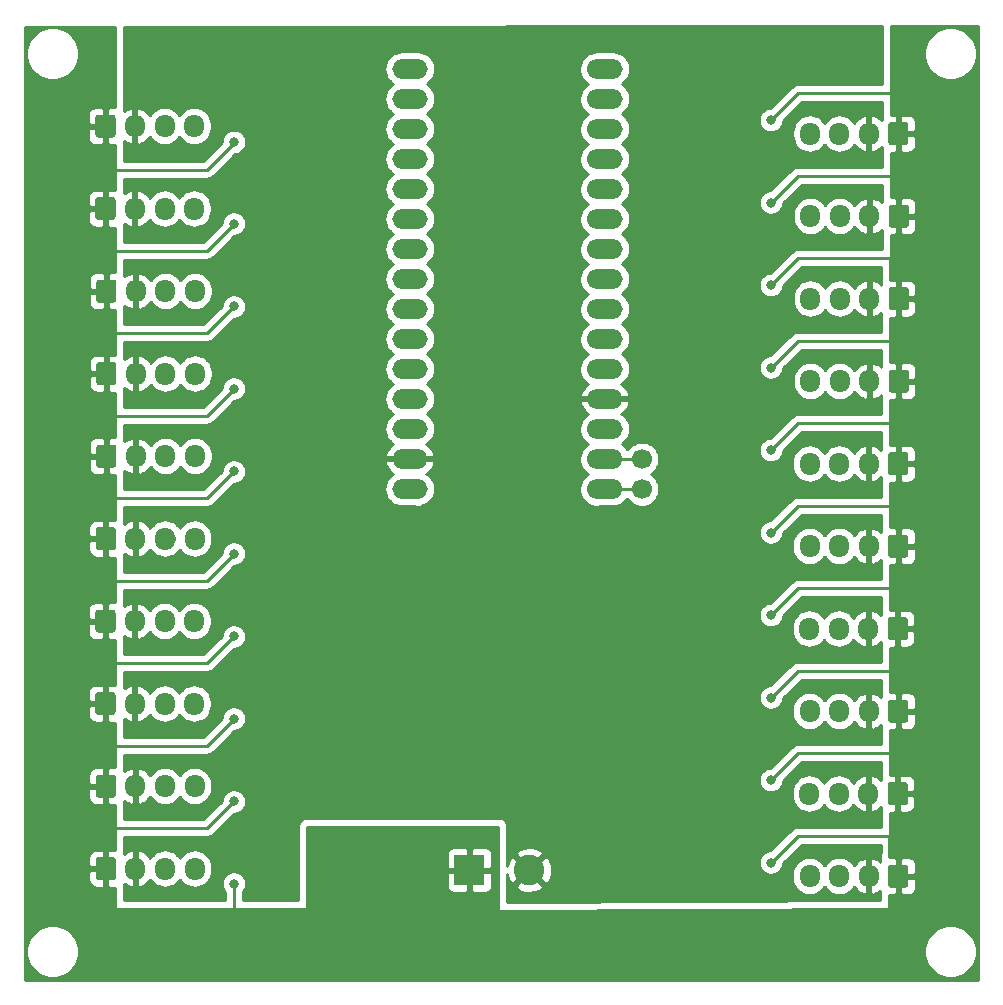
<source format=gtl>
G04 #@! TF.GenerationSoftware,KiCad,Pcbnew,(5.1.5)-3*
G04 #@! TF.CreationDate,2020-03-12T19:37:12-07:00*
G04 #@! TF.ProjectId,siplace_feeder_controller,7369706c-6163-4655-9f66-65656465725f,rev?*
G04 #@! TF.SameCoordinates,Original*
G04 #@! TF.FileFunction,Copper,L1,Top*
G04 #@! TF.FilePolarity,Positive*
%FSLAX46Y46*%
G04 Gerber Fmt 4.6, Leading zero omitted, Abs format (unit mm)*
G04 Created by KiCad (PCBNEW (5.1.5)-3) date 2020-03-12 19:37:12*
%MOMM*%
%LPD*%
G04 APERTURE LIST*
%ADD10O,3.000000X1.700000*%
%ADD11O,1.700000X1.950000*%
%ADD12C,0.100000*%
%ADD13C,2.600000*%
%ADD14R,2.600000X2.600000*%
%ADD15C,1.700000*%
%ADD16C,0.800000*%
%ADD17C,0.250000*%
%ADD18C,0.762000*%
%ADD19C,0.254000*%
G04 APERTURE END LIST*
D10*
X99720000Y-65770000D03*
X99720000Y-68310000D03*
X99720000Y-70850000D03*
X99720000Y-73390000D03*
X99720000Y-75930000D03*
X99720000Y-78470000D03*
X99720000Y-81010000D03*
X99720000Y-83550000D03*
X99720000Y-86090000D03*
X99720000Y-88630000D03*
X99720000Y-91170000D03*
X99720000Y-93710000D03*
X99720000Y-96250000D03*
X99720000Y-98790000D03*
X99720000Y-101330000D03*
X116230000Y-98790000D03*
X116230000Y-65770000D03*
X116230000Y-83550000D03*
X116230000Y-88630000D03*
X116230000Y-86090000D03*
X116230000Y-81010000D03*
X116230000Y-78470000D03*
X116230000Y-93710000D03*
X116230000Y-68310000D03*
X116230000Y-101330000D03*
X116230000Y-73390000D03*
X116230000Y-70850000D03*
X116230000Y-91170000D03*
X116230000Y-96250000D03*
X116230000Y-75930000D03*
D11*
X81542000Y-91567000D03*
X79042000Y-91567000D03*
X76542000Y-91567000D03*
G04 #@! TA.AperFunction,ComponentPad*
D12*
G36*
X74666504Y-90593204D02*
G01*
X74690773Y-90596804D01*
X74714571Y-90602765D01*
X74737671Y-90611030D01*
X74759849Y-90621520D01*
X74780893Y-90634133D01*
X74800598Y-90648747D01*
X74818777Y-90665223D01*
X74835253Y-90683402D01*
X74849867Y-90703107D01*
X74862480Y-90724151D01*
X74872970Y-90746329D01*
X74881235Y-90769429D01*
X74887196Y-90793227D01*
X74890796Y-90817496D01*
X74892000Y-90842000D01*
X74892000Y-92292000D01*
X74890796Y-92316504D01*
X74887196Y-92340773D01*
X74881235Y-92364571D01*
X74872970Y-92387671D01*
X74862480Y-92409849D01*
X74849867Y-92430893D01*
X74835253Y-92450598D01*
X74818777Y-92468777D01*
X74800598Y-92485253D01*
X74780893Y-92499867D01*
X74759849Y-92512480D01*
X74737671Y-92522970D01*
X74714571Y-92531235D01*
X74690773Y-92537196D01*
X74666504Y-92540796D01*
X74642000Y-92542000D01*
X73442000Y-92542000D01*
X73417496Y-92540796D01*
X73393227Y-92537196D01*
X73369429Y-92531235D01*
X73346329Y-92522970D01*
X73324151Y-92512480D01*
X73303107Y-92499867D01*
X73283402Y-92485253D01*
X73265223Y-92468777D01*
X73248747Y-92450598D01*
X73234133Y-92430893D01*
X73221520Y-92409849D01*
X73211030Y-92387671D01*
X73202765Y-92364571D01*
X73196804Y-92340773D01*
X73193204Y-92316504D01*
X73192000Y-92292000D01*
X73192000Y-90842000D01*
X73193204Y-90817496D01*
X73196804Y-90793227D01*
X73202765Y-90769429D01*
X73211030Y-90746329D01*
X73221520Y-90724151D01*
X73234133Y-90703107D01*
X73248747Y-90683402D01*
X73265223Y-90665223D01*
X73283402Y-90648747D01*
X73303107Y-90634133D01*
X73324151Y-90621520D01*
X73346329Y-90611030D01*
X73369429Y-90602765D01*
X73393227Y-90596804D01*
X73417496Y-90593204D01*
X73442000Y-90592000D01*
X74642000Y-90592000D01*
X74666504Y-90593204D01*
G37*
G04 #@! TD.AperFunction*
D11*
X133597000Y-71247000D03*
X136097000Y-71247000D03*
X138597000Y-71247000D03*
G04 #@! TA.AperFunction,ComponentPad*
D12*
G36*
X141721504Y-70273204D02*
G01*
X141745773Y-70276804D01*
X141769571Y-70282765D01*
X141792671Y-70291030D01*
X141814849Y-70301520D01*
X141835893Y-70314133D01*
X141855598Y-70328747D01*
X141873777Y-70345223D01*
X141890253Y-70363402D01*
X141904867Y-70383107D01*
X141917480Y-70404151D01*
X141927970Y-70426329D01*
X141936235Y-70449429D01*
X141942196Y-70473227D01*
X141945796Y-70497496D01*
X141947000Y-70522000D01*
X141947000Y-71972000D01*
X141945796Y-71996504D01*
X141942196Y-72020773D01*
X141936235Y-72044571D01*
X141927970Y-72067671D01*
X141917480Y-72089849D01*
X141904867Y-72110893D01*
X141890253Y-72130598D01*
X141873777Y-72148777D01*
X141855598Y-72165253D01*
X141835893Y-72179867D01*
X141814849Y-72192480D01*
X141792671Y-72202970D01*
X141769571Y-72211235D01*
X141745773Y-72217196D01*
X141721504Y-72220796D01*
X141697000Y-72222000D01*
X140497000Y-72222000D01*
X140472496Y-72220796D01*
X140448227Y-72217196D01*
X140424429Y-72211235D01*
X140401329Y-72202970D01*
X140379151Y-72192480D01*
X140358107Y-72179867D01*
X140338402Y-72165253D01*
X140320223Y-72148777D01*
X140303747Y-72130598D01*
X140289133Y-72110893D01*
X140276520Y-72089849D01*
X140266030Y-72067671D01*
X140257765Y-72044571D01*
X140251804Y-72020773D01*
X140248204Y-71996504D01*
X140247000Y-71972000D01*
X140247000Y-70522000D01*
X140248204Y-70497496D01*
X140251804Y-70473227D01*
X140257765Y-70449429D01*
X140266030Y-70426329D01*
X140276520Y-70404151D01*
X140289133Y-70383107D01*
X140303747Y-70363402D01*
X140320223Y-70345223D01*
X140338402Y-70328747D01*
X140358107Y-70314133D01*
X140379151Y-70301520D01*
X140401329Y-70291030D01*
X140424429Y-70282765D01*
X140448227Y-70276804D01*
X140472496Y-70273204D01*
X140497000Y-70272000D01*
X141697000Y-70272000D01*
X141721504Y-70273204D01*
G37*
G04 #@! TD.AperFunction*
D11*
X81462000Y-70612000D03*
X78962000Y-70612000D03*
X76462000Y-70612000D03*
G04 #@! TA.AperFunction,ComponentPad*
D12*
G36*
X74586504Y-69638204D02*
G01*
X74610773Y-69641804D01*
X74634571Y-69647765D01*
X74657671Y-69656030D01*
X74679849Y-69666520D01*
X74700893Y-69679133D01*
X74720598Y-69693747D01*
X74738777Y-69710223D01*
X74755253Y-69728402D01*
X74769867Y-69748107D01*
X74782480Y-69769151D01*
X74792970Y-69791329D01*
X74801235Y-69814429D01*
X74807196Y-69838227D01*
X74810796Y-69862496D01*
X74812000Y-69887000D01*
X74812000Y-71337000D01*
X74810796Y-71361504D01*
X74807196Y-71385773D01*
X74801235Y-71409571D01*
X74792970Y-71432671D01*
X74782480Y-71454849D01*
X74769867Y-71475893D01*
X74755253Y-71495598D01*
X74738777Y-71513777D01*
X74720598Y-71530253D01*
X74700893Y-71544867D01*
X74679849Y-71557480D01*
X74657671Y-71567970D01*
X74634571Y-71576235D01*
X74610773Y-71582196D01*
X74586504Y-71585796D01*
X74562000Y-71587000D01*
X73362000Y-71587000D01*
X73337496Y-71585796D01*
X73313227Y-71582196D01*
X73289429Y-71576235D01*
X73266329Y-71567970D01*
X73244151Y-71557480D01*
X73223107Y-71544867D01*
X73203402Y-71530253D01*
X73185223Y-71513777D01*
X73168747Y-71495598D01*
X73154133Y-71475893D01*
X73141520Y-71454849D01*
X73131030Y-71432671D01*
X73122765Y-71409571D01*
X73116804Y-71385773D01*
X73113204Y-71361504D01*
X73112000Y-71337000D01*
X73112000Y-69887000D01*
X73113204Y-69862496D01*
X73116804Y-69838227D01*
X73122765Y-69814429D01*
X73131030Y-69791329D01*
X73141520Y-69769151D01*
X73154133Y-69748107D01*
X73168747Y-69728402D01*
X73185223Y-69710223D01*
X73203402Y-69693747D01*
X73223107Y-69679133D01*
X73244151Y-69666520D01*
X73266329Y-69656030D01*
X73289429Y-69647765D01*
X73313227Y-69641804D01*
X73337496Y-69638204D01*
X73362000Y-69637000D01*
X74562000Y-69637000D01*
X74586504Y-69638204D01*
G37*
G04 #@! TD.AperFunction*
D11*
X81462000Y-77597000D03*
X78962000Y-77597000D03*
X76462000Y-77597000D03*
G04 #@! TA.AperFunction,ComponentPad*
D12*
G36*
X74586504Y-76623204D02*
G01*
X74610773Y-76626804D01*
X74634571Y-76632765D01*
X74657671Y-76641030D01*
X74679849Y-76651520D01*
X74700893Y-76664133D01*
X74720598Y-76678747D01*
X74738777Y-76695223D01*
X74755253Y-76713402D01*
X74769867Y-76733107D01*
X74782480Y-76754151D01*
X74792970Y-76776329D01*
X74801235Y-76799429D01*
X74807196Y-76823227D01*
X74810796Y-76847496D01*
X74812000Y-76872000D01*
X74812000Y-78322000D01*
X74810796Y-78346504D01*
X74807196Y-78370773D01*
X74801235Y-78394571D01*
X74792970Y-78417671D01*
X74782480Y-78439849D01*
X74769867Y-78460893D01*
X74755253Y-78480598D01*
X74738777Y-78498777D01*
X74720598Y-78515253D01*
X74700893Y-78529867D01*
X74679849Y-78542480D01*
X74657671Y-78552970D01*
X74634571Y-78561235D01*
X74610773Y-78567196D01*
X74586504Y-78570796D01*
X74562000Y-78572000D01*
X73362000Y-78572000D01*
X73337496Y-78570796D01*
X73313227Y-78567196D01*
X73289429Y-78561235D01*
X73266329Y-78552970D01*
X73244151Y-78542480D01*
X73223107Y-78529867D01*
X73203402Y-78515253D01*
X73185223Y-78498777D01*
X73168747Y-78480598D01*
X73154133Y-78460893D01*
X73141520Y-78439849D01*
X73131030Y-78417671D01*
X73122765Y-78394571D01*
X73116804Y-78370773D01*
X73113204Y-78346504D01*
X73112000Y-78322000D01*
X73112000Y-76872000D01*
X73113204Y-76847496D01*
X73116804Y-76823227D01*
X73122765Y-76799429D01*
X73131030Y-76776329D01*
X73141520Y-76754151D01*
X73154133Y-76733107D01*
X73168747Y-76713402D01*
X73185223Y-76695223D01*
X73203402Y-76678747D01*
X73223107Y-76664133D01*
X73244151Y-76651520D01*
X73266329Y-76641030D01*
X73289429Y-76632765D01*
X73313227Y-76626804D01*
X73337496Y-76623204D01*
X73362000Y-76622000D01*
X74562000Y-76622000D01*
X74586504Y-76623204D01*
G37*
G04 #@! TD.AperFunction*
D11*
X81542000Y-84582000D03*
X79042000Y-84582000D03*
X76542000Y-84582000D03*
G04 #@! TA.AperFunction,ComponentPad*
D12*
G36*
X74666504Y-83608204D02*
G01*
X74690773Y-83611804D01*
X74714571Y-83617765D01*
X74737671Y-83626030D01*
X74759849Y-83636520D01*
X74780893Y-83649133D01*
X74800598Y-83663747D01*
X74818777Y-83680223D01*
X74835253Y-83698402D01*
X74849867Y-83718107D01*
X74862480Y-83739151D01*
X74872970Y-83761329D01*
X74881235Y-83784429D01*
X74887196Y-83808227D01*
X74890796Y-83832496D01*
X74892000Y-83857000D01*
X74892000Y-85307000D01*
X74890796Y-85331504D01*
X74887196Y-85355773D01*
X74881235Y-85379571D01*
X74872970Y-85402671D01*
X74862480Y-85424849D01*
X74849867Y-85445893D01*
X74835253Y-85465598D01*
X74818777Y-85483777D01*
X74800598Y-85500253D01*
X74780893Y-85514867D01*
X74759849Y-85527480D01*
X74737671Y-85537970D01*
X74714571Y-85546235D01*
X74690773Y-85552196D01*
X74666504Y-85555796D01*
X74642000Y-85557000D01*
X73442000Y-85557000D01*
X73417496Y-85555796D01*
X73393227Y-85552196D01*
X73369429Y-85546235D01*
X73346329Y-85537970D01*
X73324151Y-85527480D01*
X73303107Y-85514867D01*
X73283402Y-85500253D01*
X73265223Y-85483777D01*
X73248747Y-85465598D01*
X73234133Y-85445893D01*
X73221520Y-85424849D01*
X73211030Y-85402671D01*
X73202765Y-85379571D01*
X73196804Y-85355773D01*
X73193204Y-85331504D01*
X73192000Y-85307000D01*
X73192000Y-83857000D01*
X73193204Y-83832496D01*
X73196804Y-83808227D01*
X73202765Y-83784429D01*
X73211030Y-83761329D01*
X73221520Y-83739151D01*
X73234133Y-83718107D01*
X73248747Y-83698402D01*
X73265223Y-83680223D01*
X73283402Y-83663747D01*
X73303107Y-83649133D01*
X73324151Y-83636520D01*
X73346329Y-83626030D01*
X73369429Y-83617765D01*
X73393227Y-83611804D01*
X73417496Y-83608204D01*
X73442000Y-83607000D01*
X74642000Y-83607000D01*
X74666504Y-83608204D01*
G37*
G04 #@! TD.AperFunction*
D11*
X81542000Y-98552000D03*
X79042000Y-98552000D03*
X76542000Y-98552000D03*
G04 #@! TA.AperFunction,ComponentPad*
D12*
G36*
X74666504Y-97578204D02*
G01*
X74690773Y-97581804D01*
X74714571Y-97587765D01*
X74737671Y-97596030D01*
X74759849Y-97606520D01*
X74780893Y-97619133D01*
X74800598Y-97633747D01*
X74818777Y-97650223D01*
X74835253Y-97668402D01*
X74849867Y-97688107D01*
X74862480Y-97709151D01*
X74872970Y-97731329D01*
X74881235Y-97754429D01*
X74887196Y-97778227D01*
X74890796Y-97802496D01*
X74892000Y-97827000D01*
X74892000Y-99277000D01*
X74890796Y-99301504D01*
X74887196Y-99325773D01*
X74881235Y-99349571D01*
X74872970Y-99372671D01*
X74862480Y-99394849D01*
X74849867Y-99415893D01*
X74835253Y-99435598D01*
X74818777Y-99453777D01*
X74800598Y-99470253D01*
X74780893Y-99484867D01*
X74759849Y-99497480D01*
X74737671Y-99507970D01*
X74714571Y-99516235D01*
X74690773Y-99522196D01*
X74666504Y-99525796D01*
X74642000Y-99527000D01*
X73442000Y-99527000D01*
X73417496Y-99525796D01*
X73393227Y-99522196D01*
X73369429Y-99516235D01*
X73346329Y-99507970D01*
X73324151Y-99497480D01*
X73303107Y-99484867D01*
X73283402Y-99470253D01*
X73265223Y-99453777D01*
X73248747Y-99435598D01*
X73234133Y-99415893D01*
X73221520Y-99394849D01*
X73211030Y-99372671D01*
X73202765Y-99349571D01*
X73196804Y-99325773D01*
X73193204Y-99301504D01*
X73192000Y-99277000D01*
X73192000Y-97827000D01*
X73193204Y-97802496D01*
X73196804Y-97778227D01*
X73202765Y-97754429D01*
X73211030Y-97731329D01*
X73221520Y-97709151D01*
X73234133Y-97688107D01*
X73248747Y-97668402D01*
X73265223Y-97650223D01*
X73283402Y-97633747D01*
X73303107Y-97619133D01*
X73324151Y-97606520D01*
X73346329Y-97596030D01*
X73369429Y-97587765D01*
X73393227Y-97581804D01*
X73417496Y-97578204D01*
X73442000Y-97577000D01*
X74642000Y-97577000D01*
X74666504Y-97578204D01*
G37*
G04 #@! TD.AperFunction*
D11*
X81502000Y-105537000D03*
X79002000Y-105537000D03*
X76502000Y-105537000D03*
G04 #@! TA.AperFunction,ComponentPad*
D12*
G36*
X74626504Y-104563204D02*
G01*
X74650773Y-104566804D01*
X74674571Y-104572765D01*
X74697671Y-104581030D01*
X74719849Y-104591520D01*
X74740893Y-104604133D01*
X74760598Y-104618747D01*
X74778777Y-104635223D01*
X74795253Y-104653402D01*
X74809867Y-104673107D01*
X74822480Y-104694151D01*
X74832970Y-104716329D01*
X74841235Y-104739429D01*
X74847196Y-104763227D01*
X74850796Y-104787496D01*
X74852000Y-104812000D01*
X74852000Y-106262000D01*
X74850796Y-106286504D01*
X74847196Y-106310773D01*
X74841235Y-106334571D01*
X74832970Y-106357671D01*
X74822480Y-106379849D01*
X74809867Y-106400893D01*
X74795253Y-106420598D01*
X74778777Y-106438777D01*
X74760598Y-106455253D01*
X74740893Y-106469867D01*
X74719849Y-106482480D01*
X74697671Y-106492970D01*
X74674571Y-106501235D01*
X74650773Y-106507196D01*
X74626504Y-106510796D01*
X74602000Y-106512000D01*
X73402000Y-106512000D01*
X73377496Y-106510796D01*
X73353227Y-106507196D01*
X73329429Y-106501235D01*
X73306329Y-106492970D01*
X73284151Y-106482480D01*
X73263107Y-106469867D01*
X73243402Y-106455253D01*
X73225223Y-106438777D01*
X73208747Y-106420598D01*
X73194133Y-106400893D01*
X73181520Y-106379849D01*
X73171030Y-106357671D01*
X73162765Y-106334571D01*
X73156804Y-106310773D01*
X73153204Y-106286504D01*
X73152000Y-106262000D01*
X73152000Y-104812000D01*
X73153204Y-104787496D01*
X73156804Y-104763227D01*
X73162765Y-104739429D01*
X73171030Y-104716329D01*
X73181520Y-104694151D01*
X73194133Y-104673107D01*
X73208747Y-104653402D01*
X73225223Y-104635223D01*
X73243402Y-104618747D01*
X73263107Y-104604133D01*
X73284151Y-104591520D01*
X73306329Y-104581030D01*
X73329429Y-104572765D01*
X73353227Y-104566804D01*
X73377496Y-104563204D01*
X73402000Y-104562000D01*
X74602000Y-104562000D01*
X74626504Y-104563204D01*
G37*
G04 #@! TD.AperFunction*
D11*
X81462000Y-112522000D03*
X78962000Y-112522000D03*
X76462000Y-112522000D03*
G04 #@! TA.AperFunction,ComponentPad*
D12*
G36*
X74586504Y-111548204D02*
G01*
X74610773Y-111551804D01*
X74634571Y-111557765D01*
X74657671Y-111566030D01*
X74679849Y-111576520D01*
X74700893Y-111589133D01*
X74720598Y-111603747D01*
X74738777Y-111620223D01*
X74755253Y-111638402D01*
X74769867Y-111658107D01*
X74782480Y-111679151D01*
X74792970Y-111701329D01*
X74801235Y-111724429D01*
X74807196Y-111748227D01*
X74810796Y-111772496D01*
X74812000Y-111797000D01*
X74812000Y-113247000D01*
X74810796Y-113271504D01*
X74807196Y-113295773D01*
X74801235Y-113319571D01*
X74792970Y-113342671D01*
X74782480Y-113364849D01*
X74769867Y-113385893D01*
X74755253Y-113405598D01*
X74738777Y-113423777D01*
X74720598Y-113440253D01*
X74700893Y-113454867D01*
X74679849Y-113467480D01*
X74657671Y-113477970D01*
X74634571Y-113486235D01*
X74610773Y-113492196D01*
X74586504Y-113495796D01*
X74562000Y-113497000D01*
X73362000Y-113497000D01*
X73337496Y-113495796D01*
X73313227Y-113492196D01*
X73289429Y-113486235D01*
X73266329Y-113477970D01*
X73244151Y-113467480D01*
X73223107Y-113454867D01*
X73203402Y-113440253D01*
X73185223Y-113423777D01*
X73168747Y-113405598D01*
X73154133Y-113385893D01*
X73141520Y-113364849D01*
X73131030Y-113342671D01*
X73122765Y-113319571D01*
X73116804Y-113295773D01*
X73113204Y-113271504D01*
X73112000Y-113247000D01*
X73112000Y-111797000D01*
X73113204Y-111772496D01*
X73116804Y-111748227D01*
X73122765Y-111724429D01*
X73131030Y-111701329D01*
X73141520Y-111679151D01*
X73154133Y-111658107D01*
X73168747Y-111638402D01*
X73185223Y-111620223D01*
X73203402Y-111603747D01*
X73223107Y-111589133D01*
X73244151Y-111576520D01*
X73266329Y-111566030D01*
X73289429Y-111557765D01*
X73313227Y-111551804D01*
X73337496Y-111548204D01*
X73362000Y-111547000D01*
X74562000Y-111547000D01*
X74586504Y-111548204D01*
G37*
G04 #@! TD.AperFunction*
D11*
X81462000Y-119507000D03*
X78962000Y-119507000D03*
X76462000Y-119507000D03*
G04 #@! TA.AperFunction,ComponentPad*
D12*
G36*
X74586504Y-118533204D02*
G01*
X74610773Y-118536804D01*
X74634571Y-118542765D01*
X74657671Y-118551030D01*
X74679849Y-118561520D01*
X74700893Y-118574133D01*
X74720598Y-118588747D01*
X74738777Y-118605223D01*
X74755253Y-118623402D01*
X74769867Y-118643107D01*
X74782480Y-118664151D01*
X74792970Y-118686329D01*
X74801235Y-118709429D01*
X74807196Y-118733227D01*
X74810796Y-118757496D01*
X74812000Y-118782000D01*
X74812000Y-120232000D01*
X74810796Y-120256504D01*
X74807196Y-120280773D01*
X74801235Y-120304571D01*
X74792970Y-120327671D01*
X74782480Y-120349849D01*
X74769867Y-120370893D01*
X74755253Y-120390598D01*
X74738777Y-120408777D01*
X74720598Y-120425253D01*
X74700893Y-120439867D01*
X74679849Y-120452480D01*
X74657671Y-120462970D01*
X74634571Y-120471235D01*
X74610773Y-120477196D01*
X74586504Y-120480796D01*
X74562000Y-120482000D01*
X73362000Y-120482000D01*
X73337496Y-120480796D01*
X73313227Y-120477196D01*
X73289429Y-120471235D01*
X73266329Y-120462970D01*
X73244151Y-120452480D01*
X73223107Y-120439867D01*
X73203402Y-120425253D01*
X73185223Y-120408777D01*
X73168747Y-120390598D01*
X73154133Y-120370893D01*
X73141520Y-120349849D01*
X73131030Y-120327671D01*
X73122765Y-120304571D01*
X73116804Y-120280773D01*
X73113204Y-120256504D01*
X73112000Y-120232000D01*
X73112000Y-118782000D01*
X73113204Y-118757496D01*
X73116804Y-118733227D01*
X73122765Y-118709429D01*
X73131030Y-118686329D01*
X73141520Y-118664151D01*
X73154133Y-118643107D01*
X73168747Y-118623402D01*
X73185223Y-118605223D01*
X73203402Y-118588747D01*
X73223107Y-118574133D01*
X73244151Y-118561520D01*
X73266329Y-118551030D01*
X73289429Y-118542765D01*
X73313227Y-118536804D01*
X73337496Y-118533204D01*
X73362000Y-118532000D01*
X74562000Y-118532000D01*
X74586504Y-118533204D01*
G37*
G04 #@! TD.AperFunction*
D11*
X81502000Y-126492000D03*
X79002000Y-126492000D03*
X76502000Y-126492000D03*
G04 #@! TA.AperFunction,ComponentPad*
D12*
G36*
X74626504Y-125518204D02*
G01*
X74650773Y-125521804D01*
X74674571Y-125527765D01*
X74697671Y-125536030D01*
X74719849Y-125546520D01*
X74740893Y-125559133D01*
X74760598Y-125573747D01*
X74778777Y-125590223D01*
X74795253Y-125608402D01*
X74809867Y-125628107D01*
X74822480Y-125649151D01*
X74832970Y-125671329D01*
X74841235Y-125694429D01*
X74847196Y-125718227D01*
X74850796Y-125742496D01*
X74852000Y-125767000D01*
X74852000Y-127217000D01*
X74850796Y-127241504D01*
X74847196Y-127265773D01*
X74841235Y-127289571D01*
X74832970Y-127312671D01*
X74822480Y-127334849D01*
X74809867Y-127355893D01*
X74795253Y-127375598D01*
X74778777Y-127393777D01*
X74760598Y-127410253D01*
X74740893Y-127424867D01*
X74719849Y-127437480D01*
X74697671Y-127447970D01*
X74674571Y-127456235D01*
X74650773Y-127462196D01*
X74626504Y-127465796D01*
X74602000Y-127467000D01*
X73402000Y-127467000D01*
X73377496Y-127465796D01*
X73353227Y-127462196D01*
X73329429Y-127456235D01*
X73306329Y-127447970D01*
X73284151Y-127437480D01*
X73263107Y-127424867D01*
X73243402Y-127410253D01*
X73225223Y-127393777D01*
X73208747Y-127375598D01*
X73194133Y-127355893D01*
X73181520Y-127334849D01*
X73171030Y-127312671D01*
X73162765Y-127289571D01*
X73156804Y-127265773D01*
X73153204Y-127241504D01*
X73152000Y-127217000D01*
X73152000Y-125767000D01*
X73153204Y-125742496D01*
X73156804Y-125718227D01*
X73162765Y-125694429D01*
X73171030Y-125671329D01*
X73181520Y-125649151D01*
X73194133Y-125628107D01*
X73208747Y-125608402D01*
X73225223Y-125590223D01*
X73243402Y-125573747D01*
X73263107Y-125559133D01*
X73284151Y-125546520D01*
X73306329Y-125536030D01*
X73329429Y-125527765D01*
X73353227Y-125521804D01*
X73377496Y-125518204D01*
X73402000Y-125517000D01*
X74602000Y-125517000D01*
X74626504Y-125518204D01*
G37*
G04 #@! TD.AperFunction*
D11*
X81502000Y-133477000D03*
X79002000Y-133477000D03*
X76502000Y-133477000D03*
G04 #@! TA.AperFunction,ComponentPad*
D12*
G36*
X74626504Y-132503204D02*
G01*
X74650773Y-132506804D01*
X74674571Y-132512765D01*
X74697671Y-132521030D01*
X74719849Y-132531520D01*
X74740893Y-132544133D01*
X74760598Y-132558747D01*
X74778777Y-132575223D01*
X74795253Y-132593402D01*
X74809867Y-132613107D01*
X74822480Y-132634151D01*
X74832970Y-132656329D01*
X74841235Y-132679429D01*
X74847196Y-132703227D01*
X74850796Y-132727496D01*
X74852000Y-132752000D01*
X74852000Y-134202000D01*
X74850796Y-134226504D01*
X74847196Y-134250773D01*
X74841235Y-134274571D01*
X74832970Y-134297671D01*
X74822480Y-134319849D01*
X74809867Y-134340893D01*
X74795253Y-134360598D01*
X74778777Y-134378777D01*
X74760598Y-134395253D01*
X74740893Y-134409867D01*
X74719849Y-134422480D01*
X74697671Y-134432970D01*
X74674571Y-134441235D01*
X74650773Y-134447196D01*
X74626504Y-134450796D01*
X74602000Y-134452000D01*
X73402000Y-134452000D01*
X73377496Y-134450796D01*
X73353227Y-134447196D01*
X73329429Y-134441235D01*
X73306329Y-134432970D01*
X73284151Y-134422480D01*
X73263107Y-134409867D01*
X73243402Y-134395253D01*
X73225223Y-134378777D01*
X73208747Y-134360598D01*
X73194133Y-134340893D01*
X73181520Y-134319849D01*
X73171030Y-134297671D01*
X73162765Y-134274571D01*
X73156804Y-134250773D01*
X73153204Y-134226504D01*
X73152000Y-134202000D01*
X73152000Y-132752000D01*
X73153204Y-132727496D01*
X73156804Y-132703227D01*
X73162765Y-132679429D01*
X73171030Y-132656329D01*
X73181520Y-132634151D01*
X73194133Y-132613107D01*
X73208747Y-132593402D01*
X73225223Y-132575223D01*
X73243402Y-132558747D01*
X73263107Y-132544133D01*
X73284151Y-132531520D01*
X73306329Y-132521030D01*
X73329429Y-132512765D01*
X73353227Y-132506804D01*
X73377496Y-132503204D01*
X73402000Y-132502000D01*
X74602000Y-132502000D01*
X74626504Y-132503204D01*
G37*
G04 #@! TD.AperFunction*
D11*
X133627000Y-78232000D03*
X136127000Y-78232000D03*
X138627000Y-78232000D03*
G04 #@! TA.AperFunction,ComponentPad*
D12*
G36*
X141751504Y-77258204D02*
G01*
X141775773Y-77261804D01*
X141799571Y-77267765D01*
X141822671Y-77276030D01*
X141844849Y-77286520D01*
X141865893Y-77299133D01*
X141885598Y-77313747D01*
X141903777Y-77330223D01*
X141920253Y-77348402D01*
X141934867Y-77368107D01*
X141947480Y-77389151D01*
X141957970Y-77411329D01*
X141966235Y-77434429D01*
X141972196Y-77458227D01*
X141975796Y-77482496D01*
X141977000Y-77507000D01*
X141977000Y-78957000D01*
X141975796Y-78981504D01*
X141972196Y-79005773D01*
X141966235Y-79029571D01*
X141957970Y-79052671D01*
X141947480Y-79074849D01*
X141934867Y-79095893D01*
X141920253Y-79115598D01*
X141903777Y-79133777D01*
X141885598Y-79150253D01*
X141865893Y-79164867D01*
X141844849Y-79177480D01*
X141822671Y-79187970D01*
X141799571Y-79196235D01*
X141775773Y-79202196D01*
X141751504Y-79205796D01*
X141727000Y-79207000D01*
X140527000Y-79207000D01*
X140502496Y-79205796D01*
X140478227Y-79202196D01*
X140454429Y-79196235D01*
X140431329Y-79187970D01*
X140409151Y-79177480D01*
X140388107Y-79164867D01*
X140368402Y-79150253D01*
X140350223Y-79133777D01*
X140333747Y-79115598D01*
X140319133Y-79095893D01*
X140306520Y-79074849D01*
X140296030Y-79052671D01*
X140287765Y-79029571D01*
X140281804Y-79005773D01*
X140278204Y-78981504D01*
X140277000Y-78957000D01*
X140277000Y-77507000D01*
X140278204Y-77482496D01*
X140281804Y-77458227D01*
X140287765Y-77434429D01*
X140296030Y-77411329D01*
X140306520Y-77389151D01*
X140319133Y-77368107D01*
X140333747Y-77348402D01*
X140350223Y-77330223D01*
X140368402Y-77313747D01*
X140388107Y-77299133D01*
X140409151Y-77286520D01*
X140431329Y-77276030D01*
X140454429Y-77267765D01*
X140478227Y-77261804D01*
X140502496Y-77258204D01*
X140527000Y-77257000D01*
X141727000Y-77257000D01*
X141751504Y-77258204D01*
G37*
G04 #@! TD.AperFunction*
D11*
X133627000Y-85217000D03*
X136127000Y-85217000D03*
X138627000Y-85217000D03*
G04 #@! TA.AperFunction,ComponentPad*
D12*
G36*
X141751504Y-84243204D02*
G01*
X141775773Y-84246804D01*
X141799571Y-84252765D01*
X141822671Y-84261030D01*
X141844849Y-84271520D01*
X141865893Y-84284133D01*
X141885598Y-84298747D01*
X141903777Y-84315223D01*
X141920253Y-84333402D01*
X141934867Y-84353107D01*
X141947480Y-84374151D01*
X141957970Y-84396329D01*
X141966235Y-84419429D01*
X141972196Y-84443227D01*
X141975796Y-84467496D01*
X141977000Y-84492000D01*
X141977000Y-85942000D01*
X141975796Y-85966504D01*
X141972196Y-85990773D01*
X141966235Y-86014571D01*
X141957970Y-86037671D01*
X141947480Y-86059849D01*
X141934867Y-86080893D01*
X141920253Y-86100598D01*
X141903777Y-86118777D01*
X141885598Y-86135253D01*
X141865893Y-86149867D01*
X141844849Y-86162480D01*
X141822671Y-86172970D01*
X141799571Y-86181235D01*
X141775773Y-86187196D01*
X141751504Y-86190796D01*
X141727000Y-86192000D01*
X140527000Y-86192000D01*
X140502496Y-86190796D01*
X140478227Y-86187196D01*
X140454429Y-86181235D01*
X140431329Y-86172970D01*
X140409151Y-86162480D01*
X140388107Y-86149867D01*
X140368402Y-86135253D01*
X140350223Y-86118777D01*
X140333747Y-86100598D01*
X140319133Y-86080893D01*
X140306520Y-86059849D01*
X140296030Y-86037671D01*
X140287765Y-86014571D01*
X140281804Y-85990773D01*
X140278204Y-85966504D01*
X140277000Y-85942000D01*
X140277000Y-84492000D01*
X140278204Y-84467496D01*
X140281804Y-84443227D01*
X140287765Y-84419429D01*
X140296030Y-84396329D01*
X140306520Y-84374151D01*
X140319133Y-84353107D01*
X140333747Y-84333402D01*
X140350223Y-84315223D01*
X140368402Y-84298747D01*
X140388107Y-84284133D01*
X140409151Y-84271520D01*
X140431329Y-84261030D01*
X140454429Y-84252765D01*
X140478227Y-84246804D01*
X140502496Y-84243204D01*
X140527000Y-84242000D01*
X141727000Y-84242000D01*
X141751504Y-84243204D01*
G37*
G04 #@! TD.AperFunction*
D11*
X133627000Y-92202000D03*
X136127000Y-92202000D03*
X138627000Y-92202000D03*
G04 #@! TA.AperFunction,ComponentPad*
D12*
G36*
X141751504Y-91228204D02*
G01*
X141775773Y-91231804D01*
X141799571Y-91237765D01*
X141822671Y-91246030D01*
X141844849Y-91256520D01*
X141865893Y-91269133D01*
X141885598Y-91283747D01*
X141903777Y-91300223D01*
X141920253Y-91318402D01*
X141934867Y-91338107D01*
X141947480Y-91359151D01*
X141957970Y-91381329D01*
X141966235Y-91404429D01*
X141972196Y-91428227D01*
X141975796Y-91452496D01*
X141977000Y-91477000D01*
X141977000Y-92927000D01*
X141975796Y-92951504D01*
X141972196Y-92975773D01*
X141966235Y-92999571D01*
X141957970Y-93022671D01*
X141947480Y-93044849D01*
X141934867Y-93065893D01*
X141920253Y-93085598D01*
X141903777Y-93103777D01*
X141885598Y-93120253D01*
X141865893Y-93134867D01*
X141844849Y-93147480D01*
X141822671Y-93157970D01*
X141799571Y-93166235D01*
X141775773Y-93172196D01*
X141751504Y-93175796D01*
X141727000Y-93177000D01*
X140527000Y-93177000D01*
X140502496Y-93175796D01*
X140478227Y-93172196D01*
X140454429Y-93166235D01*
X140431329Y-93157970D01*
X140409151Y-93147480D01*
X140388107Y-93134867D01*
X140368402Y-93120253D01*
X140350223Y-93103777D01*
X140333747Y-93085598D01*
X140319133Y-93065893D01*
X140306520Y-93044849D01*
X140296030Y-93022671D01*
X140287765Y-92999571D01*
X140281804Y-92975773D01*
X140278204Y-92951504D01*
X140277000Y-92927000D01*
X140277000Y-91477000D01*
X140278204Y-91452496D01*
X140281804Y-91428227D01*
X140287765Y-91404429D01*
X140296030Y-91381329D01*
X140306520Y-91359151D01*
X140319133Y-91338107D01*
X140333747Y-91318402D01*
X140350223Y-91300223D01*
X140368402Y-91283747D01*
X140388107Y-91269133D01*
X140409151Y-91256520D01*
X140431329Y-91246030D01*
X140454429Y-91237765D01*
X140478227Y-91231804D01*
X140502496Y-91228204D01*
X140527000Y-91227000D01*
X141727000Y-91227000D01*
X141751504Y-91228204D01*
G37*
G04 #@! TD.AperFunction*
D11*
X133587000Y-99187000D03*
X136087000Y-99187000D03*
X138587000Y-99187000D03*
G04 #@! TA.AperFunction,ComponentPad*
D12*
G36*
X141711504Y-98213204D02*
G01*
X141735773Y-98216804D01*
X141759571Y-98222765D01*
X141782671Y-98231030D01*
X141804849Y-98241520D01*
X141825893Y-98254133D01*
X141845598Y-98268747D01*
X141863777Y-98285223D01*
X141880253Y-98303402D01*
X141894867Y-98323107D01*
X141907480Y-98344151D01*
X141917970Y-98366329D01*
X141926235Y-98389429D01*
X141932196Y-98413227D01*
X141935796Y-98437496D01*
X141937000Y-98462000D01*
X141937000Y-99912000D01*
X141935796Y-99936504D01*
X141932196Y-99960773D01*
X141926235Y-99984571D01*
X141917970Y-100007671D01*
X141907480Y-100029849D01*
X141894867Y-100050893D01*
X141880253Y-100070598D01*
X141863777Y-100088777D01*
X141845598Y-100105253D01*
X141825893Y-100119867D01*
X141804849Y-100132480D01*
X141782671Y-100142970D01*
X141759571Y-100151235D01*
X141735773Y-100157196D01*
X141711504Y-100160796D01*
X141687000Y-100162000D01*
X140487000Y-100162000D01*
X140462496Y-100160796D01*
X140438227Y-100157196D01*
X140414429Y-100151235D01*
X140391329Y-100142970D01*
X140369151Y-100132480D01*
X140348107Y-100119867D01*
X140328402Y-100105253D01*
X140310223Y-100088777D01*
X140293747Y-100070598D01*
X140279133Y-100050893D01*
X140266520Y-100029849D01*
X140256030Y-100007671D01*
X140247765Y-99984571D01*
X140241804Y-99960773D01*
X140238204Y-99936504D01*
X140237000Y-99912000D01*
X140237000Y-98462000D01*
X140238204Y-98437496D01*
X140241804Y-98413227D01*
X140247765Y-98389429D01*
X140256030Y-98366329D01*
X140266520Y-98344151D01*
X140279133Y-98323107D01*
X140293747Y-98303402D01*
X140310223Y-98285223D01*
X140328402Y-98268747D01*
X140348107Y-98254133D01*
X140369151Y-98241520D01*
X140391329Y-98231030D01*
X140414429Y-98222765D01*
X140438227Y-98216804D01*
X140462496Y-98213204D01*
X140487000Y-98212000D01*
X141687000Y-98212000D01*
X141711504Y-98213204D01*
G37*
G04 #@! TD.AperFunction*
D11*
X133587000Y-106172000D03*
X136087000Y-106172000D03*
X138587000Y-106172000D03*
G04 #@! TA.AperFunction,ComponentPad*
D12*
G36*
X141711504Y-105198204D02*
G01*
X141735773Y-105201804D01*
X141759571Y-105207765D01*
X141782671Y-105216030D01*
X141804849Y-105226520D01*
X141825893Y-105239133D01*
X141845598Y-105253747D01*
X141863777Y-105270223D01*
X141880253Y-105288402D01*
X141894867Y-105308107D01*
X141907480Y-105329151D01*
X141917970Y-105351329D01*
X141926235Y-105374429D01*
X141932196Y-105398227D01*
X141935796Y-105422496D01*
X141937000Y-105447000D01*
X141937000Y-106897000D01*
X141935796Y-106921504D01*
X141932196Y-106945773D01*
X141926235Y-106969571D01*
X141917970Y-106992671D01*
X141907480Y-107014849D01*
X141894867Y-107035893D01*
X141880253Y-107055598D01*
X141863777Y-107073777D01*
X141845598Y-107090253D01*
X141825893Y-107104867D01*
X141804849Y-107117480D01*
X141782671Y-107127970D01*
X141759571Y-107136235D01*
X141735773Y-107142196D01*
X141711504Y-107145796D01*
X141687000Y-107147000D01*
X140487000Y-107147000D01*
X140462496Y-107145796D01*
X140438227Y-107142196D01*
X140414429Y-107136235D01*
X140391329Y-107127970D01*
X140369151Y-107117480D01*
X140348107Y-107104867D01*
X140328402Y-107090253D01*
X140310223Y-107073777D01*
X140293747Y-107055598D01*
X140279133Y-107035893D01*
X140266520Y-107014849D01*
X140256030Y-106992671D01*
X140247765Y-106969571D01*
X140241804Y-106945773D01*
X140238204Y-106921504D01*
X140237000Y-106897000D01*
X140237000Y-105447000D01*
X140238204Y-105422496D01*
X140241804Y-105398227D01*
X140247765Y-105374429D01*
X140256030Y-105351329D01*
X140266520Y-105329151D01*
X140279133Y-105308107D01*
X140293747Y-105288402D01*
X140310223Y-105270223D01*
X140328402Y-105253747D01*
X140348107Y-105239133D01*
X140369151Y-105226520D01*
X140391329Y-105216030D01*
X140414429Y-105207765D01*
X140438227Y-105201804D01*
X140462496Y-105198204D01*
X140487000Y-105197000D01*
X141687000Y-105197000D01*
X141711504Y-105198204D01*
G37*
G04 #@! TD.AperFunction*
D11*
X133547000Y-113157000D03*
X136047000Y-113157000D03*
X138547000Y-113157000D03*
G04 #@! TA.AperFunction,ComponentPad*
D12*
G36*
X141671504Y-112183204D02*
G01*
X141695773Y-112186804D01*
X141719571Y-112192765D01*
X141742671Y-112201030D01*
X141764849Y-112211520D01*
X141785893Y-112224133D01*
X141805598Y-112238747D01*
X141823777Y-112255223D01*
X141840253Y-112273402D01*
X141854867Y-112293107D01*
X141867480Y-112314151D01*
X141877970Y-112336329D01*
X141886235Y-112359429D01*
X141892196Y-112383227D01*
X141895796Y-112407496D01*
X141897000Y-112432000D01*
X141897000Y-113882000D01*
X141895796Y-113906504D01*
X141892196Y-113930773D01*
X141886235Y-113954571D01*
X141877970Y-113977671D01*
X141867480Y-113999849D01*
X141854867Y-114020893D01*
X141840253Y-114040598D01*
X141823777Y-114058777D01*
X141805598Y-114075253D01*
X141785893Y-114089867D01*
X141764849Y-114102480D01*
X141742671Y-114112970D01*
X141719571Y-114121235D01*
X141695773Y-114127196D01*
X141671504Y-114130796D01*
X141647000Y-114132000D01*
X140447000Y-114132000D01*
X140422496Y-114130796D01*
X140398227Y-114127196D01*
X140374429Y-114121235D01*
X140351329Y-114112970D01*
X140329151Y-114102480D01*
X140308107Y-114089867D01*
X140288402Y-114075253D01*
X140270223Y-114058777D01*
X140253747Y-114040598D01*
X140239133Y-114020893D01*
X140226520Y-113999849D01*
X140216030Y-113977671D01*
X140207765Y-113954571D01*
X140201804Y-113930773D01*
X140198204Y-113906504D01*
X140197000Y-113882000D01*
X140197000Y-112432000D01*
X140198204Y-112407496D01*
X140201804Y-112383227D01*
X140207765Y-112359429D01*
X140216030Y-112336329D01*
X140226520Y-112314151D01*
X140239133Y-112293107D01*
X140253747Y-112273402D01*
X140270223Y-112255223D01*
X140288402Y-112238747D01*
X140308107Y-112224133D01*
X140329151Y-112211520D01*
X140351329Y-112201030D01*
X140374429Y-112192765D01*
X140398227Y-112186804D01*
X140422496Y-112183204D01*
X140447000Y-112182000D01*
X141647000Y-112182000D01*
X141671504Y-112183204D01*
G37*
G04 #@! TD.AperFunction*
D11*
X133587000Y-120142000D03*
X136087000Y-120142000D03*
X138587000Y-120142000D03*
G04 #@! TA.AperFunction,ComponentPad*
D12*
G36*
X141711504Y-119168204D02*
G01*
X141735773Y-119171804D01*
X141759571Y-119177765D01*
X141782671Y-119186030D01*
X141804849Y-119196520D01*
X141825893Y-119209133D01*
X141845598Y-119223747D01*
X141863777Y-119240223D01*
X141880253Y-119258402D01*
X141894867Y-119278107D01*
X141907480Y-119299151D01*
X141917970Y-119321329D01*
X141926235Y-119344429D01*
X141932196Y-119368227D01*
X141935796Y-119392496D01*
X141937000Y-119417000D01*
X141937000Y-120867000D01*
X141935796Y-120891504D01*
X141932196Y-120915773D01*
X141926235Y-120939571D01*
X141917970Y-120962671D01*
X141907480Y-120984849D01*
X141894867Y-121005893D01*
X141880253Y-121025598D01*
X141863777Y-121043777D01*
X141845598Y-121060253D01*
X141825893Y-121074867D01*
X141804849Y-121087480D01*
X141782671Y-121097970D01*
X141759571Y-121106235D01*
X141735773Y-121112196D01*
X141711504Y-121115796D01*
X141687000Y-121117000D01*
X140487000Y-121117000D01*
X140462496Y-121115796D01*
X140438227Y-121112196D01*
X140414429Y-121106235D01*
X140391329Y-121097970D01*
X140369151Y-121087480D01*
X140348107Y-121074867D01*
X140328402Y-121060253D01*
X140310223Y-121043777D01*
X140293747Y-121025598D01*
X140279133Y-121005893D01*
X140266520Y-120984849D01*
X140256030Y-120962671D01*
X140247765Y-120939571D01*
X140241804Y-120915773D01*
X140238204Y-120891504D01*
X140237000Y-120867000D01*
X140237000Y-119417000D01*
X140238204Y-119392496D01*
X140241804Y-119368227D01*
X140247765Y-119344429D01*
X140256030Y-119321329D01*
X140266520Y-119299151D01*
X140279133Y-119278107D01*
X140293747Y-119258402D01*
X140310223Y-119240223D01*
X140328402Y-119223747D01*
X140348107Y-119209133D01*
X140369151Y-119196520D01*
X140391329Y-119186030D01*
X140414429Y-119177765D01*
X140438227Y-119171804D01*
X140462496Y-119168204D01*
X140487000Y-119167000D01*
X141687000Y-119167000D01*
X141711504Y-119168204D01*
G37*
G04 #@! TD.AperFunction*
D11*
X133547000Y-127127000D03*
X136047000Y-127127000D03*
X138547000Y-127127000D03*
G04 #@! TA.AperFunction,ComponentPad*
D12*
G36*
X141671504Y-126153204D02*
G01*
X141695773Y-126156804D01*
X141719571Y-126162765D01*
X141742671Y-126171030D01*
X141764849Y-126181520D01*
X141785893Y-126194133D01*
X141805598Y-126208747D01*
X141823777Y-126225223D01*
X141840253Y-126243402D01*
X141854867Y-126263107D01*
X141867480Y-126284151D01*
X141877970Y-126306329D01*
X141886235Y-126329429D01*
X141892196Y-126353227D01*
X141895796Y-126377496D01*
X141897000Y-126402000D01*
X141897000Y-127852000D01*
X141895796Y-127876504D01*
X141892196Y-127900773D01*
X141886235Y-127924571D01*
X141877970Y-127947671D01*
X141867480Y-127969849D01*
X141854867Y-127990893D01*
X141840253Y-128010598D01*
X141823777Y-128028777D01*
X141805598Y-128045253D01*
X141785893Y-128059867D01*
X141764849Y-128072480D01*
X141742671Y-128082970D01*
X141719571Y-128091235D01*
X141695773Y-128097196D01*
X141671504Y-128100796D01*
X141647000Y-128102000D01*
X140447000Y-128102000D01*
X140422496Y-128100796D01*
X140398227Y-128097196D01*
X140374429Y-128091235D01*
X140351329Y-128082970D01*
X140329151Y-128072480D01*
X140308107Y-128059867D01*
X140288402Y-128045253D01*
X140270223Y-128028777D01*
X140253747Y-128010598D01*
X140239133Y-127990893D01*
X140226520Y-127969849D01*
X140216030Y-127947671D01*
X140207765Y-127924571D01*
X140201804Y-127900773D01*
X140198204Y-127876504D01*
X140197000Y-127852000D01*
X140197000Y-126402000D01*
X140198204Y-126377496D01*
X140201804Y-126353227D01*
X140207765Y-126329429D01*
X140216030Y-126306329D01*
X140226520Y-126284151D01*
X140239133Y-126263107D01*
X140253747Y-126243402D01*
X140270223Y-126225223D01*
X140288402Y-126208747D01*
X140308107Y-126194133D01*
X140329151Y-126181520D01*
X140351329Y-126171030D01*
X140374429Y-126162765D01*
X140398227Y-126156804D01*
X140422496Y-126153204D01*
X140447000Y-126152000D01*
X141647000Y-126152000D01*
X141671504Y-126153204D01*
G37*
G04 #@! TD.AperFunction*
D11*
X133587000Y-134112000D03*
X136087000Y-134112000D03*
X138587000Y-134112000D03*
G04 #@! TA.AperFunction,ComponentPad*
D12*
G36*
X141711504Y-133138204D02*
G01*
X141735773Y-133141804D01*
X141759571Y-133147765D01*
X141782671Y-133156030D01*
X141804849Y-133166520D01*
X141825893Y-133179133D01*
X141845598Y-133193747D01*
X141863777Y-133210223D01*
X141880253Y-133228402D01*
X141894867Y-133248107D01*
X141907480Y-133269151D01*
X141917970Y-133291329D01*
X141926235Y-133314429D01*
X141932196Y-133338227D01*
X141935796Y-133362496D01*
X141937000Y-133387000D01*
X141937000Y-134837000D01*
X141935796Y-134861504D01*
X141932196Y-134885773D01*
X141926235Y-134909571D01*
X141917970Y-134932671D01*
X141907480Y-134954849D01*
X141894867Y-134975893D01*
X141880253Y-134995598D01*
X141863777Y-135013777D01*
X141845598Y-135030253D01*
X141825893Y-135044867D01*
X141804849Y-135057480D01*
X141782671Y-135067970D01*
X141759571Y-135076235D01*
X141735773Y-135082196D01*
X141711504Y-135085796D01*
X141687000Y-135087000D01*
X140487000Y-135087000D01*
X140462496Y-135085796D01*
X140438227Y-135082196D01*
X140414429Y-135076235D01*
X140391329Y-135067970D01*
X140369151Y-135057480D01*
X140348107Y-135044867D01*
X140328402Y-135030253D01*
X140310223Y-135013777D01*
X140293747Y-134995598D01*
X140279133Y-134975893D01*
X140266520Y-134954849D01*
X140256030Y-134932671D01*
X140247765Y-134909571D01*
X140241804Y-134885773D01*
X140238204Y-134861504D01*
X140237000Y-134837000D01*
X140237000Y-133387000D01*
X140238204Y-133362496D01*
X140241804Y-133338227D01*
X140247765Y-133314429D01*
X140256030Y-133291329D01*
X140266520Y-133269151D01*
X140279133Y-133248107D01*
X140293747Y-133228402D01*
X140310223Y-133210223D01*
X140328402Y-133193747D01*
X140348107Y-133179133D01*
X140369151Y-133166520D01*
X140391329Y-133156030D01*
X140414429Y-133147765D01*
X140438227Y-133141804D01*
X140462496Y-133138204D01*
X140487000Y-133137000D01*
X141687000Y-133137000D01*
X141711504Y-133138204D01*
G37*
G04 #@! TD.AperFunction*
D13*
X109855000Y-133604000D03*
D14*
X104775000Y-133604000D03*
D15*
X100330000Y-101346000D03*
X115570000Y-93726000D03*
X100330000Y-98806000D03*
X119425000Y-103886000D03*
X100330000Y-96266000D03*
X100330000Y-93726000D03*
X115570000Y-96266000D03*
X100330000Y-70866000D03*
X100330000Y-68326000D03*
X100330000Y-91186000D03*
X100330000Y-88646000D03*
X100330000Y-86106000D03*
X100330000Y-83566000D03*
X100330000Y-81026000D03*
X100330000Y-78486000D03*
X100330000Y-75946000D03*
X100330000Y-73406000D03*
X100330000Y-65786000D03*
X115570000Y-73406000D03*
X115570000Y-65786000D03*
X115570000Y-101346000D03*
X119380000Y-101346000D03*
X115570000Y-98806000D03*
X119380000Y-98806000D03*
X115570000Y-91186000D03*
X115570000Y-68326000D03*
X115570000Y-88646000D03*
X115570000Y-75946000D03*
X115570000Y-78486000D03*
X115570000Y-86106000D03*
X115570000Y-83566000D03*
X115570000Y-81026000D03*
X115570000Y-70866000D03*
D16*
X84836000Y-127787400D03*
X84836000Y-120777000D03*
X84836000Y-113817400D03*
X84836000Y-106807000D03*
X84836000Y-99847400D03*
X84836000Y-92837000D03*
X84836000Y-85877400D03*
X84836000Y-78867000D03*
X84836000Y-71958200D03*
X84836000Y-134747000D03*
X130302000Y-132969000D03*
X130302000Y-125984000D03*
X130302000Y-118999000D03*
X130302000Y-112014000D03*
X130302000Y-105029000D03*
X130302000Y-70104000D03*
X130302000Y-77089000D03*
X130302000Y-84074000D03*
X130302000Y-91059000D03*
X130302000Y-98044000D03*
D17*
X99695000Y-101346000D02*
X100330000Y-101346000D01*
X116205000Y-93726000D02*
X115570000Y-93726000D01*
X99695000Y-98806000D02*
X100330000Y-98806000D01*
X115570000Y-93726000D02*
X120396000Y-93726000D01*
X120396000Y-93726000D02*
X122174000Y-95504000D01*
X122174000Y-95504000D02*
X122174000Y-103124000D01*
X122174000Y-103124000D02*
X121412000Y-103886000D01*
X121412000Y-103886000D02*
X119425000Y-103886000D01*
X99695000Y-96266000D02*
X100330000Y-96266000D01*
X99695000Y-93726000D02*
X100330000Y-93726000D01*
X116205000Y-96266000D02*
X115570000Y-96266000D01*
X99695000Y-70866000D02*
X100330000Y-70866000D01*
X99695000Y-68326000D02*
X100330000Y-68326000D01*
D18*
X79542000Y-105497000D02*
X79502000Y-105537000D01*
D17*
X99695000Y-91186000D02*
X100330000Y-91186000D01*
X99695000Y-88646000D02*
X100330000Y-88646000D01*
X99695000Y-86106000D02*
X100330000Y-86106000D01*
X99695000Y-83566000D02*
X100330000Y-83566000D01*
X99695000Y-81026000D02*
X100330000Y-81026000D01*
X99695000Y-78486000D02*
X100330000Y-78486000D01*
X99695000Y-75946000D02*
X100330000Y-75946000D01*
X99695000Y-73406000D02*
X100330000Y-73406000D01*
X99695000Y-65786000D02*
X100330000Y-65786000D01*
X116205000Y-73406000D02*
X115570000Y-73406000D01*
X116205000Y-65786000D02*
X115570000Y-65786000D01*
X116205000Y-101346000D02*
X115570000Y-101346000D01*
X116205000Y-101346000D02*
X119380000Y-101346000D01*
X116205000Y-98806000D02*
X115570000Y-98806000D01*
X115570000Y-98806000D02*
X119380000Y-98806000D01*
X116205000Y-91186000D02*
X115570000Y-91186000D01*
X116205000Y-68326000D02*
X115570000Y-68326000D01*
X116205000Y-88646000D02*
X115570000Y-88646000D01*
X116205000Y-75946000D02*
X115570000Y-75946000D01*
X116205000Y-78486000D02*
X115570000Y-78486000D01*
X116205000Y-86106000D02*
X115570000Y-86106000D01*
X116205000Y-83566000D02*
X115570000Y-83566000D01*
X116205000Y-81026000D02*
X115570000Y-81026000D01*
X116205000Y-70866000D02*
X115570000Y-70866000D01*
X84836000Y-127762000D02*
X82550000Y-130048000D01*
X82550000Y-130048000D02*
X74549000Y-130048000D01*
X74549000Y-130048000D02*
X74051000Y-129550000D01*
X74051000Y-129550000D02*
X74051000Y-126619000D01*
X84836000Y-120777000D02*
X82550000Y-123063000D01*
X82550000Y-123063000D02*
X74549000Y-123063000D01*
X74549000Y-123063000D02*
X74051000Y-122565000D01*
X74051000Y-122565000D02*
X74051000Y-119634000D01*
X84836000Y-113792000D02*
X82550000Y-116078000D01*
X82550000Y-116078000D02*
X74549000Y-116078000D01*
X74549000Y-116078000D02*
X74051000Y-115580000D01*
X74051000Y-115580000D02*
X74051000Y-112649000D01*
X84836000Y-106807000D02*
X82550000Y-109093000D01*
X82550000Y-109093000D02*
X74549000Y-109093000D01*
X74549000Y-109093000D02*
X74051000Y-108595000D01*
X74051000Y-108595000D02*
X74051000Y-105664000D01*
X84836000Y-99822000D02*
X82550000Y-102108000D01*
X82550000Y-102108000D02*
X74549000Y-102108000D01*
X74549000Y-102108000D02*
X74051000Y-101610000D01*
X74051000Y-101610000D02*
X74051000Y-98679000D01*
X84836000Y-92837000D02*
X82550000Y-95123000D01*
X82550000Y-95123000D02*
X74549000Y-95123000D01*
X74549000Y-95123000D02*
X74051000Y-94625000D01*
X74051000Y-94625000D02*
X74051000Y-91694000D01*
X84836000Y-85852000D02*
X82550000Y-88138000D01*
X82550000Y-88138000D02*
X74549000Y-88138000D01*
X74549000Y-88138000D02*
X74051000Y-87640000D01*
X74051000Y-87640000D02*
X74051000Y-84709000D01*
X84836000Y-78867000D02*
X82550000Y-81153000D01*
X82550000Y-81153000D02*
X74549000Y-81153000D01*
X74549000Y-81153000D02*
X74051000Y-80655000D01*
X74051000Y-80655000D02*
X74051000Y-77724000D01*
X84836000Y-72009000D02*
X82550000Y-74295000D01*
X82550000Y-74295000D02*
X74549000Y-74295000D01*
X74549000Y-74295000D02*
X74051000Y-73797000D01*
X74051000Y-73797000D02*
X74051000Y-70866000D01*
X130302000Y-70104000D02*
X132588000Y-67818000D01*
X132588000Y-67818000D02*
X140589000Y-67818000D01*
X140589000Y-67818000D02*
X141087000Y-68316000D01*
X141087000Y-68316000D02*
X141087000Y-71247000D01*
X130302000Y-77089000D02*
X132588000Y-74803000D01*
X132588000Y-74803000D02*
X140589000Y-74803000D01*
X140589000Y-74803000D02*
X141087000Y-75301000D01*
X141087000Y-75301000D02*
X141087000Y-78232000D01*
X130302000Y-84074000D02*
X132588000Y-81788000D01*
X132588000Y-81788000D02*
X140589000Y-81788000D01*
X140589000Y-81788000D02*
X141087000Y-82286000D01*
X141087000Y-82286000D02*
X141087000Y-85217000D01*
X130302000Y-91059000D02*
X132588000Y-88773000D01*
X132588000Y-88773000D02*
X140589000Y-88773000D01*
X140589000Y-88773000D02*
X141087000Y-89271000D01*
X141087000Y-89271000D02*
X141087000Y-92202000D01*
X130302000Y-98044000D02*
X132588000Y-95758000D01*
X132588000Y-95758000D02*
X140589000Y-95758000D01*
X140589000Y-95758000D02*
X141087000Y-96256000D01*
X141087000Y-96256000D02*
X141087000Y-99187000D01*
X130302000Y-105029000D02*
X132588000Y-102743000D01*
X132588000Y-102743000D02*
X140589000Y-102743000D01*
X140589000Y-102743000D02*
X141087000Y-103241000D01*
X141087000Y-103241000D02*
X141087000Y-106172000D01*
X130302000Y-112014000D02*
X132588000Y-109728000D01*
X132588000Y-109728000D02*
X140589000Y-109728000D01*
X140589000Y-109728000D02*
X141087000Y-110226000D01*
X141087000Y-110226000D02*
X141087000Y-113157000D01*
X130302000Y-118999000D02*
X132588000Y-116713000D01*
X132588000Y-116713000D02*
X140589000Y-116713000D01*
X140589000Y-116713000D02*
X141087000Y-117211000D01*
X141087000Y-117211000D02*
X141087000Y-120142000D01*
X130302000Y-125984000D02*
X132588000Y-123698000D01*
X132588000Y-123698000D02*
X140589000Y-123698000D01*
X140589000Y-123698000D02*
X141087000Y-124196000D01*
X141087000Y-124196000D02*
X141087000Y-127127000D01*
X141087000Y-131181000D02*
X141087000Y-134112000D01*
X140589000Y-130683000D02*
X141087000Y-131181000D01*
X130302000Y-132969000D02*
X132588000Y-130683000D01*
X132588000Y-130683000D02*
X140589000Y-130683000D01*
X74549000Y-137033000D02*
X74051000Y-136535000D01*
X74051000Y-136535000D02*
X74051000Y-133604000D01*
X84836000Y-134747000D02*
X84836000Y-137033000D01*
X84836000Y-137033000D02*
X74549000Y-137033000D01*
D19*
G36*
X139691371Y-67058000D02*
G01*
X132625322Y-67058000D01*
X132587999Y-67054324D01*
X132550676Y-67058000D01*
X132550667Y-67058000D01*
X132439014Y-67068997D01*
X132295753Y-67112454D01*
X132163724Y-67183026D01*
X132047999Y-67277999D01*
X132024201Y-67306997D01*
X130262199Y-69069000D01*
X130200061Y-69069000D01*
X130000102Y-69108774D01*
X129811744Y-69186795D01*
X129642226Y-69300063D01*
X129498063Y-69444226D01*
X129384795Y-69613744D01*
X129306774Y-69802102D01*
X129267000Y-70002061D01*
X129267000Y-70205939D01*
X129306774Y-70405898D01*
X129384795Y-70594256D01*
X129498063Y-70763774D01*
X129642226Y-70907937D01*
X129811744Y-71021205D01*
X130000102Y-71099226D01*
X130200061Y-71139000D01*
X130403939Y-71139000D01*
X130603898Y-71099226D01*
X130725032Y-71049050D01*
X132112000Y-71049050D01*
X132112000Y-71444949D01*
X132133487Y-71663110D01*
X132218401Y-71943033D01*
X132356294Y-72201013D01*
X132541866Y-72427134D01*
X132767986Y-72612706D01*
X133025966Y-72750599D01*
X133305889Y-72835513D01*
X133597000Y-72864185D01*
X133888110Y-72835513D01*
X134168033Y-72750599D01*
X134426013Y-72612706D01*
X134652134Y-72427134D01*
X134837706Y-72201014D01*
X134847000Y-72183626D01*
X134856294Y-72201013D01*
X135041866Y-72427134D01*
X135267986Y-72612706D01*
X135525966Y-72750599D01*
X135805889Y-72835513D01*
X136097000Y-72864185D01*
X136388110Y-72835513D01*
X136668033Y-72750599D01*
X136926013Y-72612706D01*
X137152134Y-72427134D01*
X137337706Y-72201014D01*
X137351462Y-72175278D01*
X137507951Y-72381429D01*
X137725807Y-72574496D01*
X137977142Y-72721352D01*
X138240110Y-72813476D01*
X138470000Y-72692155D01*
X138470000Y-71374000D01*
X138450000Y-71374000D01*
X138450000Y-71120000D01*
X138470000Y-71120000D01*
X138470000Y-69801845D01*
X138240110Y-69680524D01*
X137977142Y-69772648D01*
X137725807Y-69919504D01*
X137507951Y-70112571D01*
X137351462Y-70318722D01*
X137337706Y-70292986D01*
X137152134Y-70066866D01*
X136926014Y-69881294D01*
X136668034Y-69743401D01*
X136388111Y-69658487D01*
X136097000Y-69629815D01*
X135805890Y-69658487D01*
X135525967Y-69743401D01*
X135267987Y-69881294D01*
X135041866Y-70066866D01*
X134856294Y-70292986D01*
X134847000Y-70310374D01*
X134837706Y-70292986D01*
X134652134Y-70066866D01*
X134426014Y-69881294D01*
X134168034Y-69743401D01*
X133888111Y-69658487D01*
X133597000Y-69629815D01*
X133305890Y-69658487D01*
X133025967Y-69743401D01*
X132767987Y-69881294D01*
X132541866Y-70066866D01*
X132356294Y-70292986D01*
X132218401Y-70550966D01*
X132133487Y-70830889D01*
X132112000Y-71049050D01*
X130725032Y-71049050D01*
X130792256Y-71021205D01*
X130961774Y-70907937D01*
X131105937Y-70763774D01*
X131219205Y-70594256D01*
X131297226Y-70405898D01*
X131337000Y-70205939D01*
X131337000Y-70143801D01*
X132902802Y-68578000D01*
X139688790Y-68578000D01*
X139686185Y-70112750D01*
X139686049Y-70112571D01*
X139468193Y-69919504D01*
X139216858Y-69772648D01*
X138953890Y-69680524D01*
X138724000Y-69801845D01*
X138724000Y-71120000D01*
X138744000Y-71120000D01*
X138744000Y-71374000D01*
X138724000Y-71374000D01*
X138724000Y-72692155D01*
X138953890Y-72813476D01*
X139216858Y-72721352D01*
X139468193Y-72574496D01*
X139682327Y-72384727D01*
X139679512Y-74043000D01*
X132625322Y-74043000D01*
X132587999Y-74039324D01*
X132550676Y-74043000D01*
X132550667Y-74043000D01*
X132439014Y-74053997D01*
X132295753Y-74097454D01*
X132163724Y-74168026D01*
X132047999Y-74262999D01*
X132024201Y-74291997D01*
X130262199Y-76054000D01*
X130200061Y-76054000D01*
X130000102Y-76093774D01*
X129811744Y-76171795D01*
X129642226Y-76285063D01*
X129498063Y-76429226D01*
X129384795Y-76598744D01*
X129306774Y-76787102D01*
X129267000Y-76987061D01*
X129267000Y-77190939D01*
X129306774Y-77390898D01*
X129384795Y-77579256D01*
X129498063Y-77748774D01*
X129642226Y-77892937D01*
X129811744Y-78006205D01*
X130000102Y-78084226D01*
X130200061Y-78124000D01*
X130403939Y-78124000D01*
X130603898Y-78084226D01*
X130725032Y-78034050D01*
X132142000Y-78034050D01*
X132142000Y-78429949D01*
X132163487Y-78648110D01*
X132248401Y-78928033D01*
X132386294Y-79186013D01*
X132571866Y-79412134D01*
X132797986Y-79597706D01*
X133055966Y-79735599D01*
X133335889Y-79820513D01*
X133627000Y-79849185D01*
X133918110Y-79820513D01*
X134198033Y-79735599D01*
X134456013Y-79597706D01*
X134682134Y-79412134D01*
X134867706Y-79186014D01*
X134877000Y-79168626D01*
X134886294Y-79186013D01*
X135071866Y-79412134D01*
X135297986Y-79597706D01*
X135555966Y-79735599D01*
X135835889Y-79820513D01*
X136127000Y-79849185D01*
X136418110Y-79820513D01*
X136698033Y-79735599D01*
X136956013Y-79597706D01*
X137182134Y-79412134D01*
X137367706Y-79186014D01*
X137381462Y-79160278D01*
X137537951Y-79366429D01*
X137755807Y-79559496D01*
X138007142Y-79706352D01*
X138270110Y-79798476D01*
X138500000Y-79677155D01*
X138500000Y-78359000D01*
X138480000Y-78359000D01*
X138480000Y-78105000D01*
X138500000Y-78105000D01*
X138500000Y-76786845D01*
X138270110Y-76665524D01*
X138007142Y-76757648D01*
X137755807Y-76904504D01*
X137537951Y-77097571D01*
X137381462Y-77303722D01*
X137367706Y-77277986D01*
X137182134Y-77051866D01*
X136956014Y-76866294D01*
X136698034Y-76728401D01*
X136418111Y-76643487D01*
X136127000Y-76614815D01*
X135835890Y-76643487D01*
X135555967Y-76728401D01*
X135297987Y-76866294D01*
X135071866Y-77051866D01*
X134886294Y-77277986D01*
X134877000Y-77295374D01*
X134867706Y-77277986D01*
X134682134Y-77051866D01*
X134456014Y-76866294D01*
X134198034Y-76728401D01*
X133918111Y-76643487D01*
X133627000Y-76614815D01*
X133335890Y-76643487D01*
X133055967Y-76728401D01*
X132797987Y-76866294D01*
X132571866Y-77051866D01*
X132386294Y-77277986D01*
X132248401Y-77535966D01*
X132163487Y-77815889D01*
X132142000Y-78034050D01*
X130725032Y-78034050D01*
X130792256Y-78006205D01*
X130961774Y-77892937D01*
X131105937Y-77748774D01*
X131219205Y-77579256D01*
X131297226Y-77390898D01*
X131337000Y-77190939D01*
X131337000Y-77128801D01*
X132902802Y-75563000D01*
X139676931Y-75563000D01*
X139674389Y-77060651D01*
X139498193Y-76904504D01*
X139246858Y-76757648D01*
X138983890Y-76665524D01*
X138754000Y-76786845D01*
X138754000Y-78105000D01*
X138774000Y-78105000D01*
X138774000Y-78359000D01*
X138754000Y-78359000D01*
X138754000Y-79677155D01*
X138983890Y-79798476D01*
X139246858Y-79706352D01*
X139498193Y-79559496D01*
X139670405Y-79406879D01*
X139667653Y-81028000D01*
X132625322Y-81028000D01*
X132587999Y-81024324D01*
X132550676Y-81028000D01*
X132550667Y-81028000D01*
X132439014Y-81038997D01*
X132295753Y-81082454D01*
X132163724Y-81153026D01*
X132047999Y-81247999D01*
X132024201Y-81276997D01*
X130262199Y-83039000D01*
X130200061Y-83039000D01*
X130000102Y-83078774D01*
X129811744Y-83156795D01*
X129642226Y-83270063D01*
X129498063Y-83414226D01*
X129384795Y-83583744D01*
X129306774Y-83772102D01*
X129267000Y-83972061D01*
X129267000Y-84175939D01*
X129306774Y-84375898D01*
X129384795Y-84564256D01*
X129498063Y-84733774D01*
X129642226Y-84877937D01*
X129811744Y-84991205D01*
X130000102Y-85069226D01*
X130200061Y-85109000D01*
X130403939Y-85109000D01*
X130603898Y-85069226D01*
X130725032Y-85019050D01*
X132142000Y-85019050D01*
X132142000Y-85414949D01*
X132163487Y-85633110D01*
X132248401Y-85913033D01*
X132386294Y-86171013D01*
X132571866Y-86397134D01*
X132797986Y-86582706D01*
X133055966Y-86720599D01*
X133335889Y-86805513D01*
X133627000Y-86834185D01*
X133918110Y-86805513D01*
X134198033Y-86720599D01*
X134456013Y-86582706D01*
X134682134Y-86397134D01*
X134867706Y-86171014D01*
X134877000Y-86153626D01*
X134886294Y-86171013D01*
X135071866Y-86397134D01*
X135297986Y-86582706D01*
X135555966Y-86720599D01*
X135835889Y-86805513D01*
X136127000Y-86834185D01*
X136418110Y-86805513D01*
X136698033Y-86720599D01*
X136956013Y-86582706D01*
X137182134Y-86397134D01*
X137367706Y-86171014D01*
X137381462Y-86145278D01*
X137537951Y-86351429D01*
X137755807Y-86544496D01*
X138007142Y-86691352D01*
X138270110Y-86783476D01*
X138500000Y-86662155D01*
X138500000Y-85344000D01*
X138480000Y-85344000D01*
X138480000Y-85090000D01*
X138500000Y-85090000D01*
X138500000Y-83771845D01*
X138270110Y-83650524D01*
X138007142Y-83742648D01*
X137755807Y-83889504D01*
X137537951Y-84082571D01*
X137381462Y-84288722D01*
X137367706Y-84262986D01*
X137182134Y-84036866D01*
X136956014Y-83851294D01*
X136698034Y-83713401D01*
X136418111Y-83628487D01*
X136127000Y-83599815D01*
X135835890Y-83628487D01*
X135555967Y-83713401D01*
X135297987Y-83851294D01*
X135071866Y-84036866D01*
X134886294Y-84262986D01*
X134877000Y-84280374D01*
X134867706Y-84262986D01*
X134682134Y-84036866D01*
X134456014Y-83851294D01*
X134198034Y-83713401D01*
X133918111Y-83628487D01*
X133627000Y-83599815D01*
X133335890Y-83628487D01*
X133055967Y-83713401D01*
X132797987Y-83851294D01*
X132571866Y-84036866D01*
X132386294Y-84262986D01*
X132248401Y-84520966D01*
X132163487Y-84800889D01*
X132142000Y-85019050D01*
X130725032Y-85019050D01*
X130792256Y-84991205D01*
X130961774Y-84877937D01*
X131105937Y-84733774D01*
X131219205Y-84564256D01*
X131297226Y-84375898D01*
X131337000Y-84175939D01*
X131337000Y-84113801D01*
X132902802Y-82548000D01*
X139665072Y-82548000D01*
X139662547Y-84035157D01*
X139498193Y-83889504D01*
X139246858Y-83742648D01*
X138983890Y-83650524D01*
X138754000Y-83771845D01*
X138754000Y-85090000D01*
X138774000Y-85090000D01*
X138774000Y-85344000D01*
X138754000Y-85344000D01*
X138754000Y-86662155D01*
X138983890Y-86783476D01*
X139246858Y-86691352D01*
X139498193Y-86544496D01*
X139658528Y-86402405D01*
X139655794Y-88013000D01*
X132625322Y-88013000D01*
X132587999Y-88009324D01*
X132550676Y-88013000D01*
X132550667Y-88013000D01*
X132439014Y-88023997D01*
X132295753Y-88067454D01*
X132163724Y-88138026D01*
X132047999Y-88232999D01*
X132024201Y-88261997D01*
X130262199Y-90024000D01*
X130200061Y-90024000D01*
X130000102Y-90063774D01*
X129811744Y-90141795D01*
X129642226Y-90255063D01*
X129498063Y-90399226D01*
X129384795Y-90568744D01*
X129306774Y-90757102D01*
X129267000Y-90957061D01*
X129267000Y-91160939D01*
X129306774Y-91360898D01*
X129384795Y-91549256D01*
X129498063Y-91718774D01*
X129642226Y-91862937D01*
X129811744Y-91976205D01*
X130000102Y-92054226D01*
X130200061Y-92094000D01*
X130403939Y-92094000D01*
X130603898Y-92054226D01*
X130725032Y-92004050D01*
X132142000Y-92004050D01*
X132142000Y-92399949D01*
X132163487Y-92618110D01*
X132248401Y-92898033D01*
X132386294Y-93156013D01*
X132571866Y-93382134D01*
X132797986Y-93567706D01*
X133055966Y-93705599D01*
X133335889Y-93790513D01*
X133627000Y-93819185D01*
X133918110Y-93790513D01*
X134198033Y-93705599D01*
X134456013Y-93567706D01*
X134682134Y-93382134D01*
X134867706Y-93156014D01*
X134877000Y-93138626D01*
X134886294Y-93156013D01*
X135071866Y-93382134D01*
X135297986Y-93567706D01*
X135555966Y-93705599D01*
X135835889Y-93790513D01*
X136127000Y-93819185D01*
X136418110Y-93790513D01*
X136698033Y-93705599D01*
X136956013Y-93567706D01*
X137182134Y-93382134D01*
X137367706Y-93156014D01*
X137381462Y-93130278D01*
X137537951Y-93336429D01*
X137755807Y-93529496D01*
X138007142Y-93676352D01*
X138270110Y-93768476D01*
X138500000Y-93647155D01*
X138500000Y-92329000D01*
X138480000Y-92329000D01*
X138480000Y-92075000D01*
X138500000Y-92075000D01*
X138500000Y-90756845D01*
X138270110Y-90635524D01*
X138007142Y-90727648D01*
X137755807Y-90874504D01*
X137537951Y-91067571D01*
X137381462Y-91273722D01*
X137367706Y-91247986D01*
X137182134Y-91021866D01*
X136956014Y-90836294D01*
X136698034Y-90698401D01*
X136418111Y-90613487D01*
X136127000Y-90584815D01*
X135835890Y-90613487D01*
X135555967Y-90698401D01*
X135297987Y-90836294D01*
X135071866Y-91021866D01*
X134886294Y-91247986D01*
X134877000Y-91265374D01*
X134867706Y-91247986D01*
X134682134Y-91021866D01*
X134456014Y-90836294D01*
X134198034Y-90698401D01*
X133918111Y-90613487D01*
X133627000Y-90584815D01*
X133335890Y-90613487D01*
X133055967Y-90698401D01*
X132797987Y-90836294D01*
X132571866Y-91021866D01*
X132386294Y-91247986D01*
X132248401Y-91505966D01*
X132163487Y-91785889D01*
X132142000Y-92004050D01*
X130725032Y-92004050D01*
X130792256Y-91976205D01*
X130961774Y-91862937D01*
X131105937Y-91718774D01*
X131219205Y-91549256D01*
X131297226Y-91360898D01*
X131337000Y-91160939D01*
X131337000Y-91098801D01*
X132902802Y-89533000D01*
X139653213Y-89533000D01*
X139650706Y-91009663D01*
X139498193Y-90874504D01*
X139246858Y-90727648D01*
X138983890Y-90635524D01*
X138754000Y-90756845D01*
X138754000Y-92075000D01*
X138774000Y-92075000D01*
X138774000Y-92329000D01*
X138754000Y-92329000D01*
X138754000Y-93647155D01*
X138983890Y-93768476D01*
X139246858Y-93676352D01*
X139498193Y-93529496D01*
X139646651Y-93397930D01*
X139643935Y-94998000D01*
X132625322Y-94998000D01*
X132587999Y-94994324D01*
X132550676Y-94998000D01*
X132550667Y-94998000D01*
X132439014Y-95008997D01*
X132295753Y-95052454D01*
X132163724Y-95123026D01*
X132047999Y-95217999D01*
X132024201Y-95246997D01*
X130262199Y-97009000D01*
X130200061Y-97009000D01*
X130000102Y-97048774D01*
X129811744Y-97126795D01*
X129642226Y-97240063D01*
X129498063Y-97384226D01*
X129384795Y-97553744D01*
X129306774Y-97742102D01*
X129267000Y-97942061D01*
X129267000Y-98145939D01*
X129306774Y-98345898D01*
X129384795Y-98534256D01*
X129498063Y-98703774D01*
X129642226Y-98847937D01*
X129811744Y-98961205D01*
X130000102Y-99039226D01*
X130200061Y-99079000D01*
X130403939Y-99079000D01*
X130603898Y-99039226D01*
X130725032Y-98989050D01*
X132102000Y-98989050D01*
X132102000Y-99384949D01*
X132123487Y-99603110D01*
X132208401Y-99883033D01*
X132346294Y-100141013D01*
X132531866Y-100367134D01*
X132757986Y-100552706D01*
X133015966Y-100690599D01*
X133295889Y-100775513D01*
X133587000Y-100804185D01*
X133878110Y-100775513D01*
X134158033Y-100690599D01*
X134416013Y-100552706D01*
X134642134Y-100367134D01*
X134827706Y-100141014D01*
X134837000Y-100123626D01*
X134846294Y-100141013D01*
X135031866Y-100367134D01*
X135257986Y-100552706D01*
X135515966Y-100690599D01*
X135795889Y-100775513D01*
X136087000Y-100804185D01*
X136378110Y-100775513D01*
X136658033Y-100690599D01*
X136916013Y-100552706D01*
X137142134Y-100367134D01*
X137327706Y-100141014D01*
X137341462Y-100115278D01*
X137497951Y-100321429D01*
X137715807Y-100514496D01*
X137967142Y-100661352D01*
X138230110Y-100753476D01*
X138460000Y-100632155D01*
X138460000Y-99314000D01*
X138440000Y-99314000D01*
X138440000Y-99060000D01*
X138460000Y-99060000D01*
X138460000Y-97741845D01*
X138230110Y-97620524D01*
X137967142Y-97712648D01*
X137715807Y-97859504D01*
X137497951Y-98052571D01*
X137341462Y-98258722D01*
X137327706Y-98232986D01*
X137142134Y-98006866D01*
X136916014Y-97821294D01*
X136658034Y-97683401D01*
X136378111Y-97598487D01*
X136087000Y-97569815D01*
X135795890Y-97598487D01*
X135515967Y-97683401D01*
X135257987Y-97821294D01*
X135031866Y-98006866D01*
X134846294Y-98232986D01*
X134837000Y-98250374D01*
X134827706Y-98232986D01*
X134642134Y-98006866D01*
X134416014Y-97821294D01*
X134158034Y-97683401D01*
X133878111Y-97598487D01*
X133587000Y-97569815D01*
X133295890Y-97598487D01*
X133015967Y-97683401D01*
X132757987Y-97821294D01*
X132531866Y-98006866D01*
X132346294Y-98232986D01*
X132208401Y-98490966D01*
X132123487Y-98770889D01*
X132102000Y-98989050D01*
X130725032Y-98989050D01*
X130792256Y-98961205D01*
X130961774Y-98847937D01*
X131105937Y-98703774D01*
X131219205Y-98534256D01*
X131297226Y-98345898D01*
X131337000Y-98145939D01*
X131337000Y-98083801D01*
X132902802Y-96518000D01*
X139641354Y-96518000D01*
X139638805Y-98019565D01*
X139458193Y-97859504D01*
X139206858Y-97712648D01*
X138943890Y-97620524D01*
X138714000Y-97741845D01*
X138714000Y-99060000D01*
X138734000Y-99060000D01*
X138734000Y-99314000D01*
X138714000Y-99314000D01*
X138714000Y-100632155D01*
X138943890Y-100753476D01*
X139206858Y-100661352D01*
X139458193Y-100514496D01*
X139634834Y-100357954D01*
X139632076Y-101983000D01*
X132625322Y-101983000D01*
X132587999Y-101979324D01*
X132550676Y-101983000D01*
X132550667Y-101983000D01*
X132439014Y-101993997D01*
X132295753Y-102037454D01*
X132163724Y-102108026D01*
X132047999Y-102202999D01*
X132024201Y-102231997D01*
X130262199Y-103994000D01*
X130200061Y-103994000D01*
X130000102Y-104033774D01*
X129811744Y-104111795D01*
X129642226Y-104225063D01*
X129498063Y-104369226D01*
X129384795Y-104538744D01*
X129306774Y-104727102D01*
X129267000Y-104927061D01*
X129267000Y-105130939D01*
X129306774Y-105330898D01*
X129384795Y-105519256D01*
X129498063Y-105688774D01*
X129642226Y-105832937D01*
X129811744Y-105946205D01*
X130000102Y-106024226D01*
X130200061Y-106064000D01*
X130403939Y-106064000D01*
X130603898Y-106024226D01*
X130725032Y-105974050D01*
X132102000Y-105974050D01*
X132102000Y-106369949D01*
X132123487Y-106588110D01*
X132208401Y-106868033D01*
X132346294Y-107126013D01*
X132531866Y-107352134D01*
X132757986Y-107537706D01*
X133015966Y-107675599D01*
X133295889Y-107760513D01*
X133587000Y-107789185D01*
X133878110Y-107760513D01*
X134158033Y-107675599D01*
X134416013Y-107537706D01*
X134642134Y-107352134D01*
X134827706Y-107126014D01*
X134837000Y-107108626D01*
X134846294Y-107126013D01*
X135031866Y-107352134D01*
X135257986Y-107537706D01*
X135515966Y-107675599D01*
X135795889Y-107760513D01*
X136087000Y-107789185D01*
X136378110Y-107760513D01*
X136658033Y-107675599D01*
X136916013Y-107537706D01*
X137142134Y-107352134D01*
X137327706Y-107126014D01*
X137341462Y-107100278D01*
X137497951Y-107306429D01*
X137715807Y-107499496D01*
X137967142Y-107646352D01*
X138230110Y-107738476D01*
X138460000Y-107617155D01*
X138460000Y-106299000D01*
X138440000Y-106299000D01*
X138440000Y-106045000D01*
X138460000Y-106045000D01*
X138460000Y-104726845D01*
X138230110Y-104605524D01*
X137967142Y-104697648D01*
X137715807Y-104844504D01*
X137497951Y-105037571D01*
X137341462Y-105243722D01*
X137327706Y-105217986D01*
X137142134Y-104991866D01*
X136916014Y-104806294D01*
X136658034Y-104668401D01*
X136378111Y-104583487D01*
X136087000Y-104554815D01*
X135795890Y-104583487D01*
X135515967Y-104668401D01*
X135257987Y-104806294D01*
X135031866Y-104991866D01*
X134846294Y-105217986D01*
X134837000Y-105235374D01*
X134827706Y-105217986D01*
X134642134Y-104991866D01*
X134416014Y-104806294D01*
X134158034Y-104668401D01*
X133878111Y-104583487D01*
X133587000Y-104554815D01*
X133295890Y-104583487D01*
X133015967Y-104668401D01*
X132757987Y-104806294D01*
X132531866Y-104991866D01*
X132346294Y-105217986D01*
X132208401Y-105475966D01*
X132123487Y-105755889D01*
X132102000Y-105974050D01*
X130725032Y-105974050D01*
X130792256Y-105946205D01*
X130961774Y-105832937D01*
X131105937Y-105688774D01*
X131219205Y-105519256D01*
X131297226Y-105330898D01*
X131337000Y-105130939D01*
X131337000Y-105068801D01*
X132902802Y-103503000D01*
X139629495Y-103503000D01*
X139626963Y-104994071D01*
X139458193Y-104844504D01*
X139206858Y-104697648D01*
X138943890Y-104605524D01*
X138714000Y-104726845D01*
X138714000Y-106045000D01*
X138734000Y-106045000D01*
X138734000Y-106299000D01*
X138714000Y-106299000D01*
X138714000Y-107617155D01*
X138943890Y-107738476D01*
X139206858Y-107646352D01*
X139458193Y-107499496D01*
X139622958Y-107353479D01*
X139620216Y-108968000D01*
X132625322Y-108968000D01*
X132587999Y-108964324D01*
X132550676Y-108968000D01*
X132550667Y-108968000D01*
X132439014Y-108978997D01*
X132295753Y-109022454D01*
X132163724Y-109093026D01*
X132047999Y-109187999D01*
X132024201Y-109216997D01*
X130262199Y-110979000D01*
X130200061Y-110979000D01*
X130000102Y-111018774D01*
X129811744Y-111096795D01*
X129642226Y-111210063D01*
X129498063Y-111354226D01*
X129384795Y-111523744D01*
X129306774Y-111712102D01*
X129267000Y-111912061D01*
X129267000Y-112115939D01*
X129306774Y-112315898D01*
X129384795Y-112504256D01*
X129498063Y-112673774D01*
X129642226Y-112817937D01*
X129811744Y-112931205D01*
X130000102Y-113009226D01*
X130200061Y-113049000D01*
X130403939Y-113049000D01*
X130603898Y-113009226D01*
X130725032Y-112959050D01*
X132062000Y-112959050D01*
X132062000Y-113354949D01*
X132083487Y-113573110D01*
X132168401Y-113853033D01*
X132306294Y-114111013D01*
X132491866Y-114337134D01*
X132717986Y-114522706D01*
X132975966Y-114660599D01*
X133255889Y-114745513D01*
X133547000Y-114774185D01*
X133838110Y-114745513D01*
X134118033Y-114660599D01*
X134376013Y-114522706D01*
X134602134Y-114337134D01*
X134787706Y-114111014D01*
X134797000Y-114093626D01*
X134806294Y-114111013D01*
X134991866Y-114337134D01*
X135217986Y-114522706D01*
X135475966Y-114660599D01*
X135755889Y-114745513D01*
X136047000Y-114774185D01*
X136338110Y-114745513D01*
X136618033Y-114660599D01*
X136876013Y-114522706D01*
X137102134Y-114337134D01*
X137287706Y-114111014D01*
X137301462Y-114085278D01*
X137457951Y-114291429D01*
X137675807Y-114484496D01*
X137927142Y-114631352D01*
X138190110Y-114723476D01*
X138420000Y-114602155D01*
X138420000Y-113284000D01*
X138400000Y-113284000D01*
X138400000Y-113030000D01*
X138420000Y-113030000D01*
X138420000Y-111711845D01*
X138190110Y-111590524D01*
X137927142Y-111682648D01*
X137675807Y-111829504D01*
X137457951Y-112022571D01*
X137301462Y-112228722D01*
X137287706Y-112202986D01*
X137102134Y-111976866D01*
X136876014Y-111791294D01*
X136618034Y-111653401D01*
X136338111Y-111568487D01*
X136047000Y-111539815D01*
X135755890Y-111568487D01*
X135475967Y-111653401D01*
X135217987Y-111791294D01*
X134991866Y-111976866D01*
X134806294Y-112202986D01*
X134797000Y-112220374D01*
X134787706Y-112202986D01*
X134602134Y-111976866D01*
X134376014Y-111791294D01*
X134118034Y-111653401D01*
X133838111Y-111568487D01*
X133547000Y-111539815D01*
X133255890Y-111568487D01*
X132975967Y-111653401D01*
X132717987Y-111791294D01*
X132491866Y-111976866D01*
X132306294Y-112202986D01*
X132168401Y-112460966D01*
X132083487Y-112740889D01*
X132062000Y-112959050D01*
X130725032Y-112959050D01*
X130792256Y-112931205D01*
X130961774Y-112817937D01*
X131105937Y-112673774D01*
X131219205Y-112504256D01*
X131297226Y-112315898D01*
X131337000Y-112115939D01*
X131337000Y-112053801D01*
X132902802Y-110488000D01*
X139617636Y-110488000D01*
X139615062Y-112003972D01*
X139418193Y-111829504D01*
X139166858Y-111682648D01*
X138903890Y-111590524D01*
X138674000Y-111711845D01*
X138674000Y-113030000D01*
X138694000Y-113030000D01*
X138694000Y-113284000D01*
X138674000Y-113284000D01*
X138674000Y-114602155D01*
X138903890Y-114723476D01*
X139166858Y-114631352D01*
X139418193Y-114484496D01*
X139611141Y-114313503D01*
X139608357Y-115953000D01*
X132625322Y-115953000D01*
X132587999Y-115949324D01*
X132550676Y-115953000D01*
X132550667Y-115953000D01*
X132439014Y-115963997D01*
X132295753Y-116007454D01*
X132163724Y-116078026D01*
X132047999Y-116172999D01*
X132024201Y-116201997D01*
X130262199Y-117964000D01*
X130200061Y-117964000D01*
X130000102Y-118003774D01*
X129811744Y-118081795D01*
X129642226Y-118195063D01*
X129498063Y-118339226D01*
X129384795Y-118508744D01*
X129306774Y-118697102D01*
X129267000Y-118897061D01*
X129267000Y-119100939D01*
X129306774Y-119300898D01*
X129384795Y-119489256D01*
X129498063Y-119658774D01*
X129642226Y-119802937D01*
X129811744Y-119916205D01*
X130000102Y-119994226D01*
X130200061Y-120034000D01*
X130403939Y-120034000D01*
X130603898Y-119994226D01*
X130725032Y-119944050D01*
X132102000Y-119944050D01*
X132102000Y-120339949D01*
X132123487Y-120558110D01*
X132208401Y-120838033D01*
X132346294Y-121096013D01*
X132531866Y-121322134D01*
X132757986Y-121507706D01*
X133015966Y-121645599D01*
X133295889Y-121730513D01*
X133587000Y-121759185D01*
X133878110Y-121730513D01*
X134158033Y-121645599D01*
X134416013Y-121507706D01*
X134642134Y-121322134D01*
X134827706Y-121096014D01*
X134837000Y-121078626D01*
X134846294Y-121096013D01*
X135031866Y-121322134D01*
X135257986Y-121507706D01*
X135515966Y-121645599D01*
X135795889Y-121730513D01*
X136087000Y-121759185D01*
X136378110Y-121730513D01*
X136658033Y-121645599D01*
X136916013Y-121507706D01*
X137142134Y-121322134D01*
X137327706Y-121096014D01*
X137341462Y-121070278D01*
X137497951Y-121276429D01*
X137715807Y-121469496D01*
X137967142Y-121616352D01*
X138230110Y-121708476D01*
X138460000Y-121587155D01*
X138460000Y-120269000D01*
X138440000Y-120269000D01*
X138440000Y-120015000D01*
X138460000Y-120015000D01*
X138460000Y-118696845D01*
X138230110Y-118575524D01*
X137967142Y-118667648D01*
X137715807Y-118814504D01*
X137497951Y-119007571D01*
X137341462Y-119213722D01*
X137327706Y-119187986D01*
X137142134Y-118961866D01*
X136916014Y-118776294D01*
X136658034Y-118638401D01*
X136378111Y-118553487D01*
X136087000Y-118524815D01*
X135795890Y-118553487D01*
X135515967Y-118638401D01*
X135257987Y-118776294D01*
X135031866Y-118961866D01*
X134846294Y-119187986D01*
X134837000Y-119205374D01*
X134827706Y-119187986D01*
X134642134Y-118961866D01*
X134416014Y-118776294D01*
X134158034Y-118638401D01*
X133878111Y-118553487D01*
X133587000Y-118524815D01*
X133295890Y-118553487D01*
X133015967Y-118638401D01*
X132757987Y-118776294D01*
X132531866Y-118961866D01*
X132346294Y-119187986D01*
X132208401Y-119445966D01*
X132123487Y-119725889D01*
X132102000Y-119944050D01*
X130725032Y-119944050D01*
X130792256Y-119916205D01*
X130961774Y-119802937D01*
X131105937Y-119658774D01*
X131219205Y-119489256D01*
X131297226Y-119300898D01*
X131337000Y-119100939D01*
X131337000Y-119038801D01*
X132902802Y-117473000D01*
X139605777Y-117473000D01*
X139603281Y-118943083D01*
X139458193Y-118814504D01*
X139206858Y-118667648D01*
X138943890Y-118575524D01*
X138714000Y-118696845D01*
X138714000Y-120015000D01*
X138734000Y-120015000D01*
X138734000Y-120269000D01*
X138714000Y-120269000D01*
X138714000Y-121587155D01*
X138943890Y-121708476D01*
X139206858Y-121616352D01*
X139458193Y-121469496D01*
X139599204Y-121344530D01*
X139596498Y-122938000D01*
X132625322Y-122938000D01*
X132587999Y-122934324D01*
X132550676Y-122938000D01*
X132550667Y-122938000D01*
X132439014Y-122948997D01*
X132295753Y-122992454D01*
X132163724Y-123063026D01*
X132047999Y-123157999D01*
X132024201Y-123186997D01*
X130262199Y-124949000D01*
X130200061Y-124949000D01*
X130000102Y-124988774D01*
X129811744Y-125066795D01*
X129642226Y-125180063D01*
X129498063Y-125324226D01*
X129384795Y-125493744D01*
X129306774Y-125682102D01*
X129267000Y-125882061D01*
X129267000Y-126085939D01*
X129306774Y-126285898D01*
X129384795Y-126474256D01*
X129498063Y-126643774D01*
X129642226Y-126787937D01*
X129811744Y-126901205D01*
X130000102Y-126979226D01*
X130200061Y-127019000D01*
X130403939Y-127019000D01*
X130603898Y-126979226D01*
X130725032Y-126929050D01*
X132062000Y-126929050D01*
X132062000Y-127324949D01*
X132083487Y-127543110D01*
X132168401Y-127823033D01*
X132306294Y-128081013D01*
X132491866Y-128307134D01*
X132717986Y-128492706D01*
X132975966Y-128630599D01*
X133255889Y-128715513D01*
X133547000Y-128744185D01*
X133838110Y-128715513D01*
X134118033Y-128630599D01*
X134376013Y-128492706D01*
X134602134Y-128307134D01*
X134787706Y-128081014D01*
X134797000Y-128063626D01*
X134806294Y-128081013D01*
X134991866Y-128307134D01*
X135217986Y-128492706D01*
X135475966Y-128630599D01*
X135755889Y-128715513D01*
X136047000Y-128744185D01*
X136338110Y-128715513D01*
X136618033Y-128630599D01*
X136876013Y-128492706D01*
X137102134Y-128307134D01*
X137287706Y-128081014D01*
X137301462Y-128055278D01*
X137457951Y-128261429D01*
X137675807Y-128454496D01*
X137927142Y-128601352D01*
X138190110Y-128693476D01*
X138420000Y-128572155D01*
X138420000Y-127254000D01*
X138400000Y-127254000D01*
X138400000Y-127000000D01*
X138420000Y-127000000D01*
X138420000Y-125681845D01*
X138190110Y-125560524D01*
X137927142Y-125652648D01*
X137675807Y-125799504D01*
X137457951Y-125992571D01*
X137301462Y-126198722D01*
X137287706Y-126172986D01*
X137102134Y-125946866D01*
X136876014Y-125761294D01*
X136618034Y-125623401D01*
X136338111Y-125538487D01*
X136047000Y-125509815D01*
X135755890Y-125538487D01*
X135475967Y-125623401D01*
X135217987Y-125761294D01*
X134991866Y-125946866D01*
X134806294Y-126172986D01*
X134797000Y-126190374D01*
X134787706Y-126172986D01*
X134602134Y-125946866D01*
X134376014Y-125761294D01*
X134118034Y-125623401D01*
X133838111Y-125538487D01*
X133547000Y-125509815D01*
X133255890Y-125538487D01*
X132975967Y-125623401D01*
X132717987Y-125761294D01*
X132491866Y-125946866D01*
X132306294Y-126172986D01*
X132168401Y-126430966D01*
X132083487Y-126710889D01*
X132062000Y-126929050D01*
X130725032Y-126929050D01*
X130792256Y-126901205D01*
X130961774Y-126787937D01*
X131105937Y-126643774D01*
X131219205Y-126474256D01*
X131297226Y-126285898D01*
X131337000Y-126085939D01*
X131337000Y-126023801D01*
X132902802Y-124458000D01*
X139593918Y-124458000D01*
X139591379Y-125952984D01*
X139418193Y-125799504D01*
X139166858Y-125652648D01*
X138903890Y-125560524D01*
X138674000Y-125681845D01*
X138674000Y-127000000D01*
X138694000Y-127000000D01*
X138694000Y-127254000D01*
X138674000Y-127254000D01*
X138674000Y-128572155D01*
X138903890Y-128693476D01*
X139166858Y-128601352D01*
X139418193Y-128454496D01*
X139587387Y-128304554D01*
X139584639Y-129923000D01*
X132625322Y-129923000D01*
X132587999Y-129919324D01*
X132550676Y-129923000D01*
X132550667Y-129923000D01*
X132439014Y-129933997D01*
X132295753Y-129977454D01*
X132163724Y-130048026D01*
X132047999Y-130142999D01*
X132024201Y-130171997D01*
X130262199Y-131934000D01*
X130200061Y-131934000D01*
X130000102Y-131973774D01*
X129811744Y-132051795D01*
X129642226Y-132165063D01*
X129498063Y-132309226D01*
X129384795Y-132478744D01*
X129306774Y-132667102D01*
X129267000Y-132867061D01*
X129267000Y-133070939D01*
X129306774Y-133270898D01*
X129384795Y-133459256D01*
X129498063Y-133628774D01*
X129642226Y-133772937D01*
X129811744Y-133886205D01*
X130000102Y-133964226D01*
X130200061Y-134004000D01*
X130403939Y-134004000D01*
X130603898Y-133964226D01*
X130725032Y-133914050D01*
X132102000Y-133914050D01*
X132102000Y-134309949D01*
X132123487Y-134528110D01*
X132208401Y-134808033D01*
X132346294Y-135066013D01*
X132531866Y-135292134D01*
X132757986Y-135477706D01*
X133015966Y-135615599D01*
X133295889Y-135700513D01*
X133587000Y-135729185D01*
X133878110Y-135700513D01*
X134158033Y-135615599D01*
X134416013Y-135477706D01*
X134642134Y-135292134D01*
X134827706Y-135066014D01*
X134837000Y-135048626D01*
X134846294Y-135066013D01*
X135031866Y-135292134D01*
X135257986Y-135477706D01*
X135515966Y-135615599D01*
X135795889Y-135700513D01*
X136087000Y-135729185D01*
X136378110Y-135700513D01*
X136658033Y-135615599D01*
X136916013Y-135477706D01*
X137142134Y-135292134D01*
X137327706Y-135066014D01*
X137341462Y-135040278D01*
X137497951Y-135246429D01*
X137715807Y-135439496D01*
X137967142Y-135586352D01*
X138230110Y-135678476D01*
X138460000Y-135557155D01*
X138460000Y-134239000D01*
X138440000Y-134239000D01*
X138440000Y-133985000D01*
X138460000Y-133985000D01*
X138460000Y-132666845D01*
X138230110Y-132545524D01*
X137967142Y-132637648D01*
X137715807Y-132784504D01*
X137497951Y-132977571D01*
X137341462Y-133183722D01*
X137327706Y-133157986D01*
X137142134Y-132931866D01*
X136916014Y-132746294D01*
X136658034Y-132608401D01*
X136378111Y-132523487D01*
X136087000Y-132494815D01*
X135795890Y-132523487D01*
X135515967Y-132608401D01*
X135257987Y-132746294D01*
X135031866Y-132931866D01*
X134846294Y-133157986D01*
X134837000Y-133175374D01*
X134827706Y-133157986D01*
X134642134Y-132931866D01*
X134416014Y-132746294D01*
X134158034Y-132608401D01*
X133878111Y-132523487D01*
X133587000Y-132494815D01*
X133295890Y-132523487D01*
X133015967Y-132608401D01*
X132757987Y-132746294D01*
X132531866Y-132931866D01*
X132346294Y-133157986D01*
X132208401Y-133415966D01*
X132123487Y-133695889D01*
X132102000Y-133914050D01*
X130725032Y-133914050D01*
X130792256Y-133886205D01*
X130961774Y-133772937D01*
X131105937Y-133628774D01*
X131219205Y-133459256D01*
X131297226Y-133270898D01*
X131337000Y-133070939D01*
X131337000Y-133008801D01*
X132902802Y-131443000D01*
X139582058Y-131443000D01*
X139579598Y-132892095D01*
X139458193Y-132784504D01*
X139206858Y-132637648D01*
X138943890Y-132545524D01*
X138714000Y-132666845D01*
X138714000Y-133985000D01*
X138734000Y-133985000D01*
X138734000Y-134239000D01*
X138714000Y-134239000D01*
X138714000Y-135557155D01*
X138943890Y-135678476D01*
X139206858Y-135586352D01*
X139458193Y-135439496D01*
X139575450Y-135335582D01*
X139574073Y-136146443D01*
X107950000Y-136268544D01*
X107950000Y-134953224D01*
X108685381Y-134953224D01*
X108817317Y-135248312D01*
X109158045Y-135419159D01*
X109525557Y-135520250D01*
X109905729Y-135547701D01*
X110283951Y-135500457D01*
X110645690Y-135380333D01*
X110892683Y-135248312D01*
X111024619Y-134953224D01*
X109855000Y-133783605D01*
X108685381Y-134953224D01*
X107950000Y-134953224D01*
X107950000Y-133964558D01*
X107958543Y-134032951D01*
X108078667Y-134394690D01*
X108210688Y-134641683D01*
X108505776Y-134773619D01*
X109675395Y-133604000D01*
X110034605Y-133604000D01*
X111204224Y-134773619D01*
X111499312Y-134641683D01*
X111670159Y-134300955D01*
X111771250Y-133933443D01*
X111798701Y-133553271D01*
X111751457Y-133175049D01*
X111631333Y-132813310D01*
X111499312Y-132566317D01*
X111204224Y-132434381D01*
X110034605Y-133604000D01*
X109675395Y-133604000D01*
X108505776Y-132434381D01*
X108210688Y-132566317D01*
X108039841Y-132907045D01*
X107950000Y-133233658D01*
X107950000Y-132254776D01*
X108685381Y-132254776D01*
X109855000Y-133424395D01*
X111024619Y-132254776D01*
X110892683Y-131959688D01*
X110551955Y-131788841D01*
X110184443Y-131687750D01*
X109804271Y-131660299D01*
X109426049Y-131707543D01*
X109064310Y-131827667D01*
X108817317Y-131959688D01*
X108685381Y-132254776D01*
X107950000Y-132254776D01*
X107950000Y-129794000D01*
X107937799Y-129670118D01*
X107901664Y-129550996D01*
X107842983Y-129441213D01*
X107764013Y-129344987D01*
X107667787Y-129266017D01*
X107558004Y-129207336D01*
X107438882Y-129171201D01*
X107315000Y-129159000D01*
X90932000Y-129159000D01*
X90808118Y-129171201D01*
X90688996Y-129207336D01*
X90579213Y-129266017D01*
X90482987Y-129344987D01*
X90404017Y-129441213D01*
X90345336Y-129550996D01*
X90309201Y-129670118D01*
X90297000Y-129794000D01*
X90297000Y-136144000D01*
X85596000Y-136144000D01*
X85596000Y-135450711D01*
X85639937Y-135406774D01*
X85753205Y-135237256D01*
X85831226Y-135048898D01*
X85871000Y-134848939D01*
X85871000Y-134645061D01*
X85831226Y-134445102D01*
X85753205Y-134256744D01*
X85639937Y-134087226D01*
X85495774Y-133943063D01*
X85326256Y-133829795D01*
X85137898Y-133751774D01*
X84937939Y-133712000D01*
X84734061Y-133712000D01*
X84534102Y-133751774D01*
X84345744Y-133829795D01*
X84176226Y-133943063D01*
X84032063Y-134087226D01*
X83918795Y-134256744D01*
X83840774Y-134445102D01*
X83801000Y-134645061D01*
X83801000Y-134848939D01*
X83840774Y-135048898D01*
X83918795Y-135237256D01*
X84032063Y-135406774D01*
X84076000Y-135450711D01*
X84076001Y-136144000D01*
X75565000Y-136144000D01*
X75565000Y-134746177D01*
X75630807Y-134804496D01*
X75882142Y-134951352D01*
X76145110Y-135043476D01*
X76375000Y-134922155D01*
X76375000Y-133604000D01*
X76355000Y-133604000D01*
X76355000Y-133350000D01*
X76375000Y-133350000D01*
X76375000Y-132031845D01*
X76629000Y-132031845D01*
X76629000Y-133350000D01*
X76649000Y-133350000D01*
X76649000Y-133604000D01*
X76629000Y-133604000D01*
X76629000Y-134922155D01*
X76858890Y-135043476D01*
X77121858Y-134951352D01*
X77373193Y-134804496D01*
X77591049Y-134611429D01*
X77747538Y-134405278D01*
X77761294Y-134431014D01*
X77946866Y-134657134D01*
X78172987Y-134842706D01*
X78430967Y-134980599D01*
X78710890Y-135065513D01*
X79002000Y-135094185D01*
X79293111Y-135065513D01*
X79573034Y-134980599D01*
X79831014Y-134842706D01*
X80057134Y-134657134D01*
X80242706Y-134431014D01*
X80252000Y-134413626D01*
X80261294Y-134431014D01*
X80446866Y-134657134D01*
X80672987Y-134842706D01*
X80930967Y-134980599D01*
X81210890Y-135065513D01*
X81502000Y-135094185D01*
X81793111Y-135065513D01*
X82073034Y-134980599D01*
X82331014Y-134842706D01*
X82557134Y-134657134D01*
X82742706Y-134431014D01*
X82880599Y-134173033D01*
X82965513Y-133893110D01*
X82987000Y-133674949D01*
X82987000Y-133279050D01*
X82965513Y-133060889D01*
X82880599Y-132780966D01*
X82742706Y-132522986D01*
X82557134Y-132296866D01*
X82331013Y-132111294D01*
X82073033Y-131973401D01*
X81793110Y-131888487D01*
X81502000Y-131859815D01*
X81210889Y-131888487D01*
X80930966Y-131973401D01*
X80672986Y-132111294D01*
X80446866Y-132296866D01*
X80261294Y-132522987D01*
X80252000Y-132540374D01*
X80242706Y-132522986D01*
X80057134Y-132296866D01*
X79831013Y-132111294D01*
X79573033Y-131973401D01*
X79293110Y-131888487D01*
X79002000Y-131859815D01*
X78710889Y-131888487D01*
X78430966Y-131973401D01*
X78172986Y-132111294D01*
X77946866Y-132296866D01*
X77761294Y-132522987D01*
X77747538Y-132548722D01*
X77591049Y-132342571D01*
X77373193Y-132149504D01*
X77121858Y-132002648D01*
X76858890Y-131910524D01*
X76629000Y-132031845D01*
X76375000Y-132031845D01*
X76145110Y-131910524D01*
X75882142Y-132002648D01*
X75630807Y-132149504D01*
X75565000Y-132207823D01*
X75565000Y-130808000D01*
X82512678Y-130808000D01*
X82550000Y-130811676D01*
X82587322Y-130808000D01*
X82587333Y-130808000D01*
X82698986Y-130797003D01*
X82842247Y-130753546D01*
X82974276Y-130682974D01*
X83090001Y-130588001D01*
X83113804Y-130558997D01*
X84850402Y-128822400D01*
X84937939Y-128822400D01*
X85137898Y-128782626D01*
X85326256Y-128704605D01*
X85495774Y-128591337D01*
X85639937Y-128447174D01*
X85753205Y-128277656D01*
X85831226Y-128089298D01*
X85871000Y-127889339D01*
X85871000Y-127685461D01*
X85831226Y-127485502D01*
X85753205Y-127297144D01*
X85639937Y-127127626D01*
X85495774Y-126983463D01*
X85326256Y-126870195D01*
X85137898Y-126792174D01*
X84937939Y-126752400D01*
X84734061Y-126752400D01*
X84534102Y-126792174D01*
X84345744Y-126870195D01*
X84176226Y-126983463D01*
X84032063Y-127127626D01*
X83918795Y-127297144D01*
X83840774Y-127485502D01*
X83801000Y-127685461D01*
X83801000Y-127722198D01*
X82235199Y-129288000D01*
X75565000Y-129288000D01*
X75565000Y-127761177D01*
X75630807Y-127819496D01*
X75882142Y-127966352D01*
X76145110Y-128058476D01*
X76375000Y-127937155D01*
X76375000Y-126619000D01*
X76355000Y-126619000D01*
X76355000Y-126365000D01*
X76375000Y-126365000D01*
X76375000Y-125046845D01*
X76629000Y-125046845D01*
X76629000Y-126365000D01*
X76649000Y-126365000D01*
X76649000Y-126619000D01*
X76629000Y-126619000D01*
X76629000Y-127937155D01*
X76858890Y-128058476D01*
X77121858Y-127966352D01*
X77373193Y-127819496D01*
X77591049Y-127626429D01*
X77747538Y-127420278D01*
X77761294Y-127446014D01*
X77946866Y-127672134D01*
X78172987Y-127857706D01*
X78430967Y-127995599D01*
X78710890Y-128080513D01*
X79002000Y-128109185D01*
X79293111Y-128080513D01*
X79573034Y-127995599D01*
X79831014Y-127857706D01*
X80057134Y-127672134D01*
X80242706Y-127446014D01*
X80252000Y-127428626D01*
X80261294Y-127446014D01*
X80446866Y-127672134D01*
X80672987Y-127857706D01*
X80930967Y-127995599D01*
X81210890Y-128080513D01*
X81502000Y-128109185D01*
X81793111Y-128080513D01*
X82073034Y-127995599D01*
X82331014Y-127857706D01*
X82557134Y-127672134D01*
X82742706Y-127446014D01*
X82880599Y-127188033D01*
X82965513Y-126908110D01*
X82987000Y-126689949D01*
X82987000Y-126294050D01*
X82965513Y-126075889D01*
X82880599Y-125795966D01*
X82742706Y-125537986D01*
X82557134Y-125311866D01*
X82331013Y-125126294D01*
X82073033Y-124988401D01*
X81793110Y-124903487D01*
X81502000Y-124874815D01*
X81210889Y-124903487D01*
X80930966Y-124988401D01*
X80672986Y-125126294D01*
X80446866Y-125311866D01*
X80261294Y-125537987D01*
X80252000Y-125555374D01*
X80242706Y-125537986D01*
X80057134Y-125311866D01*
X79831013Y-125126294D01*
X79573033Y-124988401D01*
X79293110Y-124903487D01*
X79002000Y-124874815D01*
X78710889Y-124903487D01*
X78430966Y-124988401D01*
X78172986Y-125126294D01*
X77946866Y-125311866D01*
X77761294Y-125537987D01*
X77747538Y-125563722D01*
X77591049Y-125357571D01*
X77373193Y-125164504D01*
X77121858Y-125017648D01*
X76858890Y-124925524D01*
X76629000Y-125046845D01*
X76375000Y-125046845D01*
X76145110Y-124925524D01*
X75882142Y-125017648D01*
X75630807Y-125164504D01*
X75565000Y-125222823D01*
X75565000Y-123823000D01*
X82512678Y-123823000D01*
X82550000Y-123826676D01*
X82587322Y-123823000D01*
X82587333Y-123823000D01*
X82698986Y-123812003D01*
X82842247Y-123768546D01*
X82974276Y-123697974D01*
X83090001Y-123603001D01*
X83113804Y-123573997D01*
X84875802Y-121812000D01*
X84937939Y-121812000D01*
X85137898Y-121772226D01*
X85326256Y-121694205D01*
X85495774Y-121580937D01*
X85639937Y-121436774D01*
X85753205Y-121267256D01*
X85831226Y-121078898D01*
X85871000Y-120878939D01*
X85871000Y-120675061D01*
X85831226Y-120475102D01*
X85753205Y-120286744D01*
X85639937Y-120117226D01*
X85495774Y-119973063D01*
X85326256Y-119859795D01*
X85137898Y-119781774D01*
X84937939Y-119742000D01*
X84734061Y-119742000D01*
X84534102Y-119781774D01*
X84345744Y-119859795D01*
X84176226Y-119973063D01*
X84032063Y-120117226D01*
X83918795Y-120286744D01*
X83840774Y-120475102D01*
X83801000Y-120675061D01*
X83801000Y-120737198D01*
X82235199Y-122303000D01*
X75565000Y-122303000D01*
X75565000Y-120811625D01*
X75590807Y-120834496D01*
X75842142Y-120981352D01*
X76105110Y-121073476D01*
X76335000Y-120952155D01*
X76335000Y-119634000D01*
X76315000Y-119634000D01*
X76315000Y-119380000D01*
X76335000Y-119380000D01*
X76335000Y-118061845D01*
X76589000Y-118061845D01*
X76589000Y-119380000D01*
X76609000Y-119380000D01*
X76609000Y-119634000D01*
X76589000Y-119634000D01*
X76589000Y-120952155D01*
X76818890Y-121073476D01*
X77081858Y-120981352D01*
X77333193Y-120834496D01*
X77551049Y-120641429D01*
X77707538Y-120435278D01*
X77721294Y-120461014D01*
X77906866Y-120687134D01*
X78132987Y-120872706D01*
X78390967Y-121010599D01*
X78670890Y-121095513D01*
X78962000Y-121124185D01*
X79253111Y-121095513D01*
X79533034Y-121010599D01*
X79791014Y-120872706D01*
X80017134Y-120687134D01*
X80202706Y-120461014D01*
X80212000Y-120443626D01*
X80221294Y-120461014D01*
X80406866Y-120687134D01*
X80632987Y-120872706D01*
X80890967Y-121010599D01*
X81170890Y-121095513D01*
X81462000Y-121124185D01*
X81753111Y-121095513D01*
X82033034Y-121010599D01*
X82291014Y-120872706D01*
X82517134Y-120687134D01*
X82702706Y-120461014D01*
X82840599Y-120203033D01*
X82925513Y-119923110D01*
X82947000Y-119704949D01*
X82947000Y-119309050D01*
X82925513Y-119090889D01*
X82840599Y-118810966D01*
X82702706Y-118552986D01*
X82517134Y-118326866D01*
X82291013Y-118141294D01*
X82033033Y-118003401D01*
X81753110Y-117918487D01*
X81462000Y-117889815D01*
X81170889Y-117918487D01*
X80890966Y-118003401D01*
X80632986Y-118141294D01*
X80406866Y-118326866D01*
X80221294Y-118552987D01*
X80212000Y-118570374D01*
X80202706Y-118552986D01*
X80017134Y-118326866D01*
X79791013Y-118141294D01*
X79533033Y-118003401D01*
X79253110Y-117918487D01*
X78962000Y-117889815D01*
X78670889Y-117918487D01*
X78390966Y-118003401D01*
X78132986Y-118141294D01*
X77906866Y-118326866D01*
X77721294Y-118552987D01*
X77707538Y-118578722D01*
X77551049Y-118372571D01*
X77333193Y-118179504D01*
X77081858Y-118032648D01*
X76818890Y-117940524D01*
X76589000Y-118061845D01*
X76335000Y-118061845D01*
X76105110Y-117940524D01*
X75842142Y-118032648D01*
X75590807Y-118179504D01*
X75565000Y-118202375D01*
X75565000Y-116838000D01*
X82512678Y-116838000D01*
X82550000Y-116841676D01*
X82587322Y-116838000D01*
X82587333Y-116838000D01*
X82698986Y-116827003D01*
X82842247Y-116783546D01*
X82974276Y-116712974D01*
X83090001Y-116618001D01*
X83113804Y-116588997D01*
X84850402Y-114852400D01*
X84937939Y-114852400D01*
X85137898Y-114812626D01*
X85326256Y-114734605D01*
X85495774Y-114621337D01*
X85639937Y-114477174D01*
X85753205Y-114307656D01*
X85831226Y-114119298D01*
X85871000Y-113919339D01*
X85871000Y-113715461D01*
X85831226Y-113515502D01*
X85753205Y-113327144D01*
X85639937Y-113157626D01*
X85495774Y-113013463D01*
X85326256Y-112900195D01*
X85137898Y-112822174D01*
X84937939Y-112782400D01*
X84734061Y-112782400D01*
X84534102Y-112822174D01*
X84345744Y-112900195D01*
X84176226Y-113013463D01*
X84032063Y-113157626D01*
X83918795Y-113327144D01*
X83840774Y-113515502D01*
X83801000Y-113715461D01*
X83801000Y-113752198D01*
X82235199Y-115318000D01*
X75565000Y-115318000D01*
X75565000Y-113826625D01*
X75590807Y-113849496D01*
X75842142Y-113996352D01*
X76105110Y-114088476D01*
X76335000Y-113967155D01*
X76335000Y-112649000D01*
X76315000Y-112649000D01*
X76315000Y-112395000D01*
X76335000Y-112395000D01*
X76335000Y-111076845D01*
X76589000Y-111076845D01*
X76589000Y-112395000D01*
X76609000Y-112395000D01*
X76609000Y-112649000D01*
X76589000Y-112649000D01*
X76589000Y-113967155D01*
X76818890Y-114088476D01*
X77081858Y-113996352D01*
X77333193Y-113849496D01*
X77551049Y-113656429D01*
X77707538Y-113450278D01*
X77721294Y-113476014D01*
X77906866Y-113702134D01*
X78132987Y-113887706D01*
X78390967Y-114025599D01*
X78670890Y-114110513D01*
X78962000Y-114139185D01*
X79253111Y-114110513D01*
X79533034Y-114025599D01*
X79791014Y-113887706D01*
X80017134Y-113702134D01*
X80202706Y-113476014D01*
X80212000Y-113458626D01*
X80221294Y-113476014D01*
X80406866Y-113702134D01*
X80632987Y-113887706D01*
X80890967Y-114025599D01*
X81170890Y-114110513D01*
X81462000Y-114139185D01*
X81753111Y-114110513D01*
X82033034Y-114025599D01*
X82291014Y-113887706D01*
X82517134Y-113702134D01*
X82702706Y-113476014D01*
X82840599Y-113218033D01*
X82925513Y-112938110D01*
X82947000Y-112719949D01*
X82947000Y-112324050D01*
X82925513Y-112105889D01*
X82840599Y-111825966D01*
X82702706Y-111567986D01*
X82517134Y-111341866D01*
X82291013Y-111156294D01*
X82033033Y-111018401D01*
X81753110Y-110933487D01*
X81462000Y-110904815D01*
X81170889Y-110933487D01*
X80890966Y-111018401D01*
X80632986Y-111156294D01*
X80406866Y-111341866D01*
X80221294Y-111567987D01*
X80212000Y-111585374D01*
X80202706Y-111567986D01*
X80017134Y-111341866D01*
X79791013Y-111156294D01*
X79533033Y-111018401D01*
X79253110Y-110933487D01*
X78962000Y-110904815D01*
X78670889Y-110933487D01*
X78390966Y-111018401D01*
X78132986Y-111156294D01*
X77906866Y-111341866D01*
X77721294Y-111567987D01*
X77707538Y-111593722D01*
X77551049Y-111387571D01*
X77333193Y-111194504D01*
X77081858Y-111047648D01*
X76818890Y-110955524D01*
X76589000Y-111076845D01*
X76335000Y-111076845D01*
X76105110Y-110955524D01*
X75842142Y-111047648D01*
X75590807Y-111194504D01*
X75565000Y-111217375D01*
X75565000Y-109853000D01*
X82512678Y-109853000D01*
X82550000Y-109856676D01*
X82587322Y-109853000D01*
X82587333Y-109853000D01*
X82698986Y-109842003D01*
X82842247Y-109798546D01*
X82974276Y-109727974D01*
X83090001Y-109633001D01*
X83113804Y-109603997D01*
X84875802Y-107842000D01*
X84937939Y-107842000D01*
X85137898Y-107802226D01*
X85326256Y-107724205D01*
X85495774Y-107610937D01*
X85639937Y-107466774D01*
X85753205Y-107297256D01*
X85831226Y-107108898D01*
X85871000Y-106908939D01*
X85871000Y-106705061D01*
X85831226Y-106505102D01*
X85753205Y-106316744D01*
X85639937Y-106147226D01*
X85495774Y-106003063D01*
X85326256Y-105889795D01*
X85137898Y-105811774D01*
X84937939Y-105772000D01*
X84734061Y-105772000D01*
X84534102Y-105811774D01*
X84345744Y-105889795D01*
X84176226Y-106003063D01*
X84032063Y-106147226D01*
X83918795Y-106316744D01*
X83840774Y-106505102D01*
X83801000Y-106705061D01*
X83801000Y-106767198D01*
X82235199Y-108333000D01*
X75565000Y-108333000D01*
X75565000Y-106806177D01*
X75630807Y-106864496D01*
X75882142Y-107011352D01*
X76145110Y-107103476D01*
X76375000Y-106982155D01*
X76375000Y-105664000D01*
X76355000Y-105664000D01*
X76355000Y-105410000D01*
X76375000Y-105410000D01*
X76375000Y-104091845D01*
X76629000Y-104091845D01*
X76629000Y-105410000D01*
X76649000Y-105410000D01*
X76649000Y-105664000D01*
X76629000Y-105664000D01*
X76629000Y-106982155D01*
X76858890Y-107103476D01*
X77121858Y-107011352D01*
X77373193Y-106864496D01*
X77591049Y-106671429D01*
X77747538Y-106465278D01*
X77761294Y-106491014D01*
X77946866Y-106717134D01*
X78172987Y-106902706D01*
X78430967Y-107040599D01*
X78710890Y-107125513D01*
X79002000Y-107154185D01*
X79293111Y-107125513D01*
X79573034Y-107040599D01*
X79831014Y-106902706D01*
X80057134Y-106717134D01*
X80242706Y-106491014D01*
X80252000Y-106473626D01*
X80261294Y-106491014D01*
X80446866Y-106717134D01*
X80672987Y-106902706D01*
X80930967Y-107040599D01*
X81210890Y-107125513D01*
X81502000Y-107154185D01*
X81793111Y-107125513D01*
X82073034Y-107040599D01*
X82331014Y-106902706D01*
X82557134Y-106717134D01*
X82742706Y-106491014D01*
X82880599Y-106233033D01*
X82965513Y-105953110D01*
X82987000Y-105734949D01*
X82987000Y-105339050D01*
X82965513Y-105120889D01*
X82880599Y-104840966D01*
X82742706Y-104582986D01*
X82557134Y-104356866D01*
X82331013Y-104171294D01*
X82073033Y-104033401D01*
X81793110Y-103948487D01*
X81502000Y-103919815D01*
X81210889Y-103948487D01*
X80930966Y-104033401D01*
X80672986Y-104171294D01*
X80446866Y-104356866D01*
X80261294Y-104582987D01*
X80252000Y-104600374D01*
X80242706Y-104582986D01*
X80057134Y-104356866D01*
X79831013Y-104171294D01*
X79573033Y-104033401D01*
X79293110Y-103948487D01*
X79002000Y-103919815D01*
X78710889Y-103948487D01*
X78430966Y-104033401D01*
X78172986Y-104171294D01*
X77946866Y-104356866D01*
X77761294Y-104582987D01*
X77747538Y-104608722D01*
X77591049Y-104402571D01*
X77373193Y-104209504D01*
X77121858Y-104062648D01*
X76858890Y-103970524D01*
X76629000Y-104091845D01*
X76375000Y-104091845D01*
X76145110Y-103970524D01*
X75882142Y-104062648D01*
X75630807Y-104209504D01*
X75565000Y-104267823D01*
X75565000Y-102868000D01*
X82512678Y-102868000D01*
X82550000Y-102871676D01*
X82587322Y-102868000D01*
X82587333Y-102868000D01*
X82698986Y-102857003D01*
X82842247Y-102813546D01*
X82974276Y-102742974D01*
X83090001Y-102648001D01*
X83113804Y-102618997D01*
X84402801Y-101330000D01*
X97577815Y-101330000D01*
X97606487Y-101621111D01*
X97691401Y-101901034D01*
X97829294Y-102159014D01*
X98014866Y-102385134D01*
X98240986Y-102570706D01*
X98498966Y-102708599D01*
X98778889Y-102793513D01*
X98997050Y-102815000D01*
X100103303Y-102815000D01*
X100183740Y-102831000D01*
X100476260Y-102831000D01*
X100763158Y-102773932D01*
X100865759Y-102731434D01*
X100941034Y-102708599D01*
X101010406Y-102671519D01*
X101033411Y-102661990D01*
X101054115Y-102648156D01*
X101199014Y-102570706D01*
X101425134Y-102385134D01*
X101610706Y-102159014D01*
X101748599Y-101901034D01*
X101833513Y-101621111D01*
X101862185Y-101330000D01*
X101833513Y-101038889D01*
X101748599Y-100758966D01*
X101610706Y-100500986D01*
X101425134Y-100274866D01*
X101199014Y-100089294D01*
X101140663Y-100058105D01*
X101300619Y-99954176D01*
X101509857Y-99750252D01*
X101675291Y-99509426D01*
X101790563Y-99240953D01*
X101811476Y-99146890D01*
X101690155Y-98917000D01*
X99847000Y-98917000D01*
X99847000Y-98937000D01*
X99593000Y-98937000D01*
X99593000Y-98917000D01*
X97749845Y-98917000D01*
X97628524Y-99146890D01*
X97649437Y-99240953D01*
X97764709Y-99509426D01*
X97930143Y-99750252D01*
X98139381Y-99954176D01*
X98299337Y-100058105D01*
X98240986Y-100089294D01*
X98014866Y-100274866D01*
X97829294Y-100500986D01*
X97691401Y-100758966D01*
X97606487Y-101038889D01*
X97577815Y-101330000D01*
X84402801Y-101330000D01*
X84850402Y-100882400D01*
X84937939Y-100882400D01*
X85137898Y-100842626D01*
X85326256Y-100764605D01*
X85495774Y-100651337D01*
X85639937Y-100507174D01*
X85753205Y-100337656D01*
X85831226Y-100149298D01*
X85871000Y-99949339D01*
X85871000Y-99745461D01*
X85831226Y-99545502D01*
X85753205Y-99357144D01*
X85639937Y-99187626D01*
X85495774Y-99043463D01*
X85326256Y-98930195D01*
X85137898Y-98852174D01*
X84937939Y-98812400D01*
X84734061Y-98812400D01*
X84534102Y-98852174D01*
X84345744Y-98930195D01*
X84176226Y-99043463D01*
X84032063Y-99187626D01*
X83918795Y-99357144D01*
X83840774Y-99545502D01*
X83801000Y-99745461D01*
X83801000Y-99782198D01*
X82235199Y-101348000D01*
X75565000Y-101348000D01*
X75565000Y-99785728D01*
X75670807Y-99879496D01*
X75922142Y-100026352D01*
X76185110Y-100118476D01*
X76415000Y-99997155D01*
X76415000Y-98679000D01*
X76395000Y-98679000D01*
X76395000Y-98425000D01*
X76415000Y-98425000D01*
X76415000Y-97106845D01*
X76669000Y-97106845D01*
X76669000Y-98425000D01*
X76689000Y-98425000D01*
X76689000Y-98679000D01*
X76669000Y-98679000D01*
X76669000Y-99997155D01*
X76898890Y-100118476D01*
X77161858Y-100026352D01*
X77413193Y-99879496D01*
X77631049Y-99686429D01*
X77787538Y-99480278D01*
X77801294Y-99506014D01*
X77986866Y-99732134D01*
X78212987Y-99917706D01*
X78470967Y-100055599D01*
X78750890Y-100140513D01*
X79042000Y-100169185D01*
X79333111Y-100140513D01*
X79613034Y-100055599D01*
X79871014Y-99917706D01*
X80097134Y-99732134D01*
X80282706Y-99506014D01*
X80292000Y-99488626D01*
X80301294Y-99506014D01*
X80486866Y-99732134D01*
X80712987Y-99917706D01*
X80970967Y-100055599D01*
X81250890Y-100140513D01*
X81542000Y-100169185D01*
X81833111Y-100140513D01*
X82113034Y-100055599D01*
X82371014Y-99917706D01*
X82597134Y-99732134D01*
X82782706Y-99506014D01*
X82920599Y-99248033D01*
X83005513Y-98968110D01*
X83027000Y-98749949D01*
X83027000Y-98354050D01*
X83005513Y-98135889D01*
X82920599Y-97855966D01*
X82782706Y-97597986D01*
X82597134Y-97371866D01*
X82371013Y-97186294D01*
X82113033Y-97048401D01*
X81833110Y-96963487D01*
X81542000Y-96934815D01*
X81250889Y-96963487D01*
X80970966Y-97048401D01*
X80712986Y-97186294D01*
X80486866Y-97371866D01*
X80301294Y-97597987D01*
X80292000Y-97615374D01*
X80282706Y-97597986D01*
X80097134Y-97371866D01*
X79871013Y-97186294D01*
X79613033Y-97048401D01*
X79333110Y-96963487D01*
X79042000Y-96934815D01*
X78750889Y-96963487D01*
X78470966Y-97048401D01*
X78212986Y-97186294D01*
X77986866Y-97371866D01*
X77801294Y-97597987D01*
X77787538Y-97623722D01*
X77631049Y-97417571D01*
X77413193Y-97224504D01*
X77161858Y-97077648D01*
X76898890Y-96985524D01*
X76669000Y-97106845D01*
X76415000Y-97106845D01*
X76185110Y-96985524D01*
X75922142Y-97077648D01*
X75670807Y-97224504D01*
X75565000Y-97318272D01*
X75565000Y-95883000D01*
X82512678Y-95883000D01*
X82550000Y-95886676D01*
X82587322Y-95883000D01*
X82587333Y-95883000D01*
X82698986Y-95872003D01*
X82842247Y-95828546D01*
X82974276Y-95757974D01*
X83090001Y-95663001D01*
X83113804Y-95633997D01*
X84875802Y-93872000D01*
X84937939Y-93872000D01*
X85137898Y-93832226D01*
X85326256Y-93754205D01*
X85495774Y-93640937D01*
X85639937Y-93496774D01*
X85753205Y-93327256D01*
X85831226Y-93138898D01*
X85871000Y-92938939D01*
X85871000Y-92735061D01*
X85831226Y-92535102D01*
X85753205Y-92346744D01*
X85639937Y-92177226D01*
X85495774Y-92033063D01*
X85326256Y-91919795D01*
X85137898Y-91841774D01*
X84937939Y-91802000D01*
X84734061Y-91802000D01*
X84534102Y-91841774D01*
X84345744Y-91919795D01*
X84176226Y-92033063D01*
X84032063Y-92177226D01*
X83918795Y-92346744D01*
X83840774Y-92535102D01*
X83801000Y-92735061D01*
X83801000Y-92797198D01*
X82235199Y-94363000D01*
X75565000Y-94363000D01*
X75565000Y-92800728D01*
X75670807Y-92894496D01*
X75922142Y-93041352D01*
X76185110Y-93133476D01*
X76415000Y-93012155D01*
X76415000Y-91694000D01*
X76395000Y-91694000D01*
X76395000Y-91440000D01*
X76415000Y-91440000D01*
X76415000Y-90121845D01*
X76669000Y-90121845D01*
X76669000Y-91440000D01*
X76689000Y-91440000D01*
X76689000Y-91694000D01*
X76669000Y-91694000D01*
X76669000Y-93012155D01*
X76898890Y-93133476D01*
X77161858Y-93041352D01*
X77413193Y-92894496D01*
X77631049Y-92701429D01*
X77787538Y-92495278D01*
X77801294Y-92521014D01*
X77986866Y-92747134D01*
X78212987Y-92932706D01*
X78470967Y-93070599D01*
X78750890Y-93155513D01*
X79042000Y-93184185D01*
X79333111Y-93155513D01*
X79613034Y-93070599D01*
X79871014Y-92932706D01*
X80097134Y-92747134D01*
X80282706Y-92521014D01*
X80292000Y-92503626D01*
X80301294Y-92521014D01*
X80486866Y-92747134D01*
X80712987Y-92932706D01*
X80970967Y-93070599D01*
X81250890Y-93155513D01*
X81542000Y-93184185D01*
X81833111Y-93155513D01*
X82113034Y-93070599D01*
X82371014Y-92932706D01*
X82597134Y-92747134D01*
X82782706Y-92521014D01*
X82920599Y-92263033D01*
X83005513Y-91983110D01*
X83027000Y-91764949D01*
X83027000Y-91369050D01*
X83005513Y-91150889D01*
X82920599Y-90870966D01*
X82782706Y-90612986D01*
X82597134Y-90386866D01*
X82371013Y-90201294D01*
X82113033Y-90063401D01*
X81833110Y-89978487D01*
X81542000Y-89949815D01*
X81250889Y-89978487D01*
X80970966Y-90063401D01*
X80712986Y-90201294D01*
X80486866Y-90386866D01*
X80301294Y-90612987D01*
X80292000Y-90630374D01*
X80282706Y-90612986D01*
X80097134Y-90386866D01*
X79871013Y-90201294D01*
X79613033Y-90063401D01*
X79333110Y-89978487D01*
X79042000Y-89949815D01*
X78750889Y-89978487D01*
X78470966Y-90063401D01*
X78212986Y-90201294D01*
X77986866Y-90386866D01*
X77801294Y-90612987D01*
X77787538Y-90638722D01*
X77631049Y-90432571D01*
X77413193Y-90239504D01*
X77161858Y-90092648D01*
X76898890Y-90000524D01*
X76669000Y-90121845D01*
X76415000Y-90121845D01*
X76185110Y-90000524D01*
X75922142Y-90092648D01*
X75670807Y-90239504D01*
X75565000Y-90333272D01*
X75565000Y-88898000D01*
X82512678Y-88898000D01*
X82550000Y-88901676D01*
X82587322Y-88898000D01*
X82587333Y-88898000D01*
X82698986Y-88887003D01*
X82842247Y-88843546D01*
X82974276Y-88772974D01*
X83090001Y-88678001D01*
X83113804Y-88648997D01*
X84850402Y-86912400D01*
X84937939Y-86912400D01*
X85137898Y-86872626D01*
X85326256Y-86794605D01*
X85495774Y-86681337D01*
X85639937Y-86537174D01*
X85753205Y-86367656D01*
X85831226Y-86179298D01*
X85871000Y-85979339D01*
X85871000Y-85775461D01*
X85831226Y-85575502D01*
X85753205Y-85387144D01*
X85639937Y-85217626D01*
X85495774Y-85073463D01*
X85326256Y-84960195D01*
X85137898Y-84882174D01*
X84937939Y-84842400D01*
X84734061Y-84842400D01*
X84534102Y-84882174D01*
X84345744Y-84960195D01*
X84176226Y-85073463D01*
X84032063Y-85217626D01*
X83918795Y-85387144D01*
X83840774Y-85575502D01*
X83801000Y-85775461D01*
X83801000Y-85812198D01*
X82235199Y-87378000D01*
X75565000Y-87378000D01*
X75565000Y-85815728D01*
X75670807Y-85909496D01*
X75922142Y-86056352D01*
X76185110Y-86148476D01*
X76415000Y-86027155D01*
X76415000Y-84709000D01*
X76395000Y-84709000D01*
X76395000Y-84455000D01*
X76415000Y-84455000D01*
X76415000Y-83136845D01*
X76669000Y-83136845D01*
X76669000Y-84455000D01*
X76689000Y-84455000D01*
X76689000Y-84709000D01*
X76669000Y-84709000D01*
X76669000Y-86027155D01*
X76898890Y-86148476D01*
X77161858Y-86056352D01*
X77413193Y-85909496D01*
X77631049Y-85716429D01*
X77787538Y-85510278D01*
X77801294Y-85536014D01*
X77986866Y-85762134D01*
X78212987Y-85947706D01*
X78470967Y-86085599D01*
X78750890Y-86170513D01*
X79042000Y-86199185D01*
X79333111Y-86170513D01*
X79613034Y-86085599D01*
X79871014Y-85947706D01*
X80097134Y-85762134D01*
X80282706Y-85536014D01*
X80292000Y-85518626D01*
X80301294Y-85536014D01*
X80486866Y-85762134D01*
X80712987Y-85947706D01*
X80970967Y-86085599D01*
X81250890Y-86170513D01*
X81542000Y-86199185D01*
X81833111Y-86170513D01*
X82113034Y-86085599D01*
X82371014Y-85947706D01*
X82597134Y-85762134D01*
X82782706Y-85536014D01*
X82920599Y-85278033D01*
X83005513Y-84998110D01*
X83027000Y-84779949D01*
X83027000Y-84384050D01*
X83005513Y-84165889D01*
X82920599Y-83885966D01*
X82782706Y-83627986D01*
X82597134Y-83401866D01*
X82371013Y-83216294D01*
X82113033Y-83078401D01*
X81833110Y-82993487D01*
X81542000Y-82964815D01*
X81250889Y-82993487D01*
X80970966Y-83078401D01*
X80712986Y-83216294D01*
X80486866Y-83401866D01*
X80301294Y-83627987D01*
X80292000Y-83645374D01*
X80282706Y-83627986D01*
X80097134Y-83401866D01*
X79871013Y-83216294D01*
X79613033Y-83078401D01*
X79333110Y-82993487D01*
X79042000Y-82964815D01*
X78750889Y-82993487D01*
X78470966Y-83078401D01*
X78212986Y-83216294D01*
X77986866Y-83401866D01*
X77801294Y-83627987D01*
X77787538Y-83653722D01*
X77631049Y-83447571D01*
X77413193Y-83254504D01*
X77161858Y-83107648D01*
X76898890Y-83015524D01*
X76669000Y-83136845D01*
X76415000Y-83136845D01*
X76185110Y-83015524D01*
X75922142Y-83107648D01*
X75670807Y-83254504D01*
X75565000Y-83348272D01*
X75565000Y-81913000D01*
X82512678Y-81913000D01*
X82550000Y-81916676D01*
X82587322Y-81913000D01*
X82587333Y-81913000D01*
X82698986Y-81902003D01*
X82842247Y-81858546D01*
X82974276Y-81787974D01*
X83090001Y-81693001D01*
X83113804Y-81663997D01*
X84875802Y-79902000D01*
X84937939Y-79902000D01*
X85137898Y-79862226D01*
X85326256Y-79784205D01*
X85495774Y-79670937D01*
X85639937Y-79526774D01*
X85753205Y-79357256D01*
X85831226Y-79168898D01*
X85871000Y-78968939D01*
X85871000Y-78765061D01*
X85831226Y-78565102D01*
X85753205Y-78376744D01*
X85639937Y-78207226D01*
X85495774Y-78063063D01*
X85326256Y-77949795D01*
X85137898Y-77871774D01*
X84937939Y-77832000D01*
X84734061Y-77832000D01*
X84534102Y-77871774D01*
X84345744Y-77949795D01*
X84176226Y-78063063D01*
X84032063Y-78207226D01*
X83918795Y-78376744D01*
X83840774Y-78565102D01*
X83801000Y-78765061D01*
X83801000Y-78827198D01*
X82235199Y-80393000D01*
X75565000Y-80393000D01*
X75565000Y-78901625D01*
X75590807Y-78924496D01*
X75842142Y-79071352D01*
X76105110Y-79163476D01*
X76335000Y-79042155D01*
X76335000Y-77724000D01*
X76315000Y-77724000D01*
X76315000Y-77470000D01*
X76335000Y-77470000D01*
X76335000Y-76151845D01*
X76589000Y-76151845D01*
X76589000Y-77470000D01*
X76609000Y-77470000D01*
X76609000Y-77724000D01*
X76589000Y-77724000D01*
X76589000Y-79042155D01*
X76818890Y-79163476D01*
X77081858Y-79071352D01*
X77333193Y-78924496D01*
X77551049Y-78731429D01*
X77707538Y-78525278D01*
X77721294Y-78551014D01*
X77906866Y-78777134D01*
X78132987Y-78962706D01*
X78390967Y-79100599D01*
X78670890Y-79185513D01*
X78962000Y-79214185D01*
X79253111Y-79185513D01*
X79533034Y-79100599D01*
X79791014Y-78962706D01*
X80017134Y-78777134D01*
X80202706Y-78551014D01*
X80212000Y-78533626D01*
X80221294Y-78551014D01*
X80406866Y-78777134D01*
X80632987Y-78962706D01*
X80890967Y-79100599D01*
X81170890Y-79185513D01*
X81462000Y-79214185D01*
X81753111Y-79185513D01*
X82033034Y-79100599D01*
X82291014Y-78962706D01*
X82517134Y-78777134D01*
X82702706Y-78551014D01*
X82840599Y-78293033D01*
X82925513Y-78013110D01*
X82947000Y-77794949D01*
X82947000Y-77399050D01*
X82925513Y-77180889D01*
X82840599Y-76900966D01*
X82702706Y-76642986D01*
X82517134Y-76416866D01*
X82291013Y-76231294D01*
X82033033Y-76093401D01*
X81753110Y-76008487D01*
X81462000Y-75979815D01*
X81170889Y-76008487D01*
X80890966Y-76093401D01*
X80632986Y-76231294D01*
X80406866Y-76416866D01*
X80221294Y-76642987D01*
X80212000Y-76660374D01*
X80202706Y-76642986D01*
X80017134Y-76416866D01*
X79791013Y-76231294D01*
X79533033Y-76093401D01*
X79253110Y-76008487D01*
X78962000Y-75979815D01*
X78670889Y-76008487D01*
X78390966Y-76093401D01*
X78132986Y-76231294D01*
X77906866Y-76416866D01*
X77721294Y-76642987D01*
X77707538Y-76668722D01*
X77551049Y-76462571D01*
X77333193Y-76269504D01*
X77081858Y-76122648D01*
X76818890Y-76030524D01*
X76589000Y-76151845D01*
X76335000Y-76151845D01*
X76105110Y-76030524D01*
X75842142Y-76122648D01*
X75590807Y-76269504D01*
X75565000Y-76292375D01*
X75565000Y-75055000D01*
X82512678Y-75055000D01*
X82550000Y-75058676D01*
X82587322Y-75055000D01*
X82587333Y-75055000D01*
X82698986Y-75044003D01*
X82842247Y-75000546D01*
X82974276Y-74929974D01*
X83090001Y-74835001D01*
X83113804Y-74805997D01*
X84926602Y-72993200D01*
X84937939Y-72993200D01*
X85137898Y-72953426D01*
X85326256Y-72875405D01*
X85495774Y-72762137D01*
X85639937Y-72617974D01*
X85753205Y-72448456D01*
X85831226Y-72260098D01*
X85871000Y-72060139D01*
X85871000Y-71856261D01*
X85831226Y-71656302D01*
X85753205Y-71467944D01*
X85639937Y-71298426D01*
X85495774Y-71154263D01*
X85326256Y-71040995D01*
X85137898Y-70962974D01*
X84937939Y-70923200D01*
X84734061Y-70923200D01*
X84534102Y-70962974D01*
X84345744Y-71040995D01*
X84176226Y-71154263D01*
X84032063Y-71298426D01*
X83918795Y-71467944D01*
X83840774Y-71656302D01*
X83801000Y-71856261D01*
X83801000Y-71969198D01*
X82235199Y-73535000D01*
X75565000Y-73535000D01*
X75565000Y-71916625D01*
X75590807Y-71939496D01*
X75842142Y-72086352D01*
X76105110Y-72178476D01*
X76335000Y-72057155D01*
X76335000Y-70739000D01*
X76315000Y-70739000D01*
X76315000Y-70485000D01*
X76335000Y-70485000D01*
X76335000Y-69166845D01*
X76589000Y-69166845D01*
X76589000Y-70485000D01*
X76609000Y-70485000D01*
X76609000Y-70739000D01*
X76589000Y-70739000D01*
X76589000Y-72057155D01*
X76818890Y-72178476D01*
X77081858Y-72086352D01*
X77333193Y-71939496D01*
X77551049Y-71746429D01*
X77707538Y-71540278D01*
X77721294Y-71566014D01*
X77906866Y-71792134D01*
X78132987Y-71977706D01*
X78390967Y-72115599D01*
X78670890Y-72200513D01*
X78962000Y-72229185D01*
X79253111Y-72200513D01*
X79533034Y-72115599D01*
X79791014Y-71977706D01*
X80017134Y-71792134D01*
X80202706Y-71566014D01*
X80212000Y-71548626D01*
X80221294Y-71566014D01*
X80406866Y-71792134D01*
X80632987Y-71977706D01*
X80890967Y-72115599D01*
X81170890Y-72200513D01*
X81462000Y-72229185D01*
X81753111Y-72200513D01*
X82033034Y-72115599D01*
X82291014Y-71977706D01*
X82517134Y-71792134D01*
X82702706Y-71566014D01*
X82840599Y-71308033D01*
X82925513Y-71028110D01*
X82947000Y-70809949D01*
X82947000Y-70414050D01*
X82925513Y-70195889D01*
X82840599Y-69915966D01*
X82702706Y-69657986D01*
X82517134Y-69431866D01*
X82291013Y-69246294D01*
X82033033Y-69108401D01*
X81753110Y-69023487D01*
X81462000Y-68994815D01*
X81170889Y-69023487D01*
X80890966Y-69108401D01*
X80632986Y-69246294D01*
X80406866Y-69431866D01*
X80221294Y-69657987D01*
X80212000Y-69675374D01*
X80202706Y-69657986D01*
X80017134Y-69431866D01*
X79791013Y-69246294D01*
X79533033Y-69108401D01*
X79253110Y-69023487D01*
X78962000Y-68994815D01*
X78670889Y-69023487D01*
X78390966Y-69108401D01*
X78132986Y-69246294D01*
X77906866Y-69431866D01*
X77721294Y-69657987D01*
X77707538Y-69683722D01*
X77551049Y-69477571D01*
X77333193Y-69284504D01*
X77081858Y-69137648D01*
X76818890Y-69045524D01*
X76589000Y-69166845D01*
X76335000Y-69166845D01*
X76105110Y-69045524D01*
X75842142Y-69137648D01*
X75590807Y-69284504D01*
X75565000Y-69307375D01*
X75565000Y-65770000D01*
X97577815Y-65770000D01*
X97606487Y-66061111D01*
X97691401Y-66341034D01*
X97829294Y-66599014D01*
X98014866Y-66825134D01*
X98240986Y-67010706D01*
X98295791Y-67040000D01*
X98240986Y-67069294D01*
X98014866Y-67254866D01*
X97829294Y-67480986D01*
X97691401Y-67738966D01*
X97606487Y-68018889D01*
X97577815Y-68310000D01*
X97606487Y-68601111D01*
X97691401Y-68881034D01*
X97829294Y-69139014D01*
X98014866Y-69365134D01*
X98240986Y-69550706D01*
X98295791Y-69580000D01*
X98240986Y-69609294D01*
X98014866Y-69794866D01*
X97829294Y-70020986D01*
X97691401Y-70278966D01*
X97606487Y-70558889D01*
X97577815Y-70850000D01*
X97606487Y-71141111D01*
X97691401Y-71421034D01*
X97829294Y-71679014D01*
X98014866Y-71905134D01*
X98240986Y-72090706D01*
X98295791Y-72120000D01*
X98240986Y-72149294D01*
X98014866Y-72334866D01*
X97829294Y-72560986D01*
X97691401Y-72818966D01*
X97606487Y-73098889D01*
X97577815Y-73390000D01*
X97606487Y-73681111D01*
X97691401Y-73961034D01*
X97829294Y-74219014D01*
X98014866Y-74445134D01*
X98240986Y-74630706D01*
X98295791Y-74660000D01*
X98240986Y-74689294D01*
X98014866Y-74874866D01*
X97829294Y-75100986D01*
X97691401Y-75358966D01*
X97606487Y-75638889D01*
X97577815Y-75930000D01*
X97606487Y-76221111D01*
X97691401Y-76501034D01*
X97829294Y-76759014D01*
X98014866Y-76985134D01*
X98240986Y-77170706D01*
X98295791Y-77200000D01*
X98240986Y-77229294D01*
X98014866Y-77414866D01*
X97829294Y-77640986D01*
X97691401Y-77898966D01*
X97606487Y-78178889D01*
X97577815Y-78470000D01*
X97606487Y-78761111D01*
X97691401Y-79041034D01*
X97829294Y-79299014D01*
X98014866Y-79525134D01*
X98240986Y-79710706D01*
X98295791Y-79740000D01*
X98240986Y-79769294D01*
X98014866Y-79954866D01*
X97829294Y-80180986D01*
X97691401Y-80438966D01*
X97606487Y-80718889D01*
X97577815Y-81010000D01*
X97606487Y-81301111D01*
X97691401Y-81581034D01*
X97829294Y-81839014D01*
X98014866Y-82065134D01*
X98240986Y-82250706D01*
X98295791Y-82280000D01*
X98240986Y-82309294D01*
X98014866Y-82494866D01*
X97829294Y-82720986D01*
X97691401Y-82978966D01*
X97606487Y-83258889D01*
X97577815Y-83550000D01*
X97606487Y-83841111D01*
X97691401Y-84121034D01*
X97829294Y-84379014D01*
X98014866Y-84605134D01*
X98240986Y-84790706D01*
X98295791Y-84820000D01*
X98240986Y-84849294D01*
X98014866Y-85034866D01*
X97829294Y-85260986D01*
X97691401Y-85518966D01*
X97606487Y-85798889D01*
X97577815Y-86090000D01*
X97606487Y-86381111D01*
X97691401Y-86661034D01*
X97829294Y-86919014D01*
X98014866Y-87145134D01*
X98240986Y-87330706D01*
X98295791Y-87360000D01*
X98240986Y-87389294D01*
X98014866Y-87574866D01*
X97829294Y-87800986D01*
X97691401Y-88058966D01*
X97606487Y-88338889D01*
X97577815Y-88630000D01*
X97606487Y-88921111D01*
X97691401Y-89201034D01*
X97829294Y-89459014D01*
X98014866Y-89685134D01*
X98240986Y-89870706D01*
X98295791Y-89900000D01*
X98240986Y-89929294D01*
X98014866Y-90114866D01*
X97829294Y-90340986D01*
X97691401Y-90598966D01*
X97606487Y-90878889D01*
X97577815Y-91170000D01*
X97606487Y-91461111D01*
X97691401Y-91741034D01*
X97829294Y-91999014D01*
X98014866Y-92225134D01*
X98240986Y-92410706D01*
X98295791Y-92440000D01*
X98240986Y-92469294D01*
X98014866Y-92654866D01*
X97829294Y-92880986D01*
X97691401Y-93138966D01*
X97606487Y-93418889D01*
X97577815Y-93710000D01*
X97606487Y-94001111D01*
X97691401Y-94281034D01*
X97829294Y-94539014D01*
X98014866Y-94765134D01*
X98240986Y-94950706D01*
X98295791Y-94980000D01*
X98240986Y-95009294D01*
X98014866Y-95194866D01*
X97829294Y-95420986D01*
X97691401Y-95678966D01*
X97606487Y-95958889D01*
X97577815Y-96250000D01*
X97606487Y-96541111D01*
X97691401Y-96821034D01*
X97829294Y-97079014D01*
X98014866Y-97305134D01*
X98240986Y-97490706D01*
X98299337Y-97521895D01*
X98139381Y-97625824D01*
X97930143Y-97829748D01*
X97764709Y-98070574D01*
X97649437Y-98339047D01*
X97628524Y-98433110D01*
X97749845Y-98663000D01*
X99593000Y-98663000D01*
X99593000Y-98643000D01*
X99847000Y-98643000D01*
X99847000Y-98663000D01*
X101690155Y-98663000D01*
X101811476Y-98433110D01*
X101790563Y-98339047D01*
X101675291Y-98070574D01*
X101509857Y-97829748D01*
X101300619Y-97625824D01*
X101140663Y-97521895D01*
X101199014Y-97490706D01*
X101425134Y-97305134D01*
X101610706Y-97079014D01*
X101748599Y-96821034D01*
X101833513Y-96541111D01*
X101862185Y-96250000D01*
X101849356Y-96119740D01*
X114085000Y-96119740D01*
X114085000Y-96412260D01*
X114142068Y-96699158D01*
X114254010Y-96969411D01*
X114416525Y-97212632D01*
X114623368Y-97419475D01*
X114788026Y-97529496D01*
X114750986Y-97549294D01*
X114633220Y-97645942D01*
X114623368Y-97652525D01*
X114614989Y-97660904D01*
X114524866Y-97734866D01*
X114450904Y-97824989D01*
X114416525Y-97859368D01*
X114389514Y-97899793D01*
X114339294Y-97960986D01*
X114301977Y-98030801D01*
X114254010Y-98102589D01*
X114220970Y-98182355D01*
X114201401Y-98218966D01*
X114189350Y-98258693D01*
X114142068Y-98372842D01*
X114117964Y-98494020D01*
X114116487Y-98498889D01*
X114115988Y-98503953D01*
X114085000Y-98659740D01*
X114085000Y-98952260D01*
X114142068Y-99239158D01*
X114254010Y-99509411D01*
X114416525Y-99752632D01*
X114623368Y-99959475D01*
X114788026Y-100069496D01*
X114750986Y-100089294D01*
X114633220Y-100185942D01*
X114623368Y-100192525D01*
X114614989Y-100200904D01*
X114524866Y-100274866D01*
X114450904Y-100364989D01*
X114416525Y-100399368D01*
X114389514Y-100439793D01*
X114339294Y-100500986D01*
X114301977Y-100570801D01*
X114254010Y-100642589D01*
X114220970Y-100722355D01*
X114201401Y-100758966D01*
X114189350Y-100798693D01*
X114142068Y-100912842D01*
X114117964Y-101034020D01*
X114116487Y-101038889D01*
X114115988Y-101043953D01*
X114085000Y-101199740D01*
X114085000Y-101492260D01*
X114142068Y-101779158D01*
X114254010Y-102049411D01*
X114416525Y-102292632D01*
X114623368Y-102499475D01*
X114866589Y-102661990D01*
X115136842Y-102773932D01*
X115423740Y-102831000D01*
X115716260Y-102831000D01*
X115796697Y-102815000D01*
X116952950Y-102815000D01*
X117171111Y-102793513D01*
X117451034Y-102708599D01*
X117709014Y-102570706D01*
X117935134Y-102385134D01*
X118120706Y-102159014D01*
X118128056Y-102145263D01*
X118226525Y-102292632D01*
X118433368Y-102499475D01*
X118676589Y-102661990D01*
X118946842Y-102773932D01*
X119233740Y-102831000D01*
X119526260Y-102831000D01*
X119813158Y-102773932D01*
X120083411Y-102661990D01*
X120326632Y-102499475D01*
X120533475Y-102292632D01*
X120695990Y-102049411D01*
X120807932Y-101779158D01*
X120865000Y-101492260D01*
X120865000Y-101199740D01*
X120807932Y-100912842D01*
X120695990Y-100642589D01*
X120533475Y-100399368D01*
X120326632Y-100192525D01*
X120152240Y-100076000D01*
X120326632Y-99959475D01*
X120533475Y-99752632D01*
X120695990Y-99509411D01*
X120807932Y-99239158D01*
X120865000Y-98952260D01*
X120865000Y-98659740D01*
X120807932Y-98372842D01*
X120695990Y-98102589D01*
X120533475Y-97859368D01*
X120326632Y-97652525D01*
X120083411Y-97490010D01*
X119813158Y-97378068D01*
X119526260Y-97321000D01*
X119233740Y-97321000D01*
X118946842Y-97378068D01*
X118676589Y-97490010D01*
X118433368Y-97652525D01*
X118226525Y-97859368D01*
X118137559Y-97992515D01*
X118120706Y-97960986D01*
X117935134Y-97734866D01*
X117709014Y-97549294D01*
X117654209Y-97520000D01*
X117709014Y-97490706D01*
X117935134Y-97305134D01*
X118120706Y-97079014D01*
X118258599Y-96821034D01*
X118343513Y-96541111D01*
X118372185Y-96250000D01*
X118343513Y-95958889D01*
X118258599Y-95678966D01*
X118120706Y-95420986D01*
X117935134Y-95194866D01*
X117709014Y-95009294D01*
X117650663Y-94978105D01*
X117810619Y-94874176D01*
X118019857Y-94670252D01*
X118185291Y-94429426D01*
X118300563Y-94160953D01*
X118321476Y-94066890D01*
X118200155Y-93837000D01*
X116357000Y-93837000D01*
X116357000Y-93857000D01*
X116103000Y-93857000D01*
X116103000Y-93837000D01*
X114259845Y-93837000D01*
X114138524Y-94066890D01*
X114159437Y-94160953D01*
X114274709Y-94429426D01*
X114440143Y-94670252D01*
X114649381Y-94874176D01*
X114809337Y-94978105D01*
X114750986Y-95009294D01*
X114633220Y-95105942D01*
X114623368Y-95112525D01*
X114614989Y-95120904D01*
X114524866Y-95194866D01*
X114450904Y-95284989D01*
X114416525Y-95319368D01*
X114389514Y-95359793D01*
X114339294Y-95420986D01*
X114301977Y-95490801D01*
X114254010Y-95562589D01*
X114220970Y-95642355D01*
X114201401Y-95678966D01*
X114189350Y-95718693D01*
X114142068Y-95832842D01*
X114117964Y-95954020D01*
X114116487Y-95958889D01*
X114115988Y-95963953D01*
X114085000Y-96119740D01*
X101849356Y-96119740D01*
X101833513Y-95958889D01*
X101748599Y-95678966D01*
X101610706Y-95420986D01*
X101425134Y-95194866D01*
X101199014Y-95009294D01*
X101144209Y-94980000D01*
X101199014Y-94950706D01*
X101425134Y-94765134D01*
X101610706Y-94539014D01*
X101748599Y-94281034D01*
X101833513Y-94001111D01*
X101862185Y-93710000D01*
X101833513Y-93418889D01*
X101748599Y-93138966D01*
X101610706Y-92880986D01*
X101425134Y-92654866D01*
X101199014Y-92469294D01*
X101144209Y-92440000D01*
X101199014Y-92410706D01*
X101425134Y-92225134D01*
X101610706Y-91999014D01*
X101748599Y-91741034D01*
X101833513Y-91461111D01*
X101862185Y-91170000D01*
X101833513Y-90878889D01*
X101748599Y-90598966D01*
X101610706Y-90340986D01*
X101425134Y-90114866D01*
X101199014Y-89929294D01*
X101144209Y-89900000D01*
X101199014Y-89870706D01*
X101425134Y-89685134D01*
X101610706Y-89459014D01*
X101748599Y-89201034D01*
X101833513Y-88921111D01*
X101862185Y-88630000D01*
X101833513Y-88338889D01*
X101748599Y-88058966D01*
X101610706Y-87800986D01*
X101425134Y-87574866D01*
X101199014Y-87389294D01*
X101144209Y-87360000D01*
X101199014Y-87330706D01*
X101425134Y-87145134D01*
X101610706Y-86919014D01*
X101748599Y-86661034D01*
X101833513Y-86381111D01*
X101862185Y-86090000D01*
X101833513Y-85798889D01*
X101748599Y-85518966D01*
X101610706Y-85260986D01*
X101425134Y-85034866D01*
X101199014Y-84849294D01*
X101144209Y-84820000D01*
X101199014Y-84790706D01*
X101425134Y-84605134D01*
X101610706Y-84379014D01*
X101748599Y-84121034D01*
X101833513Y-83841111D01*
X101862185Y-83550000D01*
X101833513Y-83258889D01*
X101748599Y-82978966D01*
X101610706Y-82720986D01*
X101425134Y-82494866D01*
X101199014Y-82309294D01*
X101144209Y-82280000D01*
X101199014Y-82250706D01*
X101425134Y-82065134D01*
X101610706Y-81839014D01*
X101748599Y-81581034D01*
X101833513Y-81301111D01*
X101862185Y-81010000D01*
X101833513Y-80718889D01*
X101748599Y-80438966D01*
X101610706Y-80180986D01*
X101425134Y-79954866D01*
X101199014Y-79769294D01*
X101144209Y-79740000D01*
X101199014Y-79710706D01*
X101425134Y-79525134D01*
X101610706Y-79299014D01*
X101748599Y-79041034D01*
X101833513Y-78761111D01*
X101862185Y-78470000D01*
X101833513Y-78178889D01*
X101748599Y-77898966D01*
X101610706Y-77640986D01*
X101425134Y-77414866D01*
X101199014Y-77229294D01*
X101144209Y-77200000D01*
X101199014Y-77170706D01*
X101425134Y-76985134D01*
X101610706Y-76759014D01*
X101748599Y-76501034D01*
X101833513Y-76221111D01*
X101862185Y-75930000D01*
X101833513Y-75638889D01*
X101748599Y-75358966D01*
X101610706Y-75100986D01*
X101425134Y-74874866D01*
X101199014Y-74689294D01*
X101144209Y-74660000D01*
X101199014Y-74630706D01*
X101425134Y-74445134D01*
X101610706Y-74219014D01*
X101748599Y-73961034D01*
X101833513Y-73681111D01*
X101862185Y-73390000D01*
X101833513Y-73098889D01*
X101748599Y-72818966D01*
X101610706Y-72560986D01*
X101425134Y-72334866D01*
X101199014Y-72149294D01*
X101144209Y-72120000D01*
X101199014Y-72090706D01*
X101425134Y-71905134D01*
X101610706Y-71679014D01*
X101748599Y-71421034D01*
X101833513Y-71141111D01*
X101862185Y-70850000D01*
X101833513Y-70558889D01*
X101748599Y-70278966D01*
X101610706Y-70020986D01*
X101425134Y-69794866D01*
X101199014Y-69609294D01*
X101144209Y-69580000D01*
X101199014Y-69550706D01*
X101425134Y-69365134D01*
X101610706Y-69139014D01*
X101748599Y-68881034D01*
X101833513Y-68601111D01*
X101862185Y-68310000D01*
X101833513Y-68018889D01*
X101748599Y-67738966D01*
X101610706Y-67480986D01*
X101425134Y-67254866D01*
X101199014Y-67069294D01*
X101144209Y-67040000D01*
X101199014Y-67010706D01*
X101425134Y-66825134D01*
X101610706Y-66599014D01*
X101748599Y-66341034D01*
X101833513Y-66061111D01*
X101862185Y-65770000D01*
X101849356Y-65639740D01*
X114085000Y-65639740D01*
X114085000Y-65932260D01*
X114142068Y-66219158D01*
X114254010Y-66489411D01*
X114416525Y-66732632D01*
X114623368Y-66939475D01*
X114788026Y-67049496D01*
X114750986Y-67069294D01*
X114633220Y-67165942D01*
X114623368Y-67172525D01*
X114614989Y-67180904D01*
X114524866Y-67254866D01*
X114450904Y-67344989D01*
X114416525Y-67379368D01*
X114389514Y-67419793D01*
X114339294Y-67480986D01*
X114301977Y-67550801D01*
X114254010Y-67622589D01*
X114220970Y-67702355D01*
X114201401Y-67738966D01*
X114189350Y-67778693D01*
X114142068Y-67892842D01*
X114117964Y-68014020D01*
X114116487Y-68018889D01*
X114115988Y-68023953D01*
X114085000Y-68179740D01*
X114085000Y-68472260D01*
X114142068Y-68759158D01*
X114254010Y-69029411D01*
X114416525Y-69272632D01*
X114623368Y-69479475D01*
X114788026Y-69589496D01*
X114750986Y-69609294D01*
X114633220Y-69705942D01*
X114623368Y-69712525D01*
X114614989Y-69720904D01*
X114524866Y-69794866D01*
X114450904Y-69884989D01*
X114416525Y-69919368D01*
X114389514Y-69959793D01*
X114339294Y-70020986D01*
X114301977Y-70090801D01*
X114254010Y-70162589D01*
X114220970Y-70242355D01*
X114201401Y-70278966D01*
X114189350Y-70318693D01*
X114142068Y-70432842D01*
X114117964Y-70554020D01*
X114116487Y-70558889D01*
X114115988Y-70563953D01*
X114085000Y-70719740D01*
X114085000Y-71012260D01*
X114142068Y-71299158D01*
X114254010Y-71569411D01*
X114416525Y-71812632D01*
X114623368Y-72019475D01*
X114788026Y-72129496D01*
X114750986Y-72149294D01*
X114633220Y-72245942D01*
X114623368Y-72252525D01*
X114614989Y-72260904D01*
X114524866Y-72334866D01*
X114450904Y-72424989D01*
X114416525Y-72459368D01*
X114389514Y-72499793D01*
X114339294Y-72560986D01*
X114301977Y-72630801D01*
X114254010Y-72702589D01*
X114220970Y-72782355D01*
X114201401Y-72818966D01*
X114189350Y-72858693D01*
X114142068Y-72972842D01*
X114117964Y-73094020D01*
X114116487Y-73098889D01*
X114115988Y-73103953D01*
X114085000Y-73259740D01*
X114085000Y-73552260D01*
X114142068Y-73839158D01*
X114254010Y-74109411D01*
X114416525Y-74352632D01*
X114623368Y-74559475D01*
X114788026Y-74669496D01*
X114750986Y-74689294D01*
X114633220Y-74785942D01*
X114623368Y-74792525D01*
X114614989Y-74800904D01*
X114524866Y-74874866D01*
X114450904Y-74964989D01*
X114416525Y-74999368D01*
X114389514Y-75039793D01*
X114339294Y-75100986D01*
X114301977Y-75170801D01*
X114254010Y-75242589D01*
X114220970Y-75322355D01*
X114201401Y-75358966D01*
X114189350Y-75398693D01*
X114142068Y-75512842D01*
X114117964Y-75634020D01*
X114116487Y-75638889D01*
X114115988Y-75643953D01*
X114085000Y-75799740D01*
X114085000Y-76092260D01*
X114142068Y-76379158D01*
X114254010Y-76649411D01*
X114416525Y-76892632D01*
X114623368Y-77099475D01*
X114788026Y-77209496D01*
X114750986Y-77229294D01*
X114633220Y-77325942D01*
X114623368Y-77332525D01*
X114614989Y-77340904D01*
X114524866Y-77414866D01*
X114450904Y-77504989D01*
X114416525Y-77539368D01*
X114389514Y-77579793D01*
X114339294Y-77640986D01*
X114301977Y-77710801D01*
X114254010Y-77782589D01*
X114220970Y-77862355D01*
X114201401Y-77898966D01*
X114189350Y-77938693D01*
X114142068Y-78052842D01*
X114117964Y-78174020D01*
X114116487Y-78178889D01*
X114115988Y-78183953D01*
X114085000Y-78339740D01*
X114085000Y-78632260D01*
X114142068Y-78919158D01*
X114254010Y-79189411D01*
X114416525Y-79432632D01*
X114623368Y-79639475D01*
X114788026Y-79749496D01*
X114750986Y-79769294D01*
X114633220Y-79865942D01*
X114623368Y-79872525D01*
X114614989Y-79880904D01*
X114524866Y-79954866D01*
X114450904Y-80044989D01*
X114416525Y-80079368D01*
X114389514Y-80119793D01*
X114339294Y-80180986D01*
X114301977Y-80250801D01*
X114254010Y-80322589D01*
X114220970Y-80402355D01*
X114201401Y-80438966D01*
X114189350Y-80478693D01*
X114142068Y-80592842D01*
X114117964Y-80714020D01*
X114116487Y-80718889D01*
X114115988Y-80723953D01*
X114085000Y-80879740D01*
X114085000Y-81172260D01*
X114142068Y-81459158D01*
X114254010Y-81729411D01*
X114416525Y-81972632D01*
X114623368Y-82179475D01*
X114788026Y-82289496D01*
X114750986Y-82309294D01*
X114633220Y-82405942D01*
X114623368Y-82412525D01*
X114614989Y-82420904D01*
X114524866Y-82494866D01*
X114450904Y-82584989D01*
X114416525Y-82619368D01*
X114389514Y-82659793D01*
X114339294Y-82720986D01*
X114301977Y-82790801D01*
X114254010Y-82862589D01*
X114220970Y-82942355D01*
X114201401Y-82978966D01*
X114189350Y-83018693D01*
X114142068Y-83132842D01*
X114117964Y-83254020D01*
X114116487Y-83258889D01*
X114115988Y-83263953D01*
X114085000Y-83419740D01*
X114085000Y-83712260D01*
X114142068Y-83999158D01*
X114254010Y-84269411D01*
X114416525Y-84512632D01*
X114623368Y-84719475D01*
X114788026Y-84829496D01*
X114750986Y-84849294D01*
X114633220Y-84945942D01*
X114623368Y-84952525D01*
X114614989Y-84960904D01*
X114524866Y-85034866D01*
X114450904Y-85124989D01*
X114416525Y-85159368D01*
X114389514Y-85199793D01*
X114339294Y-85260986D01*
X114301977Y-85330801D01*
X114254010Y-85402589D01*
X114220970Y-85482355D01*
X114201401Y-85518966D01*
X114189350Y-85558693D01*
X114142068Y-85672842D01*
X114117964Y-85794020D01*
X114116487Y-85798889D01*
X114115988Y-85803953D01*
X114085000Y-85959740D01*
X114085000Y-86252260D01*
X114142068Y-86539158D01*
X114254010Y-86809411D01*
X114416525Y-87052632D01*
X114623368Y-87259475D01*
X114788026Y-87369496D01*
X114750986Y-87389294D01*
X114633220Y-87485942D01*
X114623368Y-87492525D01*
X114614989Y-87500904D01*
X114524866Y-87574866D01*
X114450904Y-87664989D01*
X114416525Y-87699368D01*
X114389514Y-87739793D01*
X114339294Y-87800986D01*
X114301977Y-87870801D01*
X114254010Y-87942589D01*
X114220970Y-88022355D01*
X114201401Y-88058966D01*
X114189350Y-88098693D01*
X114142068Y-88212842D01*
X114117964Y-88334020D01*
X114116487Y-88338889D01*
X114115988Y-88343953D01*
X114085000Y-88499740D01*
X114085000Y-88792260D01*
X114142068Y-89079158D01*
X114254010Y-89349411D01*
X114416525Y-89592632D01*
X114623368Y-89799475D01*
X114788026Y-89909496D01*
X114750986Y-89929294D01*
X114633220Y-90025942D01*
X114623368Y-90032525D01*
X114614989Y-90040904D01*
X114524866Y-90114866D01*
X114450904Y-90204989D01*
X114416525Y-90239368D01*
X114389514Y-90279793D01*
X114339294Y-90340986D01*
X114301977Y-90410801D01*
X114254010Y-90482589D01*
X114220970Y-90562355D01*
X114201401Y-90598966D01*
X114189350Y-90638693D01*
X114142068Y-90752842D01*
X114117964Y-90874020D01*
X114116487Y-90878889D01*
X114115988Y-90883953D01*
X114085000Y-91039740D01*
X114085000Y-91332260D01*
X114142068Y-91619158D01*
X114254010Y-91889411D01*
X114416525Y-92132632D01*
X114623368Y-92339475D01*
X114792765Y-92452663D01*
X114649381Y-92545824D01*
X114440143Y-92749748D01*
X114274709Y-92990574D01*
X114159437Y-93259047D01*
X114138524Y-93353110D01*
X114259845Y-93583000D01*
X116103000Y-93583000D01*
X116103000Y-93563000D01*
X116357000Y-93563000D01*
X116357000Y-93583000D01*
X118200155Y-93583000D01*
X118321476Y-93353110D01*
X118300563Y-93259047D01*
X118185291Y-92990574D01*
X118019857Y-92749748D01*
X117810619Y-92545824D01*
X117650663Y-92441895D01*
X117709014Y-92410706D01*
X117935134Y-92225134D01*
X118120706Y-91999014D01*
X118258599Y-91741034D01*
X118343513Y-91461111D01*
X118372185Y-91170000D01*
X118343513Y-90878889D01*
X118258599Y-90598966D01*
X118120706Y-90340986D01*
X117935134Y-90114866D01*
X117709014Y-89929294D01*
X117654209Y-89900000D01*
X117709014Y-89870706D01*
X117935134Y-89685134D01*
X118120706Y-89459014D01*
X118258599Y-89201034D01*
X118343513Y-88921111D01*
X118372185Y-88630000D01*
X118343513Y-88338889D01*
X118258599Y-88058966D01*
X118120706Y-87800986D01*
X117935134Y-87574866D01*
X117709014Y-87389294D01*
X117654209Y-87360000D01*
X117709014Y-87330706D01*
X117935134Y-87145134D01*
X118120706Y-86919014D01*
X118258599Y-86661034D01*
X118343513Y-86381111D01*
X118372185Y-86090000D01*
X118343513Y-85798889D01*
X118258599Y-85518966D01*
X118120706Y-85260986D01*
X117935134Y-85034866D01*
X117709014Y-84849294D01*
X117654209Y-84820000D01*
X117709014Y-84790706D01*
X117935134Y-84605134D01*
X118120706Y-84379014D01*
X118258599Y-84121034D01*
X118343513Y-83841111D01*
X118372185Y-83550000D01*
X118343513Y-83258889D01*
X118258599Y-82978966D01*
X118120706Y-82720986D01*
X117935134Y-82494866D01*
X117709014Y-82309294D01*
X117654209Y-82280000D01*
X117709014Y-82250706D01*
X117935134Y-82065134D01*
X118120706Y-81839014D01*
X118258599Y-81581034D01*
X118343513Y-81301111D01*
X118372185Y-81010000D01*
X118343513Y-80718889D01*
X118258599Y-80438966D01*
X118120706Y-80180986D01*
X117935134Y-79954866D01*
X117709014Y-79769294D01*
X117654209Y-79740000D01*
X117709014Y-79710706D01*
X117935134Y-79525134D01*
X118120706Y-79299014D01*
X118258599Y-79041034D01*
X118343513Y-78761111D01*
X118372185Y-78470000D01*
X118343513Y-78178889D01*
X118258599Y-77898966D01*
X118120706Y-77640986D01*
X117935134Y-77414866D01*
X117709014Y-77229294D01*
X117654209Y-77200000D01*
X117709014Y-77170706D01*
X117935134Y-76985134D01*
X118120706Y-76759014D01*
X118258599Y-76501034D01*
X118343513Y-76221111D01*
X118372185Y-75930000D01*
X118343513Y-75638889D01*
X118258599Y-75358966D01*
X118120706Y-75100986D01*
X117935134Y-74874866D01*
X117709014Y-74689294D01*
X117654209Y-74660000D01*
X117709014Y-74630706D01*
X117935134Y-74445134D01*
X118120706Y-74219014D01*
X118258599Y-73961034D01*
X118343513Y-73681111D01*
X118372185Y-73390000D01*
X118343513Y-73098889D01*
X118258599Y-72818966D01*
X118120706Y-72560986D01*
X117935134Y-72334866D01*
X117709014Y-72149294D01*
X117654209Y-72120000D01*
X117709014Y-72090706D01*
X117935134Y-71905134D01*
X118120706Y-71679014D01*
X118258599Y-71421034D01*
X118343513Y-71141111D01*
X118372185Y-70850000D01*
X118343513Y-70558889D01*
X118258599Y-70278966D01*
X118120706Y-70020986D01*
X117935134Y-69794866D01*
X117709014Y-69609294D01*
X117654209Y-69580000D01*
X117709014Y-69550706D01*
X117935134Y-69365134D01*
X118120706Y-69139014D01*
X118258599Y-68881034D01*
X118343513Y-68601111D01*
X118372185Y-68310000D01*
X118343513Y-68018889D01*
X118258599Y-67738966D01*
X118120706Y-67480986D01*
X117935134Y-67254866D01*
X117709014Y-67069294D01*
X117654209Y-67040000D01*
X117709014Y-67010706D01*
X117935134Y-66825134D01*
X118120706Y-66599014D01*
X118258599Y-66341034D01*
X118343513Y-66061111D01*
X118372185Y-65770000D01*
X118343513Y-65478889D01*
X118258599Y-65198966D01*
X118120706Y-64940986D01*
X117935134Y-64714866D01*
X117709014Y-64529294D01*
X117451034Y-64391401D01*
X117171111Y-64306487D01*
X116952950Y-64285000D01*
X115507050Y-64285000D01*
X115288889Y-64306487D01*
X115008966Y-64391401D01*
X114750986Y-64529294D01*
X114633220Y-64625942D01*
X114623368Y-64632525D01*
X114614989Y-64640904D01*
X114524866Y-64714866D01*
X114450904Y-64804989D01*
X114416525Y-64839368D01*
X114389514Y-64879793D01*
X114339294Y-64940986D01*
X114301977Y-65010801D01*
X114254010Y-65082589D01*
X114220970Y-65162355D01*
X114201401Y-65198966D01*
X114189350Y-65238693D01*
X114142068Y-65352842D01*
X114117964Y-65474020D01*
X114116487Y-65478889D01*
X114115988Y-65483953D01*
X114085000Y-65639740D01*
X101849356Y-65639740D01*
X101833513Y-65478889D01*
X101748599Y-65198966D01*
X101610706Y-64940986D01*
X101425134Y-64714866D01*
X101199014Y-64529294D01*
X100941034Y-64391401D01*
X100661111Y-64306487D01*
X100442950Y-64285000D01*
X98997050Y-64285000D01*
X98778889Y-64306487D01*
X98498966Y-64391401D01*
X98240986Y-64529294D01*
X98014866Y-64714866D01*
X97829294Y-64940986D01*
X97691401Y-65198966D01*
X97606487Y-65478889D01*
X97577815Y-65770000D01*
X75565000Y-65770000D01*
X75565000Y-62216642D01*
X139699762Y-62115961D01*
X139691371Y-67058000D01*
G37*
X139691371Y-67058000D02*
X132625322Y-67058000D01*
X132587999Y-67054324D01*
X132550676Y-67058000D01*
X132550667Y-67058000D01*
X132439014Y-67068997D01*
X132295753Y-67112454D01*
X132163724Y-67183026D01*
X132047999Y-67277999D01*
X132024201Y-67306997D01*
X130262199Y-69069000D01*
X130200061Y-69069000D01*
X130000102Y-69108774D01*
X129811744Y-69186795D01*
X129642226Y-69300063D01*
X129498063Y-69444226D01*
X129384795Y-69613744D01*
X129306774Y-69802102D01*
X129267000Y-70002061D01*
X129267000Y-70205939D01*
X129306774Y-70405898D01*
X129384795Y-70594256D01*
X129498063Y-70763774D01*
X129642226Y-70907937D01*
X129811744Y-71021205D01*
X130000102Y-71099226D01*
X130200061Y-71139000D01*
X130403939Y-71139000D01*
X130603898Y-71099226D01*
X130725032Y-71049050D01*
X132112000Y-71049050D01*
X132112000Y-71444949D01*
X132133487Y-71663110D01*
X132218401Y-71943033D01*
X132356294Y-72201013D01*
X132541866Y-72427134D01*
X132767986Y-72612706D01*
X133025966Y-72750599D01*
X133305889Y-72835513D01*
X133597000Y-72864185D01*
X133888110Y-72835513D01*
X134168033Y-72750599D01*
X134426013Y-72612706D01*
X134652134Y-72427134D01*
X134837706Y-72201014D01*
X134847000Y-72183626D01*
X134856294Y-72201013D01*
X135041866Y-72427134D01*
X135267986Y-72612706D01*
X135525966Y-72750599D01*
X135805889Y-72835513D01*
X136097000Y-72864185D01*
X136388110Y-72835513D01*
X136668033Y-72750599D01*
X136926013Y-72612706D01*
X137152134Y-72427134D01*
X137337706Y-72201014D01*
X137351462Y-72175278D01*
X137507951Y-72381429D01*
X137725807Y-72574496D01*
X137977142Y-72721352D01*
X138240110Y-72813476D01*
X138470000Y-72692155D01*
X138470000Y-71374000D01*
X138450000Y-71374000D01*
X138450000Y-71120000D01*
X138470000Y-71120000D01*
X138470000Y-69801845D01*
X138240110Y-69680524D01*
X137977142Y-69772648D01*
X137725807Y-69919504D01*
X137507951Y-70112571D01*
X137351462Y-70318722D01*
X137337706Y-70292986D01*
X137152134Y-70066866D01*
X136926014Y-69881294D01*
X136668034Y-69743401D01*
X136388111Y-69658487D01*
X136097000Y-69629815D01*
X135805890Y-69658487D01*
X135525967Y-69743401D01*
X135267987Y-69881294D01*
X135041866Y-70066866D01*
X134856294Y-70292986D01*
X134847000Y-70310374D01*
X134837706Y-70292986D01*
X134652134Y-70066866D01*
X134426014Y-69881294D01*
X134168034Y-69743401D01*
X133888111Y-69658487D01*
X133597000Y-69629815D01*
X133305890Y-69658487D01*
X133025967Y-69743401D01*
X132767987Y-69881294D01*
X132541866Y-70066866D01*
X132356294Y-70292986D01*
X132218401Y-70550966D01*
X132133487Y-70830889D01*
X132112000Y-71049050D01*
X130725032Y-71049050D01*
X130792256Y-71021205D01*
X130961774Y-70907937D01*
X131105937Y-70763774D01*
X131219205Y-70594256D01*
X131297226Y-70405898D01*
X131337000Y-70205939D01*
X131337000Y-70143801D01*
X132902802Y-68578000D01*
X139688790Y-68578000D01*
X139686185Y-70112750D01*
X139686049Y-70112571D01*
X139468193Y-69919504D01*
X139216858Y-69772648D01*
X138953890Y-69680524D01*
X138724000Y-69801845D01*
X138724000Y-71120000D01*
X138744000Y-71120000D01*
X138744000Y-71374000D01*
X138724000Y-71374000D01*
X138724000Y-72692155D01*
X138953890Y-72813476D01*
X139216858Y-72721352D01*
X139468193Y-72574496D01*
X139682327Y-72384727D01*
X139679512Y-74043000D01*
X132625322Y-74043000D01*
X132587999Y-74039324D01*
X132550676Y-74043000D01*
X132550667Y-74043000D01*
X132439014Y-74053997D01*
X132295753Y-74097454D01*
X132163724Y-74168026D01*
X132047999Y-74262999D01*
X132024201Y-74291997D01*
X130262199Y-76054000D01*
X130200061Y-76054000D01*
X130000102Y-76093774D01*
X129811744Y-76171795D01*
X129642226Y-76285063D01*
X129498063Y-76429226D01*
X129384795Y-76598744D01*
X129306774Y-76787102D01*
X129267000Y-76987061D01*
X129267000Y-77190939D01*
X129306774Y-77390898D01*
X129384795Y-77579256D01*
X129498063Y-77748774D01*
X129642226Y-77892937D01*
X129811744Y-78006205D01*
X130000102Y-78084226D01*
X130200061Y-78124000D01*
X130403939Y-78124000D01*
X130603898Y-78084226D01*
X130725032Y-78034050D01*
X132142000Y-78034050D01*
X132142000Y-78429949D01*
X132163487Y-78648110D01*
X132248401Y-78928033D01*
X132386294Y-79186013D01*
X132571866Y-79412134D01*
X132797986Y-79597706D01*
X133055966Y-79735599D01*
X133335889Y-79820513D01*
X133627000Y-79849185D01*
X133918110Y-79820513D01*
X134198033Y-79735599D01*
X134456013Y-79597706D01*
X134682134Y-79412134D01*
X134867706Y-79186014D01*
X134877000Y-79168626D01*
X134886294Y-79186013D01*
X135071866Y-79412134D01*
X135297986Y-79597706D01*
X135555966Y-79735599D01*
X135835889Y-79820513D01*
X136127000Y-79849185D01*
X136418110Y-79820513D01*
X136698033Y-79735599D01*
X136956013Y-79597706D01*
X137182134Y-79412134D01*
X137367706Y-79186014D01*
X137381462Y-79160278D01*
X137537951Y-79366429D01*
X137755807Y-79559496D01*
X138007142Y-79706352D01*
X138270110Y-79798476D01*
X138500000Y-79677155D01*
X138500000Y-78359000D01*
X138480000Y-78359000D01*
X138480000Y-78105000D01*
X138500000Y-78105000D01*
X138500000Y-76786845D01*
X138270110Y-76665524D01*
X138007142Y-76757648D01*
X137755807Y-76904504D01*
X137537951Y-77097571D01*
X137381462Y-77303722D01*
X137367706Y-77277986D01*
X137182134Y-77051866D01*
X136956014Y-76866294D01*
X136698034Y-76728401D01*
X136418111Y-76643487D01*
X136127000Y-76614815D01*
X135835890Y-76643487D01*
X135555967Y-76728401D01*
X135297987Y-76866294D01*
X135071866Y-77051866D01*
X134886294Y-77277986D01*
X134877000Y-77295374D01*
X134867706Y-77277986D01*
X134682134Y-77051866D01*
X134456014Y-76866294D01*
X134198034Y-76728401D01*
X133918111Y-76643487D01*
X133627000Y-76614815D01*
X133335890Y-76643487D01*
X133055967Y-76728401D01*
X132797987Y-76866294D01*
X132571866Y-77051866D01*
X132386294Y-77277986D01*
X132248401Y-77535966D01*
X132163487Y-77815889D01*
X132142000Y-78034050D01*
X130725032Y-78034050D01*
X130792256Y-78006205D01*
X130961774Y-77892937D01*
X131105937Y-77748774D01*
X131219205Y-77579256D01*
X131297226Y-77390898D01*
X131337000Y-77190939D01*
X131337000Y-77128801D01*
X132902802Y-75563000D01*
X139676931Y-75563000D01*
X139674389Y-77060651D01*
X139498193Y-76904504D01*
X139246858Y-76757648D01*
X138983890Y-76665524D01*
X138754000Y-76786845D01*
X138754000Y-78105000D01*
X138774000Y-78105000D01*
X138774000Y-78359000D01*
X138754000Y-78359000D01*
X138754000Y-79677155D01*
X138983890Y-79798476D01*
X139246858Y-79706352D01*
X139498193Y-79559496D01*
X139670405Y-79406879D01*
X139667653Y-81028000D01*
X132625322Y-81028000D01*
X132587999Y-81024324D01*
X132550676Y-81028000D01*
X132550667Y-81028000D01*
X132439014Y-81038997D01*
X132295753Y-81082454D01*
X132163724Y-81153026D01*
X132047999Y-81247999D01*
X132024201Y-81276997D01*
X130262199Y-83039000D01*
X130200061Y-83039000D01*
X130000102Y-83078774D01*
X129811744Y-83156795D01*
X129642226Y-83270063D01*
X129498063Y-83414226D01*
X129384795Y-83583744D01*
X129306774Y-83772102D01*
X129267000Y-83972061D01*
X129267000Y-84175939D01*
X129306774Y-84375898D01*
X129384795Y-84564256D01*
X129498063Y-84733774D01*
X129642226Y-84877937D01*
X129811744Y-84991205D01*
X130000102Y-85069226D01*
X130200061Y-85109000D01*
X130403939Y-85109000D01*
X130603898Y-85069226D01*
X130725032Y-85019050D01*
X132142000Y-85019050D01*
X132142000Y-85414949D01*
X132163487Y-85633110D01*
X132248401Y-85913033D01*
X132386294Y-86171013D01*
X132571866Y-86397134D01*
X132797986Y-86582706D01*
X133055966Y-86720599D01*
X133335889Y-86805513D01*
X133627000Y-86834185D01*
X133918110Y-86805513D01*
X134198033Y-86720599D01*
X134456013Y-86582706D01*
X134682134Y-86397134D01*
X134867706Y-86171014D01*
X134877000Y-86153626D01*
X134886294Y-86171013D01*
X135071866Y-86397134D01*
X135297986Y-86582706D01*
X135555966Y-86720599D01*
X135835889Y-86805513D01*
X136127000Y-86834185D01*
X136418110Y-86805513D01*
X136698033Y-86720599D01*
X136956013Y-86582706D01*
X137182134Y-86397134D01*
X137367706Y-86171014D01*
X137381462Y-86145278D01*
X137537951Y-86351429D01*
X137755807Y-86544496D01*
X138007142Y-86691352D01*
X138270110Y-86783476D01*
X138500000Y-86662155D01*
X138500000Y-85344000D01*
X138480000Y-85344000D01*
X138480000Y-85090000D01*
X138500000Y-85090000D01*
X138500000Y-83771845D01*
X138270110Y-83650524D01*
X138007142Y-83742648D01*
X137755807Y-83889504D01*
X137537951Y-84082571D01*
X137381462Y-84288722D01*
X137367706Y-84262986D01*
X137182134Y-84036866D01*
X136956014Y-83851294D01*
X136698034Y-83713401D01*
X136418111Y-83628487D01*
X136127000Y-83599815D01*
X135835890Y-83628487D01*
X135555967Y-83713401D01*
X135297987Y-83851294D01*
X135071866Y-84036866D01*
X134886294Y-84262986D01*
X134877000Y-84280374D01*
X134867706Y-84262986D01*
X134682134Y-84036866D01*
X134456014Y-83851294D01*
X134198034Y-83713401D01*
X133918111Y-83628487D01*
X133627000Y-83599815D01*
X133335890Y-83628487D01*
X133055967Y-83713401D01*
X132797987Y-83851294D01*
X132571866Y-84036866D01*
X132386294Y-84262986D01*
X132248401Y-84520966D01*
X132163487Y-84800889D01*
X132142000Y-85019050D01*
X130725032Y-85019050D01*
X130792256Y-84991205D01*
X130961774Y-84877937D01*
X131105937Y-84733774D01*
X131219205Y-84564256D01*
X131297226Y-84375898D01*
X131337000Y-84175939D01*
X131337000Y-84113801D01*
X132902802Y-82548000D01*
X139665072Y-82548000D01*
X139662547Y-84035157D01*
X139498193Y-83889504D01*
X139246858Y-83742648D01*
X138983890Y-83650524D01*
X138754000Y-83771845D01*
X138754000Y-85090000D01*
X138774000Y-85090000D01*
X138774000Y-85344000D01*
X138754000Y-85344000D01*
X138754000Y-86662155D01*
X138983890Y-86783476D01*
X139246858Y-86691352D01*
X139498193Y-86544496D01*
X139658528Y-86402405D01*
X139655794Y-88013000D01*
X132625322Y-88013000D01*
X132587999Y-88009324D01*
X132550676Y-88013000D01*
X132550667Y-88013000D01*
X132439014Y-88023997D01*
X132295753Y-88067454D01*
X132163724Y-88138026D01*
X132047999Y-88232999D01*
X132024201Y-88261997D01*
X130262199Y-90024000D01*
X130200061Y-90024000D01*
X130000102Y-90063774D01*
X129811744Y-90141795D01*
X129642226Y-90255063D01*
X129498063Y-90399226D01*
X129384795Y-90568744D01*
X129306774Y-90757102D01*
X129267000Y-90957061D01*
X129267000Y-91160939D01*
X129306774Y-91360898D01*
X129384795Y-91549256D01*
X129498063Y-91718774D01*
X129642226Y-91862937D01*
X129811744Y-91976205D01*
X130000102Y-92054226D01*
X130200061Y-92094000D01*
X130403939Y-92094000D01*
X130603898Y-92054226D01*
X130725032Y-92004050D01*
X132142000Y-92004050D01*
X132142000Y-92399949D01*
X132163487Y-92618110D01*
X132248401Y-92898033D01*
X132386294Y-93156013D01*
X132571866Y-93382134D01*
X132797986Y-93567706D01*
X133055966Y-93705599D01*
X133335889Y-93790513D01*
X133627000Y-93819185D01*
X133918110Y-93790513D01*
X134198033Y-93705599D01*
X134456013Y-93567706D01*
X134682134Y-93382134D01*
X134867706Y-93156014D01*
X134877000Y-93138626D01*
X134886294Y-93156013D01*
X135071866Y-93382134D01*
X135297986Y-93567706D01*
X135555966Y-93705599D01*
X135835889Y-93790513D01*
X136127000Y-93819185D01*
X136418110Y-93790513D01*
X136698033Y-93705599D01*
X136956013Y-93567706D01*
X137182134Y-93382134D01*
X137367706Y-93156014D01*
X137381462Y-93130278D01*
X137537951Y-93336429D01*
X137755807Y-93529496D01*
X138007142Y-93676352D01*
X138270110Y-93768476D01*
X138500000Y-93647155D01*
X138500000Y-92329000D01*
X138480000Y-92329000D01*
X138480000Y-92075000D01*
X138500000Y-92075000D01*
X138500000Y-90756845D01*
X138270110Y-90635524D01*
X138007142Y-90727648D01*
X137755807Y-90874504D01*
X137537951Y-91067571D01*
X137381462Y-91273722D01*
X137367706Y-91247986D01*
X137182134Y-91021866D01*
X136956014Y-90836294D01*
X136698034Y-90698401D01*
X136418111Y-90613487D01*
X136127000Y-90584815D01*
X135835890Y-90613487D01*
X135555967Y-90698401D01*
X135297987Y-90836294D01*
X135071866Y-91021866D01*
X134886294Y-91247986D01*
X134877000Y-91265374D01*
X134867706Y-91247986D01*
X134682134Y-91021866D01*
X134456014Y-90836294D01*
X134198034Y-90698401D01*
X133918111Y-90613487D01*
X133627000Y-90584815D01*
X133335890Y-90613487D01*
X133055967Y-90698401D01*
X132797987Y-90836294D01*
X132571866Y-91021866D01*
X132386294Y-91247986D01*
X132248401Y-91505966D01*
X132163487Y-91785889D01*
X132142000Y-92004050D01*
X130725032Y-92004050D01*
X130792256Y-91976205D01*
X130961774Y-91862937D01*
X131105937Y-91718774D01*
X131219205Y-91549256D01*
X131297226Y-91360898D01*
X131337000Y-91160939D01*
X131337000Y-91098801D01*
X132902802Y-89533000D01*
X139653213Y-89533000D01*
X139650706Y-91009663D01*
X139498193Y-90874504D01*
X139246858Y-90727648D01*
X138983890Y-90635524D01*
X138754000Y-90756845D01*
X138754000Y-92075000D01*
X138774000Y-92075000D01*
X138774000Y-92329000D01*
X138754000Y-92329000D01*
X138754000Y-93647155D01*
X138983890Y-93768476D01*
X139246858Y-93676352D01*
X139498193Y-93529496D01*
X139646651Y-93397930D01*
X139643935Y-94998000D01*
X132625322Y-94998000D01*
X132587999Y-94994324D01*
X132550676Y-94998000D01*
X132550667Y-94998000D01*
X132439014Y-95008997D01*
X132295753Y-95052454D01*
X132163724Y-95123026D01*
X132047999Y-95217999D01*
X132024201Y-95246997D01*
X130262199Y-97009000D01*
X130200061Y-97009000D01*
X130000102Y-97048774D01*
X129811744Y-97126795D01*
X129642226Y-97240063D01*
X129498063Y-97384226D01*
X129384795Y-97553744D01*
X129306774Y-97742102D01*
X129267000Y-97942061D01*
X129267000Y-98145939D01*
X129306774Y-98345898D01*
X129384795Y-98534256D01*
X129498063Y-98703774D01*
X129642226Y-98847937D01*
X129811744Y-98961205D01*
X130000102Y-99039226D01*
X130200061Y-99079000D01*
X130403939Y-99079000D01*
X130603898Y-99039226D01*
X130725032Y-98989050D01*
X132102000Y-98989050D01*
X132102000Y-99384949D01*
X132123487Y-99603110D01*
X132208401Y-99883033D01*
X132346294Y-100141013D01*
X132531866Y-100367134D01*
X132757986Y-100552706D01*
X133015966Y-100690599D01*
X133295889Y-100775513D01*
X133587000Y-100804185D01*
X133878110Y-100775513D01*
X134158033Y-100690599D01*
X134416013Y-100552706D01*
X134642134Y-100367134D01*
X134827706Y-100141014D01*
X134837000Y-100123626D01*
X134846294Y-100141013D01*
X135031866Y-100367134D01*
X135257986Y-100552706D01*
X135515966Y-100690599D01*
X135795889Y-100775513D01*
X136087000Y-100804185D01*
X136378110Y-100775513D01*
X136658033Y-100690599D01*
X136916013Y-100552706D01*
X137142134Y-100367134D01*
X137327706Y-100141014D01*
X137341462Y-100115278D01*
X137497951Y-100321429D01*
X137715807Y-100514496D01*
X137967142Y-100661352D01*
X138230110Y-100753476D01*
X138460000Y-100632155D01*
X138460000Y-99314000D01*
X138440000Y-99314000D01*
X138440000Y-99060000D01*
X138460000Y-99060000D01*
X138460000Y-97741845D01*
X138230110Y-97620524D01*
X137967142Y-97712648D01*
X137715807Y-97859504D01*
X137497951Y-98052571D01*
X137341462Y-98258722D01*
X137327706Y-98232986D01*
X137142134Y-98006866D01*
X136916014Y-97821294D01*
X136658034Y-97683401D01*
X136378111Y-97598487D01*
X136087000Y-97569815D01*
X135795890Y-97598487D01*
X135515967Y-97683401D01*
X135257987Y-97821294D01*
X135031866Y-98006866D01*
X134846294Y-98232986D01*
X134837000Y-98250374D01*
X134827706Y-98232986D01*
X134642134Y-98006866D01*
X134416014Y-97821294D01*
X134158034Y-97683401D01*
X133878111Y-97598487D01*
X133587000Y-97569815D01*
X133295890Y-97598487D01*
X133015967Y-97683401D01*
X132757987Y-97821294D01*
X132531866Y-98006866D01*
X132346294Y-98232986D01*
X132208401Y-98490966D01*
X132123487Y-98770889D01*
X132102000Y-98989050D01*
X130725032Y-98989050D01*
X130792256Y-98961205D01*
X130961774Y-98847937D01*
X131105937Y-98703774D01*
X131219205Y-98534256D01*
X131297226Y-98345898D01*
X131337000Y-98145939D01*
X131337000Y-98083801D01*
X132902802Y-96518000D01*
X139641354Y-96518000D01*
X139638805Y-98019565D01*
X139458193Y-97859504D01*
X139206858Y-97712648D01*
X138943890Y-97620524D01*
X138714000Y-97741845D01*
X138714000Y-99060000D01*
X138734000Y-99060000D01*
X138734000Y-99314000D01*
X138714000Y-99314000D01*
X138714000Y-100632155D01*
X138943890Y-100753476D01*
X139206858Y-100661352D01*
X139458193Y-100514496D01*
X139634834Y-100357954D01*
X139632076Y-101983000D01*
X132625322Y-101983000D01*
X132587999Y-101979324D01*
X132550676Y-101983000D01*
X132550667Y-101983000D01*
X132439014Y-101993997D01*
X132295753Y-102037454D01*
X132163724Y-102108026D01*
X132047999Y-102202999D01*
X132024201Y-102231997D01*
X130262199Y-103994000D01*
X130200061Y-103994000D01*
X130000102Y-104033774D01*
X129811744Y-104111795D01*
X129642226Y-104225063D01*
X129498063Y-104369226D01*
X129384795Y-104538744D01*
X129306774Y-104727102D01*
X129267000Y-104927061D01*
X129267000Y-105130939D01*
X129306774Y-105330898D01*
X129384795Y-105519256D01*
X129498063Y-105688774D01*
X129642226Y-105832937D01*
X129811744Y-105946205D01*
X130000102Y-106024226D01*
X130200061Y-106064000D01*
X130403939Y-106064000D01*
X130603898Y-106024226D01*
X130725032Y-105974050D01*
X132102000Y-105974050D01*
X132102000Y-106369949D01*
X132123487Y-106588110D01*
X132208401Y-106868033D01*
X132346294Y-107126013D01*
X132531866Y-107352134D01*
X132757986Y-107537706D01*
X133015966Y-107675599D01*
X133295889Y-107760513D01*
X133587000Y-107789185D01*
X133878110Y-107760513D01*
X134158033Y-107675599D01*
X134416013Y-107537706D01*
X134642134Y-107352134D01*
X134827706Y-107126014D01*
X134837000Y-107108626D01*
X134846294Y-107126013D01*
X135031866Y-107352134D01*
X135257986Y-107537706D01*
X135515966Y-107675599D01*
X135795889Y-107760513D01*
X136087000Y-107789185D01*
X136378110Y-107760513D01*
X136658033Y-107675599D01*
X136916013Y-107537706D01*
X137142134Y-107352134D01*
X137327706Y-107126014D01*
X137341462Y-107100278D01*
X137497951Y-107306429D01*
X137715807Y-107499496D01*
X137967142Y-107646352D01*
X138230110Y-107738476D01*
X138460000Y-107617155D01*
X138460000Y-106299000D01*
X138440000Y-106299000D01*
X138440000Y-106045000D01*
X138460000Y-106045000D01*
X138460000Y-104726845D01*
X138230110Y-104605524D01*
X137967142Y-104697648D01*
X137715807Y-104844504D01*
X137497951Y-105037571D01*
X137341462Y-105243722D01*
X137327706Y-105217986D01*
X137142134Y-104991866D01*
X136916014Y-104806294D01*
X136658034Y-104668401D01*
X136378111Y-104583487D01*
X136087000Y-104554815D01*
X135795890Y-104583487D01*
X135515967Y-104668401D01*
X135257987Y-104806294D01*
X135031866Y-104991866D01*
X134846294Y-105217986D01*
X134837000Y-105235374D01*
X134827706Y-105217986D01*
X134642134Y-104991866D01*
X134416014Y-104806294D01*
X134158034Y-104668401D01*
X133878111Y-104583487D01*
X133587000Y-104554815D01*
X133295890Y-104583487D01*
X133015967Y-104668401D01*
X132757987Y-104806294D01*
X132531866Y-104991866D01*
X132346294Y-105217986D01*
X132208401Y-105475966D01*
X132123487Y-105755889D01*
X132102000Y-105974050D01*
X130725032Y-105974050D01*
X130792256Y-105946205D01*
X130961774Y-105832937D01*
X131105937Y-105688774D01*
X131219205Y-105519256D01*
X131297226Y-105330898D01*
X131337000Y-105130939D01*
X131337000Y-105068801D01*
X132902802Y-103503000D01*
X139629495Y-103503000D01*
X139626963Y-104994071D01*
X139458193Y-104844504D01*
X139206858Y-104697648D01*
X138943890Y-104605524D01*
X138714000Y-104726845D01*
X138714000Y-106045000D01*
X138734000Y-106045000D01*
X138734000Y-106299000D01*
X138714000Y-106299000D01*
X138714000Y-107617155D01*
X138943890Y-107738476D01*
X139206858Y-107646352D01*
X139458193Y-107499496D01*
X139622958Y-107353479D01*
X139620216Y-108968000D01*
X132625322Y-108968000D01*
X132587999Y-108964324D01*
X132550676Y-108968000D01*
X132550667Y-108968000D01*
X132439014Y-108978997D01*
X132295753Y-109022454D01*
X132163724Y-109093026D01*
X132047999Y-109187999D01*
X132024201Y-109216997D01*
X130262199Y-110979000D01*
X130200061Y-110979000D01*
X130000102Y-111018774D01*
X129811744Y-111096795D01*
X129642226Y-111210063D01*
X129498063Y-111354226D01*
X129384795Y-111523744D01*
X129306774Y-111712102D01*
X129267000Y-111912061D01*
X129267000Y-112115939D01*
X129306774Y-112315898D01*
X129384795Y-112504256D01*
X129498063Y-112673774D01*
X129642226Y-112817937D01*
X129811744Y-112931205D01*
X130000102Y-113009226D01*
X130200061Y-113049000D01*
X130403939Y-113049000D01*
X130603898Y-113009226D01*
X130725032Y-112959050D01*
X132062000Y-112959050D01*
X132062000Y-113354949D01*
X132083487Y-113573110D01*
X132168401Y-113853033D01*
X132306294Y-114111013D01*
X132491866Y-114337134D01*
X132717986Y-114522706D01*
X132975966Y-114660599D01*
X133255889Y-114745513D01*
X133547000Y-114774185D01*
X133838110Y-114745513D01*
X134118033Y-114660599D01*
X134376013Y-114522706D01*
X134602134Y-114337134D01*
X134787706Y-114111014D01*
X134797000Y-114093626D01*
X134806294Y-114111013D01*
X134991866Y-114337134D01*
X135217986Y-114522706D01*
X135475966Y-114660599D01*
X135755889Y-114745513D01*
X136047000Y-114774185D01*
X136338110Y-114745513D01*
X136618033Y-114660599D01*
X136876013Y-114522706D01*
X137102134Y-114337134D01*
X137287706Y-114111014D01*
X137301462Y-114085278D01*
X137457951Y-114291429D01*
X137675807Y-114484496D01*
X137927142Y-114631352D01*
X138190110Y-114723476D01*
X138420000Y-114602155D01*
X138420000Y-113284000D01*
X138400000Y-113284000D01*
X138400000Y-113030000D01*
X138420000Y-113030000D01*
X138420000Y-111711845D01*
X138190110Y-111590524D01*
X137927142Y-111682648D01*
X137675807Y-111829504D01*
X137457951Y-112022571D01*
X137301462Y-112228722D01*
X137287706Y-112202986D01*
X137102134Y-111976866D01*
X136876014Y-111791294D01*
X136618034Y-111653401D01*
X136338111Y-111568487D01*
X136047000Y-111539815D01*
X135755890Y-111568487D01*
X135475967Y-111653401D01*
X135217987Y-111791294D01*
X134991866Y-111976866D01*
X134806294Y-112202986D01*
X134797000Y-112220374D01*
X134787706Y-112202986D01*
X134602134Y-111976866D01*
X134376014Y-111791294D01*
X134118034Y-111653401D01*
X133838111Y-111568487D01*
X133547000Y-111539815D01*
X133255890Y-111568487D01*
X132975967Y-111653401D01*
X132717987Y-111791294D01*
X132491866Y-111976866D01*
X132306294Y-112202986D01*
X132168401Y-112460966D01*
X132083487Y-112740889D01*
X132062000Y-112959050D01*
X130725032Y-112959050D01*
X130792256Y-112931205D01*
X130961774Y-112817937D01*
X131105937Y-112673774D01*
X131219205Y-112504256D01*
X131297226Y-112315898D01*
X131337000Y-112115939D01*
X131337000Y-112053801D01*
X132902802Y-110488000D01*
X139617636Y-110488000D01*
X139615062Y-112003972D01*
X139418193Y-111829504D01*
X139166858Y-111682648D01*
X138903890Y-111590524D01*
X138674000Y-111711845D01*
X138674000Y-113030000D01*
X138694000Y-113030000D01*
X138694000Y-113284000D01*
X138674000Y-113284000D01*
X138674000Y-114602155D01*
X138903890Y-114723476D01*
X139166858Y-114631352D01*
X139418193Y-114484496D01*
X139611141Y-114313503D01*
X139608357Y-115953000D01*
X132625322Y-115953000D01*
X132587999Y-115949324D01*
X132550676Y-115953000D01*
X132550667Y-115953000D01*
X132439014Y-115963997D01*
X132295753Y-116007454D01*
X132163724Y-116078026D01*
X132047999Y-116172999D01*
X132024201Y-116201997D01*
X130262199Y-117964000D01*
X130200061Y-117964000D01*
X130000102Y-118003774D01*
X129811744Y-118081795D01*
X129642226Y-118195063D01*
X129498063Y-118339226D01*
X129384795Y-118508744D01*
X129306774Y-118697102D01*
X129267000Y-118897061D01*
X129267000Y-119100939D01*
X129306774Y-119300898D01*
X129384795Y-119489256D01*
X129498063Y-119658774D01*
X129642226Y-119802937D01*
X129811744Y-119916205D01*
X130000102Y-119994226D01*
X130200061Y-120034000D01*
X130403939Y-120034000D01*
X130603898Y-119994226D01*
X130725032Y-119944050D01*
X132102000Y-119944050D01*
X132102000Y-120339949D01*
X132123487Y-120558110D01*
X132208401Y-120838033D01*
X132346294Y-121096013D01*
X132531866Y-121322134D01*
X132757986Y-121507706D01*
X133015966Y-121645599D01*
X133295889Y-121730513D01*
X133587000Y-121759185D01*
X133878110Y-121730513D01*
X134158033Y-121645599D01*
X134416013Y-121507706D01*
X134642134Y-121322134D01*
X134827706Y-121096014D01*
X134837000Y-121078626D01*
X134846294Y-121096013D01*
X135031866Y-121322134D01*
X135257986Y-121507706D01*
X135515966Y-121645599D01*
X135795889Y-121730513D01*
X136087000Y-121759185D01*
X136378110Y-121730513D01*
X136658033Y-121645599D01*
X136916013Y-121507706D01*
X137142134Y-121322134D01*
X137327706Y-121096014D01*
X137341462Y-121070278D01*
X137497951Y-121276429D01*
X137715807Y-121469496D01*
X137967142Y-121616352D01*
X138230110Y-121708476D01*
X138460000Y-121587155D01*
X138460000Y-120269000D01*
X138440000Y-120269000D01*
X138440000Y-120015000D01*
X138460000Y-120015000D01*
X138460000Y-118696845D01*
X138230110Y-118575524D01*
X137967142Y-118667648D01*
X137715807Y-118814504D01*
X137497951Y-119007571D01*
X137341462Y-119213722D01*
X137327706Y-119187986D01*
X137142134Y-118961866D01*
X136916014Y-118776294D01*
X136658034Y-118638401D01*
X136378111Y-118553487D01*
X136087000Y-118524815D01*
X135795890Y-118553487D01*
X135515967Y-118638401D01*
X135257987Y-118776294D01*
X135031866Y-118961866D01*
X134846294Y-119187986D01*
X134837000Y-119205374D01*
X134827706Y-119187986D01*
X134642134Y-118961866D01*
X134416014Y-118776294D01*
X134158034Y-118638401D01*
X133878111Y-118553487D01*
X133587000Y-118524815D01*
X133295890Y-118553487D01*
X133015967Y-118638401D01*
X132757987Y-118776294D01*
X132531866Y-118961866D01*
X132346294Y-119187986D01*
X132208401Y-119445966D01*
X132123487Y-119725889D01*
X132102000Y-119944050D01*
X130725032Y-119944050D01*
X130792256Y-119916205D01*
X130961774Y-119802937D01*
X131105937Y-119658774D01*
X131219205Y-119489256D01*
X131297226Y-119300898D01*
X131337000Y-119100939D01*
X131337000Y-119038801D01*
X132902802Y-117473000D01*
X139605777Y-117473000D01*
X139603281Y-118943083D01*
X139458193Y-118814504D01*
X139206858Y-118667648D01*
X138943890Y-118575524D01*
X138714000Y-118696845D01*
X138714000Y-120015000D01*
X138734000Y-120015000D01*
X138734000Y-120269000D01*
X138714000Y-120269000D01*
X138714000Y-121587155D01*
X138943890Y-121708476D01*
X139206858Y-121616352D01*
X139458193Y-121469496D01*
X139599204Y-121344530D01*
X139596498Y-122938000D01*
X132625322Y-122938000D01*
X132587999Y-122934324D01*
X132550676Y-122938000D01*
X132550667Y-122938000D01*
X132439014Y-122948997D01*
X132295753Y-122992454D01*
X132163724Y-123063026D01*
X132047999Y-123157999D01*
X132024201Y-123186997D01*
X130262199Y-124949000D01*
X130200061Y-124949000D01*
X130000102Y-124988774D01*
X129811744Y-125066795D01*
X129642226Y-125180063D01*
X129498063Y-125324226D01*
X129384795Y-125493744D01*
X129306774Y-125682102D01*
X129267000Y-125882061D01*
X129267000Y-126085939D01*
X129306774Y-126285898D01*
X129384795Y-126474256D01*
X129498063Y-126643774D01*
X129642226Y-126787937D01*
X129811744Y-126901205D01*
X130000102Y-126979226D01*
X130200061Y-127019000D01*
X130403939Y-127019000D01*
X130603898Y-126979226D01*
X130725032Y-126929050D01*
X132062000Y-126929050D01*
X132062000Y-127324949D01*
X132083487Y-127543110D01*
X132168401Y-127823033D01*
X132306294Y-128081013D01*
X132491866Y-128307134D01*
X132717986Y-128492706D01*
X132975966Y-128630599D01*
X133255889Y-128715513D01*
X133547000Y-128744185D01*
X133838110Y-128715513D01*
X134118033Y-128630599D01*
X134376013Y-128492706D01*
X134602134Y-128307134D01*
X134787706Y-128081014D01*
X134797000Y-128063626D01*
X134806294Y-128081013D01*
X134991866Y-128307134D01*
X135217986Y-128492706D01*
X135475966Y-128630599D01*
X135755889Y-128715513D01*
X136047000Y-128744185D01*
X136338110Y-128715513D01*
X136618033Y-128630599D01*
X136876013Y-128492706D01*
X137102134Y-128307134D01*
X137287706Y-128081014D01*
X137301462Y-128055278D01*
X137457951Y-128261429D01*
X137675807Y-128454496D01*
X137927142Y-128601352D01*
X138190110Y-128693476D01*
X138420000Y-128572155D01*
X138420000Y-127254000D01*
X138400000Y-127254000D01*
X138400000Y-127000000D01*
X138420000Y-127000000D01*
X138420000Y-125681845D01*
X138190110Y-125560524D01*
X137927142Y-125652648D01*
X137675807Y-125799504D01*
X137457951Y-125992571D01*
X137301462Y-126198722D01*
X137287706Y-126172986D01*
X137102134Y-125946866D01*
X136876014Y-125761294D01*
X136618034Y-125623401D01*
X136338111Y-125538487D01*
X136047000Y-125509815D01*
X135755890Y-125538487D01*
X135475967Y-125623401D01*
X135217987Y-125761294D01*
X134991866Y-125946866D01*
X134806294Y-126172986D01*
X134797000Y-126190374D01*
X134787706Y-126172986D01*
X134602134Y-125946866D01*
X134376014Y-125761294D01*
X134118034Y-125623401D01*
X133838111Y-125538487D01*
X133547000Y-125509815D01*
X133255890Y-125538487D01*
X132975967Y-125623401D01*
X132717987Y-125761294D01*
X132491866Y-125946866D01*
X132306294Y-126172986D01*
X132168401Y-126430966D01*
X132083487Y-126710889D01*
X132062000Y-126929050D01*
X130725032Y-126929050D01*
X130792256Y-126901205D01*
X130961774Y-126787937D01*
X131105937Y-126643774D01*
X131219205Y-126474256D01*
X131297226Y-126285898D01*
X131337000Y-126085939D01*
X131337000Y-126023801D01*
X132902802Y-124458000D01*
X139593918Y-124458000D01*
X139591379Y-125952984D01*
X139418193Y-125799504D01*
X139166858Y-125652648D01*
X138903890Y-125560524D01*
X138674000Y-125681845D01*
X138674000Y-127000000D01*
X138694000Y-127000000D01*
X138694000Y-127254000D01*
X138674000Y-127254000D01*
X138674000Y-128572155D01*
X138903890Y-128693476D01*
X139166858Y-128601352D01*
X139418193Y-128454496D01*
X139587387Y-128304554D01*
X139584639Y-129923000D01*
X132625322Y-129923000D01*
X132587999Y-129919324D01*
X132550676Y-129923000D01*
X132550667Y-129923000D01*
X132439014Y-129933997D01*
X132295753Y-129977454D01*
X132163724Y-130048026D01*
X132047999Y-130142999D01*
X132024201Y-130171997D01*
X130262199Y-131934000D01*
X130200061Y-131934000D01*
X130000102Y-131973774D01*
X129811744Y-132051795D01*
X129642226Y-132165063D01*
X129498063Y-132309226D01*
X129384795Y-132478744D01*
X129306774Y-132667102D01*
X129267000Y-132867061D01*
X129267000Y-133070939D01*
X129306774Y-133270898D01*
X129384795Y-133459256D01*
X129498063Y-133628774D01*
X129642226Y-133772937D01*
X129811744Y-133886205D01*
X130000102Y-133964226D01*
X130200061Y-134004000D01*
X130403939Y-134004000D01*
X130603898Y-133964226D01*
X130725032Y-133914050D01*
X132102000Y-133914050D01*
X132102000Y-134309949D01*
X132123487Y-134528110D01*
X132208401Y-134808033D01*
X132346294Y-135066013D01*
X132531866Y-135292134D01*
X132757986Y-135477706D01*
X133015966Y-135615599D01*
X133295889Y-135700513D01*
X133587000Y-135729185D01*
X133878110Y-135700513D01*
X134158033Y-135615599D01*
X134416013Y-135477706D01*
X134642134Y-135292134D01*
X134827706Y-135066014D01*
X134837000Y-135048626D01*
X134846294Y-135066013D01*
X135031866Y-135292134D01*
X135257986Y-135477706D01*
X135515966Y-135615599D01*
X135795889Y-135700513D01*
X136087000Y-135729185D01*
X136378110Y-135700513D01*
X136658033Y-135615599D01*
X136916013Y-135477706D01*
X137142134Y-135292134D01*
X137327706Y-135066014D01*
X137341462Y-135040278D01*
X137497951Y-135246429D01*
X137715807Y-135439496D01*
X137967142Y-135586352D01*
X138230110Y-135678476D01*
X138460000Y-135557155D01*
X138460000Y-134239000D01*
X138440000Y-134239000D01*
X138440000Y-133985000D01*
X138460000Y-133985000D01*
X138460000Y-132666845D01*
X138230110Y-132545524D01*
X137967142Y-132637648D01*
X137715807Y-132784504D01*
X137497951Y-132977571D01*
X137341462Y-133183722D01*
X137327706Y-133157986D01*
X137142134Y-132931866D01*
X136916014Y-132746294D01*
X136658034Y-132608401D01*
X136378111Y-132523487D01*
X136087000Y-132494815D01*
X135795890Y-132523487D01*
X135515967Y-132608401D01*
X135257987Y-132746294D01*
X135031866Y-132931866D01*
X134846294Y-133157986D01*
X134837000Y-133175374D01*
X134827706Y-133157986D01*
X134642134Y-132931866D01*
X134416014Y-132746294D01*
X134158034Y-132608401D01*
X133878111Y-132523487D01*
X133587000Y-132494815D01*
X133295890Y-132523487D01*
X133015967Y-132608401D01*
X132757987Y-132746294D01*
X132531866Y-132931866D01*
X132346294Y-133157986D01*
X132208401Y-133415966D01*
X132123487Y-133695889D01*
X132102000Y-133914050D01*
X130725032Y-133914050D01*
X130792256Y-133886205D01*
X130961774Y-133772937D01*
X131105937Y-133628774D01*
X131219205Y-133459256D01*
X131297226Y-133270898D01*
X131337000Y-133070939D01*
X131337000Y-133008801D01*
X132902802Y-131443000D01*
X139582058Y-131443000D01*
X139579598Y-132892095D01*
X139458193Y-132784504D01*
X139206858Y-132637648D01*
X138943890Y-132545524D01*
X138714000Y-132666845D01*
X138714000Y-133985000D01*
X138734000Y-133985000D01*
X138734000Y-134239000D01*
X138714000Y-134239000D01*
X138714000Y-135557155D01*
X138943890Y-135678476D01*
X139206858Y-135586352D01*
X139458193Y-135439496D01*
X139575450Y-135335582D01*
X139574073Y-136146443D01*
X107950000Y-136268544D01*
X107950000Y-134953224D01*
X108685381Y-134953224D01*
X108817317Y-135248312D01*
X109158045Y-135419159D01*
X109525557Y-135520250D01*
X109905729Y-135547701D01*
X110283951Y-135500457D01*
X110645690Y-135380333D01*
X110892683Y-135248312D01*
X111024619Y-134953224D01*
X109855000Y-133783605D01*
X108685381Y-134953224D01*
X107950000Y-134953224D01*
X107950000Y-133964558D01*
X107958543Y-134032951D01*
X108078667Y-134394690D01*
X108210688Y-134641683D01*
X108505776Y-134773619D01*
X109675395Y-133604000D01*
X110034605Y-133604000D01*
X111204224Y-134773619D01*
X111499312Y-134641683D01*
X111670159Y-134300955D01*
X111771250Y-133933443D01*
X111798701Y-133553271D01*
X111751457Y-133175049D01*
X111631333Y-132813310D01*
X111499312Y-132566317D01*
X111204224Y-132434381D01*
X110034605Y-133604000D01*
X109675395Y-133604000D01*
X108505776Y-132434381D01*
X108210688Y-132566317D01*
X108039841Y-132907045D01*
X107950000Y-133233658D01*
X107950000Y-132254776D01*
X108685381Y-132254776D01*
X109855000Y-133424395D01*
X111024619Y-132254776D01*
X110892683Y-131959688D01*
X110551955Y-131788841D01*
X110184443Y-131687750D01*
X109804271Y-131660299D01*
X109426049Y-131707543D01*
X109064310Y-131827667D01*
X108817317Y-131959688D01*
X108685381Y-132254776D01*
X107950000Y-132254776D01*
X107950000Y-129794000D01*
X107937799Y-129670118D01*
X107901664Y-129550996D01*
X107842983Y-129441213D01*
X107764013Y-129344987D01*
X107667787Y-129266017D01*
X107558004Y-129207336D01*
X107438882Y-129171201D01*
X107315000Y-129159000D01*
X90932000Y-129159000D01*
X90808118Y-129171201D01*
X90688996Y-129207336D01*
X90579213Y-129266017D01*
X90482987Y-129344987D01*
X90404017Y-129441213D01*
X90345336Y-129550996D01*
X90309201Y-129670118D01*
X90297000Y-129794000D01*
X90297000Y-136144000D01*
X85596000Y-136144000D01*
X85596000Y-135450711D01*
X85639937Y-135406774D01*
X85753205Y-135237256D01*
X85831226Y-135048898D01*
X85871000Y-134848939D01*
X85871000Y-134645061D01*
X85831226Y-134445102D01*
X85753205Y-134256744D01*
X85639937Y-134087226D01*
X85495774Y-133943063D01*
X85326256Y-133829795D01*
X85137898Y-133751774D01*
X84937939Y-133712000D01*
X84734061Y-133712000D01*
X84534102Y-133751774D01*
X84345744Y-133829795D01*
X84176226Y-133943063D01*
X84032063Y-134087226D01*
X83918795Y-134256744D01*
X83840774Y-134445102D01*
X83801000Y-134645061D01*
X83801000Y-134848939D01*
X83840774Y-135048898D01*
X83918795Y-135237256D01*
X84032063Y-135406774D01*
X84076000Y-135450711D01*
X84076001Y-136144000D01*
X75565000Y-136144000D01*
X75565000Y-134746177D01*
X75630807Y-134804496D01*
X75882142Y-134951352D01*
X76145110Y-135043476D01*
X76375000Y-134922155D01*
X76375000Y-133604000D01*
X76355000Y-133604000D01*
X76355000Y-133350000D01*
X76375000Y-133350000D01*
X76375000Y-132031845D01*
X76629000Y-132031845D01*
X76629000Y-133350000D01*
X76649000Y-133350000D01*
X76649000Y-133604000D01*
X76629000Y-133604000D01*
X76629000Y-134922155D01*
X76858890Y-135043476D01*
X77121858Y-134951352D01*
X77373193Y-134804496D01*
X77591049Y-134611429D01*
X77747538Y-134405278D01*
X77761294Y-134431014D01*
X77946866Y-134657134D01*
X78172987Y-134842706D01*
X78430967Y-134980599D01*
X78710890Y-135065513D01*
X79002000Y-135094185D01*
X79293111Y-135065513D01*
X79573034Y-134980599D01*
X79831014Y-134842706D01*
X80057134Y-134657134D01*
X80242706Y-134431014D01*
X80252000Y-134413626D01*
X80261294Y-134431014D01*
X80446866Y-134657134D01*
X80672987Y-134842706D01*
X80930967Y-134980599D01*
X81210890Y-135065513D01*
X81502000Y-135094185D01*
X81793111Y-135065513D01*
X82073034Y-134980599D01*
X82331014Y-134842706D01*
X82557134Y-134657134D01*
X82742706Y-134431014D01*
X82880599Y-134173033D01*
X82965513Y-133893110D01*
X82987000Y-133674949D01*
X82987000Y-133279050D01*
X82965513Y-133060889D01*
X82880599Y-132780966D01*
X82742706Y-132522986D01*
X82557134Y-132296866D01*
X82331013Y-132111294D01*
X82073033Y-131973401D01*
X81793110Y-131888487D01*
X81502000Y-131859815D01*
X81210889Y-131888487D01*
X80930966Y-131973401D01*
X80672986Y-132111294D01*
X80446866Y-132296866D01*
X80261294Y-132522987D01*
X80252000Y-132540374D01*
X80242706Y-132522986D01*
X80057134Y-132296866D01*
X79831013Y-132111294D01*
X79573033Y-131973401D01*
X79293110Y-131888487D01*
X79002000Y-131859815D01*
X78710889Y-131888487D01*
X78430966Y-131973401D01*
X78172986Y-132111294D01*
X77946866Y-132296866D01*
X77761294Y-132522987D01*
X77747538Y-132548722D01*
X77591049Y-132342571D01*
X77373193Y-132149504D01*
X77121858Y-132002648D01*
X76858890Y-131910524D01*
X76629000Y-132031845D01*
X76375000Y-132031845D01*
X76145110Y-131910524D01*
X75882142Y-132002648D01*
X75630807Y-132149504D01*
X75565000Y-132207823D01*
X75565000Y-130808000D01*
X82512678Y-130808000D01*
X82550000Y-130811676D01*
X82587322Y-130808000D01*
X82587333Y-130808000D01*
X82698986Y-130797003D01*
X82842247Y-130753546D01*
X82974276Y-130682974D01*
X83090001Y-130588001D01*
X83113804Y-130558997D01*
X84850402Y-128822400D01*
X84937939Y-128822400D01*
X85137898Y-128782626D01*
X85326256Y-128704605D01*
X85495774Y-128591337D01*
X85639937Y-128447174D01*
X85753205Y-128277656D01*
X85831226Y-128089298D01*
X85871000Y-127889339D01*
X85871000Y-127685461D01*
X85831226Y-127485502D01*
X85753205Y-127297144D01*
X85639937Y-127127626D01*
X85495774Y-126983463D01*
X85326256Y-126870195D01*
X85137898Y-126792174D01*
X84937939Y-126752400D01*
X84734061Y-126752400D01*
X84534102Y-126792174D01*
X84345744Y-126870195D01*
X84176226Y-126983463D01*
X84032063Y-127127626D01*
X83918795Y-127297144D01*
X83840774Y-127485502D01*
X83801000Y-127685461D01*
X83801000Y-127722198D01*
X82235199Y-129288000D01*
X75565000Y-129288000D01*
X75565000Y-127761177D01*
X75630807Y-127819496D01*
X75882142Y-127966352D01*
X76145110Y-128058476D01*
X76375000Y-127937155D01*
X76375000Y-126619000D01*
X76355000Y-126619000D01*
X76355000Y-126365000D01*
X76375000Y-126365000D01*
X76375000Y-125046845D01*
X76629000Y-125046845D01*
X76629000Y-126365000D01*
X76649000Y-126365000D01*
X76649000Y-126619000D01*
X76629000Y-126619000D01*
X76629000Y-127937155D01*
X76858890Y-128058476D01*
X77121858Y-127966352D01*
X77373193Y-127819496D01*
X77591049Y-127626429D01*
X77747538Y-127420278D01*
X77761294Y-127446014D01*
X77946866Y-127672134D01*
X78172987Y-127857706D01*
X78430967Y-127995599D01*
X78710890Y-128080513D01*
X79002000Y-128109185D01*
X79293111Y-128080513D01*
X79573034Y-127995599D01*
X79831014Y-127857706D01*
X80057134Y-127672134D01*
X80242706Y-127446014D01*
X80252000Y-127428626D01*
X80261294Y-127446014D01*
X80446866Y-127672134D01*
X80672987Y-127857706D01*
X80930967Y-127995599D01*
X81210890Y-128080513D01*
X81502000Y-128109185D01*
X81793111Y-128080513D01*
X82073034Y-127995599D01*
X82331014Y-127857706D01*
X82557134Y-127672134D01*
X82742706Y-127446014D01*
X82880599Y-127188033D01*
X82965513Y-126908110D01*
X82987000Y-126689949D01*
X82987000Y-126294050D01*
X82965513Y-126075889D01*
X82880599Y-125795966D01*
X82742706Y-125537986D01*
X82557134Y-125311866D01*
X82331013Y-125126294D01*
X82073033Y-124988401D01*
X81793110Y-124903487D01*
X81502000Y-124874815D01*
X81210889Y-124903487D01*
X80930966Y-124988401D01*
X80672986Y-125126294D01*
X80446866Y-125311866D01*
X80261294Y-125537987D01*
X80252000Y-125555374D01*
X80242706Y-125537986D01*
X80057134Y-125311866D01*
X79831013Y-125126294D01*
X79573033Y-124988401D01*
X79293110Y-124903487D01*
X79002000Y-124874815D01*
X78710889Y-124903487D01*
X78430966Y-124988401D01*
X78172986Y-125126294D01*
X77946866Y-125311866D01*
X77761294Y-125537987D01*
X77747538Y-125563722D01*
X77591049Y-125357571D01*
X77373193Y-125164504D01*
X77121858Y-125017648D01*
X76858890Y-124925524D01*
X76629000Y-125046845D01*
X76375000Y-125046845D01*
X76145110Y-124925524D01*
X75882142Y-125017648D01*
X75630807Y-125164504D01*
X75565000Y-125222823D01*
X75565000Y-123823000D01*
X82512678Y-123823000D01*
X82550000Y-123826676D01*
X82587322Y-123823000D01*
X82587333Y-123823000D01*
X82698986Y-123812003D01*
X82842247Y-123768546D01*
X82974276Y-123697974D01*
X83090001Y-123603001D01*
X83113804Y-123573997D01*
X84875802Y-121812000D01*
X84937939Y-121812000D01*
X85137898Y-121772226D01*
X85326256Y-121694205D01*
X85495774Y-121580937D01*
X85639937Y-121436774D01*
X85753205Y-121267256D01*
X85831226Y-121078898D01*
X85871000Y-120878939D01*
X85871000Y-120675061D01*
X85831226Y-120475102D01*
X85753205Y-120286744D01*
X85639937Y-120117226D01*
X85495774Y-119973063D01*
X85326256Y-119859795D01*
X85137898Y-119781774D01*
X84937939Y-119742000D01*
X84734061Y-119742000D01*
X84534102Y-119781774D01*
X84345744Y-119859795D01*
X84176226Y-119973063D01*
X84032063Y-120117226D01*
X83918795Y-120286744D01*
X83840774Y-120475102D01*
X83801000Y-120675061D01*
X83801000Y-120737198D01*
X82235199Y-122303000D01*
X75565000Y-122303000D01*
X75565000Y-120811625D01*
X75590807Y-120834496D01*
X75842142Y-120981352D01*
X76105110Y-121073476D01*
X76335000Y-120952155D01*
X76335000Y-119634000D01*
X76315000Y-119634000D01*
X76315000Y-119380000D01*
X76335000Y-119380000D01*
X76335000Y-118061845D01*
X76589000Y-118061845D01*
X76589000Y-119380000D01*
X76609000Y-119380000D01*
X76609000Y-119634000D01*
X76589000Y-119634000D01*
X76589000Y-120952155D01*
X76818890Y-121073476D01*
X77081858Y-120981352D01*
X77333193Y-120834496D01*
X77551049Y-120641429D01*
X77707538Y-120435278D01*
X77721294Y-120461014D01*
X77906866Y-120687134D01*
X78132987Y-120872706D01*
X78390967Y-121010599D01*
X78670890Y-121095513D01*
X78962000Y-121124185D01*
X79253111Y-121095513D01*
X79533034Y-121010599D01*
X79791014Y-120872706D01*
X80017134Y-120687134D01*
X80202706Y-120461014D01*
X80212000Y-120443626D01*
X80221294Y-120461014D01*
X80406866Y-120687134D01*
X80632987Y-120872706D01*
X80890967Y-121010599D01*
X81170890Y-121095513D01*
X81462000Y-121124185D01*
X81753111Y-121095513D01*
X82033034Y-121010599D01*
X82291014Y-120872706D01*
X82517134Y-120687134D01*
X82702706Y-120461014D01*
X82840599Y-120203033D01*
X82925513Y-119923110D01*
X82947000Y-119704949D01*
X82947000Y-119309050D01*
X82925513Y-119090889D01*
X82840599Y-118810966D01*
X82702706Y-118552986D01*
X82517134Y-118326866D01*
X82291013Y-118141294D01*
X82033033Y-118003401D01*
X81753110Y-117918487D01*
X81462000Y-117889815D01*
X81170889Y-117918487D01*
X80890966Y-118003401D01*
X80632986Y-118141294D01*
X80406866Y-118326866D01*
X80221294Y-118552987D01*
X80212000Y-118570374D01*
X80202706Y-118552986D01*
X80017134Y-118326866D01*
X79791013Y-118141294D01*
X79533033Y-118003401D01*
X79253110Y-117918487D01*
X78962000Y-117889815D01*
X78670889Y-117918487D01*
X78390966Y-118003401D01*
X78132986Y-118141294D01*
X77906866Y-118326866D01*
X77721294Y-118552987D01*
X77707538Y-118578722D01*
X77551049Y-118372571D01*
X77333193Y-118179504D01*
X77081858Y-118032648D01*
X76818890Y-117940524D01*
X76589000Y-118061845D01*
X76335000Y-118061845D01*
X76105110Y-117940524D01*
X75842142Y-118032648D01*
X75590807Y-118179504D01*
X75565000Y-118202375D01*
X75565000Y-116838000D01*
X82512678Y-116838000D01*
X82550000Y-116841676D01*
X82587322Y-116838000D01*
X82587333Y-116838000D01*
X82698986Y-116827003D01*
X82842247Y-116783546D01*
X82974276Y-116712974D01*
X83090001Y-116618001D01*
X83113804Y-116588997D01*
X84850402Y-114852400D01*
X84937939Y-114852400D01*
X85137898Y-114812626D01*
X85326256Y-114734605D01*
X85495774Y-114621337D01*
X85639937Y-114477174D01*
X85753205Y-114307656D01*
X85831226Y-114119298D01*
X85871000Y-113919339D01*
X85871000Y-113715461D01*
X85831226Y-113515502D01*
X85753205Y-113327144D01*
X85639937Y-113157626D01*
X85495774Y-113013463D01*
X85326256Y-112900195D01*
X85137898Y-112822174D01*
X84937939Y-112782400D01*
X84734061Y-112782400D01*
X84534102Y-112822174D01*
X84345744Y-112900195D01*
X84176226Y-113013463D01*
X84032063Y-113157626D01*
X83918795Y-113327144D01*
X83840774Y-113515502D01*
X83801000Y-113715461D01*
X83801000Y-113752198D01*
X82235199Y-115318000D01*
X75565000Y-115318000D01*
X75565000Y-113826625D01*
X75590807Y-113849496D01*
X75842142Y-113996352D01*
X76105110Y-114088476D01*
X76335000Y-113967155D01*
X76335000Y-112649000D01*
X76315000Y-112649000D01*
X76315000Y-112395000D01*
X76335000Y-112395000D01*
X76335000Y-111076845D01*
X76589000Y-111076845D01*
X76589000Y-112395000D01*
X76609000Y-112395000D01*
X76609000Y-112649000D01*
X76589000Y-112649000D01*
X76589000Y-113967155D01*
X76818890Y-114088476D01*
X77081858Y-113996352D01*
X77333193Y-113849496D01*
X77551049Y-113656429D01*
X77707538Y-113450278D01*
X77721294Y-113476014D01*
X77906866Y-113702134D01*
X78132987Y-113887706D01*
X78390967Y-114025599D01*
X78670890Y-114110513D01*
X78962000Y-114139185D01*
X79253111Y-114110513D01*
X79533034Y-114025599D01*
X79791014Y-113887706D01*
X80017134Y-113702134D01*
X80202706Y-113476014D01*
X80212000Y-113458626D01*
X80221294Y-113476014D01*
X80406866Y-113702134D01*
X80632987Y-113887706D01*
X80890967Y-114025599D01*
X81170890Y-114110513D01*
X81462000Y-114139185D01*
X81753111Y-114110513D01*
X82033034Y-114025599D01*
X82291014Y-113887706D01*
X82517134Y-113702134D01*
X82702706Y-113476014D01*
X82840599Y-113218033D01*
X82925513Y-112938110D01*
X82947000Y-112719949D01*
X82947000Y-112324050D01*
X82925513Y-112105889D01*
X82840599Y-111825966D01*
X82702706Y-111567986D01*
X82517134Y-111341866D01*
X82291013Y-111156294D01*
X82033033Y-111018401D01*
X81753110Y-110933487D01*
X81462000Y-110904815D01*
X81170889Y-110933487D01*
X80890966Y-111018401D01*
X80632986Y-111156294D01*
X80406866Y-111341866D01*
X80221294Y-111567987D01*
X80212000Y-111585374D01*
X80202706Y-111567986D01*
X80017134Y-111341866D01*
X79791013Y-111156294D01*
X79533033Y-111018401D01*
X79253110Y-110933487D01*
X78962000Y-110904815D01*
X78670889Y-110933487D01*
X78390966Y-111018401D01*
X78132986Y-111156294D01*
X77906866Y-111341866D01*
X77721294Y-111567987D01*
X77707538Y-111593722D01*
X77551049Y-111387571D01*
X77333193Y-111194504D01*
X77081858Y-111047648D01*
X76818890Y-110955524D01*
X76589000Y-111076845D01*
X76335000Y-111076845D01*
X76105110Y-110955524D01*
X75842142Y-111047648D01*
X75590807Y-111194504D01*
X75565000Y-111217375D01*
X75565000Y-109853000D01*
X82512678Y-109853000D01*
X82550000Y-109856676D01*
X82587322Y-109853000D01*
X82587333Y-109853000D01*
X82698986Y-109842003D01*
X82842247Y-109798546D01*
X82974276Y-109727974D01*
X83090001Y-109633001D01*
X83113804Y-109603997D01*
X84875802Y-107842000D01*
X84937939Y-107842000D01*
X85137898Y-107802226D01*
X85326256Y-107724205D01*
X85495774Y-107610937D01*
X85639937Y-107466774D01*
X85753205Y-107297256D01*
X85831226Y-107108898D01*
X85871000Y-106908939D01*
X85871000Y-106705061D01*
X85831226Y-106505102D01*
X85753205Y-106316744D01*
X85639937Y-106147226D01*
X85495774Y-106003063D01*
X85326256Y-105889795D01*
X85137898Y-105811774D01*
X84937939Y-105772000D01*
X84734061Y-105772000D01*
X84534102Y-105811774D01*
X84345744Y-105889795D01*
X84176226Y-106003063D01*
X84032063Y-106147226D01*
X83918795Y-106316744D01*
X83840774Y-106505102D01*
X83801000Y-106705061D01*
X83801000Y-106767198D01*
X82235199Y-108333000D01*
X75565000Y-108333000D01*
X75565000Y-106806177D01*
X75630807Y-106864496D01*
X75882142Y-107011352D01*
X76145110Y-107103476D01*
X76375000Y-106982155D01*
X76375000Y-105664000D01*
X76355000Y-105664000D01*
X76355000Y-105410000D01*
X76375000Y-105410000D01*
X76375000Y-104091845D01*
X76629000Y-104091845D01*
X76629000Y-105410000D01*
X76649000Y-105410000D01*
X76649000Y-105664000D01*
X76629000Y-105664000D01*
X76629000Y-106982155D01*
X76858890Y-107103476D01*
X77121858Y-107011352D01*
X77373193Y-106864496D01*
X77591049Y-106671429D01*
X77747538Y-106465278D01*
X77761294Y-106491014D01*
X77946866Y-106717134D01*
X78172987Y-106902706D01*
X78430967Y-107040599D01*
X78710890Y-107125513D01*
X79002000Y-107154185D01*
X79293111Y-107125513D01*
X79573034Y-107040599D01*
X79831014Y-106902706D01*
X80057134Y-106717134D01*
X80242706Y-106491014D01*
X80252000Y-106473626D01*
X80261294Y-106491014D01*
X80446866Y-106717134D01*
X80672987Y-106902706D01*
X80930967Y-107040599D01*
X81210890Y-107125513D01*
X81502000Y-107154185D01*
X81793111Y-107125513D01*
X82073034Y-107040599D01*
X82331014Y-106902706D01*
X82557134Y-106717134D01*
X82742706Y-106491014D01*
X82880599Y-106233033D01*
X82965513Y-105953110D01*
X82987000Y-105734949D01*
X82987000Y-105339050D01*
X82965513Y-105120889D01*
X82880599Y-104840966D01*
X82742706Y-104582986D01*
X82557134Y-104356866D01*
X82331013Y-104171294D01*
X82073033Y-104033401D01*
X81793110Y-103948487D01*
X81502000Y-103919815D01*
X81210889Y-103948487D01*
X80930966Y-104033401D01*
X80672986Y-104171294D01*
X80446866Y-104356866D01*
X80261294Y-104582987D01*
X80252000Y-104600374D01*
X80242706Y-104582986D01*
X80057134Y-104356866D01*
X79831013Y-104171294D01*
X79573033Y-104033401D01*
X79293110Y-103948487D01*
X79002000Y-103919815D01*
X78710889Y-103948487D01*
X78430966Y-104033401D01*
X78172986Y-104171294D01*
X77946866Y-104356866D01*
X77761294Y-104582987D01*
X77747538Y-104608722D01*
X77591049Y-104402571D01*
X77373193Y-104209504D01*
X77121858Y-104062648D01*
X76858890Y-103970524D01*
X76629000Y-104091845D01*
X76375000Y-104091845D01*
X76145110Y-103970524D01*
X75882142Y-104062648D01*
X75630807Y-104209504D01*
X75565000Y-104267823D01*
X75565000Y-102868000D01*
X82512678Y-102868000D01*
X82550000Y-102871676D01*
X82587322Y-102868000D01*
X82587333Y-102868000D01*
X82698986Y-102857003D01*
X82842247Y-102813546D01*
X82974276Y-102742974D01*
X83090001Y-102648001D01*
X83113804Y-102618997D01*
X84402801Y-101330000D01*
X97577815Y-101330000D01*
X97606487Y-101621111D01*
X97691401Y-101901034D01*
X97829294Y-102159014D01*
X98014866Y-102385134D01*
X98240986Y-102570706D01*
X98498966Y-102708599D01*
X98778889Y-102793513D01*
X98997050Y-102815000D01*
X100103303Y-102815000D01*
X100183740Y-102831000D01*
X100476260Y-102831000D01*
X100763158Y-102773932D01*
X100865759Y-102731434D01*
X100941034Y-102708599D01*
X101010406Y-102671519D01*
X101033411Y-102661990D01*
X101054115Y-102648156D01*
X101199014Y-102570706D01*
X101425134Y-102385134D01*
X101610706Y-102159014D01*
X101748599Y-101901034D01*
X101833513Y-101621111D01*
X101862185Y-101330000D01*
X101833513Y-101038889D01*
X101748599Y-100758966D01*
X101610706Y-100500986D01*
X101425134Y-100274866D01*
X101199014Y-100089294D01*
X101140663Y-100058105D01*
X101300619Y-99954176D01*
X101509857Y-99750252D01*
X101675291Y-99509426D01*
X101790563Y-99240953D01*
X101811476Y-99146890D01*
X101690155Y-98917000D01*
X99847000Y-98917000D01*
X99847000Y-98937000D01*
X99593000Y-98937000D01*
X99593000Y-98917000D01*
X97749845Y-98917000D01*
X97628524Y-99146890D01*
X97649437Y-99240953D01*
X97764709Y-99509426D01*
X97930143Y-99750252D01*
X98139381Y-99954176D01*
X98299337Y-100058105D01*
X98240986Y-100089294D01*
X98014866Y-100274866D01*
X97829294Y-100500986D01*
X97691401Y-100758966D01*
X97606487Y-101038889D01*
X97577815Y-101330000D01*
X84402801Y-101330000D01*
X84850402Y-100882400D01*
X84937939Y-100882400D01*
X85137898Y-100842626D01*
X85326256Y-100764605D01*
X85495774Y-100651337D01*
X85639937Y-100507174D01*
X85753205Y-100337656D01*
X85831226Y-100149298D01*
X85871000Y-99949339D01*
X85871000Y-99745461D01*
X85831226Y-99545502D01*
X85753205Y-99357144D01*
X85639937Y-99187626D01*
X85495774Y-99043463D01*
X85326256Y-98930195D01*
X85137898Y-98852174D01*
X84937939Y-98812400D01*
X84734061Y-98812400D01*
X84534102Y-98852174D01*
X84345744Y-98930195D01*
X84176226Y-99043463D01*
X84032063Y-99187626D01*
X83918795Y-99357144D01*
X83840774Y-99545502D01*
X83801000Y-99745461D01*
X83801000Y-99782198D01*
X82235199Y-101348000D01*
X75565000Y-101348000D01*
X75565000Y-99785728D01*
X75670807Y-99879496D01*
X75922142Y-100026352D01*
X76185110Y-100118476D01*
X76415000Y-99997155D01*
X76415000Y-98679000D01*
X76395000Y-98679000D01*
X76395000Y-98425000D01*
X76415000Y-98425000D01*
X76415000Y-97106845D01*
X76669000Y-97106845D01*
X76669000Y-98425000D01*
X76689000Y-98425000D01*
X76689000Y-98679000D01*
X76669000Y-98679000D01*
X76669000Y-99997155D01*
X76898890Y-100118476D01*
X77161858Y-100026352D01*
X77413193Y-99879496D01*
X77631049Y-99686429D01*
X77787538Y-99480278D01*
X77801294Y-99506014D01*
X77986866Y-99732134D01*
X78212987Y-99917706D01*
X78470967Y-100055599D01*
X78750890Y-100140513D01*
X79042000Y-100169185D01*
X79333111Y-100140513D01*
X79613034Y-100055599D01*
X79871014Y-99917706D01*
X80097134Y-99732134D01*
X80282706Y-99506014D01*
X80292000Y-99488626D01*
X80301294Y-99506014D01*
X80486866Y-99732134D01*
X80712987Y-99917706D01*
X80970967Y-100055599D01*
X81250890Y-100140513D01*
X81542000Y-100169185D01*
X81833111Y-100140513D01*
X82113034Y-100055599D01*
X82371014Y-99917706D01*
X82597134Y-99732134D01*
X82782706Y-99506014D01*
X82920599Y-99248033D01*
X83005513Y-98968110D01*
X83027000Y-98749949D01*
X83027000Y-98354050D01*
X83005513Y-98135889D01*
X82920599Y-97855966D01*
X82782706Y-97597986D01*
X82597134Y-97371866D01*
X82371013Y-97186294D01*
X82113033Y-97048401D01*
X81833110Y-96963487D01*
X81542000Y-96934815D01*
X81250889Y-96963487D01*
X80970966Y-97048401D01*
X80712986Y-97186294D01*
X80486866Y-97371866D01*
X80301294Y-97597987D01*
X80292000Y-97615374D01*
X80282706Y-97597986D01*
X80097134Y-97371866D01*
X79871013Y-97186294D01*
X79613033Y-97048401D01*
X79333110Y-96963487D01*
X79042000Y-96934815D01*
X78750889Y-96963487D01*
X78470966Y-97048401D01*
X78212986Y-97186294D01*
X77986866Y-97371866D01*
X77801294Y-97597987D01*
X77787538Y-97623722D01*
X77631049Y-97417571D01*
X77413193Y-97224504D01*
X77161858Y-97077648D01*
X76898890Y-96985524D01*
X76669000Y-97106845D01*
X76415000Y-97106845D01*
X76185110Y-96985524D01*
X75922142Y-97077648D01*
X75670807Y-97224504D01*
X75565000Y-97318272D01*
X75565000Y-95883000D01*
X82512678Y-95883000D01*
X82550000Y-95886676D01*
X82587322Y-95883000D01*
X82587333Y-95883000D01*
X82698986Y-95872003D01*
X82842247Y-95828546D01*
X82974276Y-95757974D01*
X83090001Y-95663001D01*
X83113804Y-95633997D01*
X84875802Y-93872000D01*
X84937939Y-93872000D01*
X85137898Y-93832226D01*
X85326256Y-93754205D01*
X85495774Y-93640937D01*
X85639937Y-93496774D01*
X85753205Y-93327256D01*
X85831226Y-93138898D01*
X85871000Y-92938939D01*
X85871000Y-92735061D01*
X85831226Y-92535102D01*
X85753205Y-92346744D01*
X85639937Y-92177226D01*
X85495774Y-92033063D01*
X85326256Y-91919795D01*
X85137898Y-91841774D01*
X84937939Y-91802000D01*
X84734061Y-91802000D01*
X84534102Y-91841774D01*
X84345744Y-91919795D01*
X84176226Y-92033063D01*
X84032063Y-92177226D01*
X83918795Y-92346744D01*
X83840774Y-92535102D01*
X83801000Y-92735061D01*
X83801000Y-92797198D01*
X82235199Y-94363000D01*
X75565000Y-94363000D01*
X75565000Y-92800728D01*
X75670807Y-92894496D01*
X75922142Y-93041352D01*
X76185110Y-93133476D01*
X76415000Y-93012155D01*
X76415000Y-91694000D01*
X76395000Y-91694000D01*
X76395000Y-91440000D01*
X76415000Y-91440000D01*
X76415000Y-90121845D01*
X76669000Y-90121845D01*
X76669000Y-91440000D01*
X76689000Y-91440000D01*
X76689000Y-91694000D01*
X76669000Y-91694000D01*
X76669000Y-93012155D01*
X76898890Y-93133476D01*
X77161858Y-93041352D01*
X77413193Y-92894496D01*
X77631049Y-92701429D01*
X77787538Y-92495278D01*
X77801294Y-92521014D01*
X77986866Y-92747134D01*
X78212987Y-92932706D01*
X78470967Y-93070599D01*
X78750890Y-93155513D01*
X79042000Y-93184185D01*
X79333111Y-93155513D01*
X79613034Y-93070599D01*
X79871014Y-92932706D01*
X80097134Y-92747134D01*
X80282706Y-92521014D01*
X80292000Y-92503626D01*
X80301294Y-92521014D01*
X80486866Y-92747134D01*
X80712987Y-92932706D01*
X80970967Y-93070599D01*
X81250890Y-93155513D01*
X81542000Y-93184185D01*
X81833111Y-93155513D01*
X82113034Y-93070599D01*
X82371014Y-92932706D01*
X82597134Y-92747134D01*
X82782706Y-92521014D01*
X82920599Y-92263033D01*
X83005513Y-91983110D01*
X83027000Y-91764949D01*
X83027000Y-91369050D01*
X83005513Y-91150889D01*
X82920599Y-90870966D01*
X82782706Y-90612986D01*
X82597134Y-90386866D01*
X82371013Y-90201294D01*
X82113033Y-90063401D01*
X81833110Y-89978487D01*
X81542000Y-89949815D01*
X81250889Y-89978487D01*
X80970966Y-90063401D01*
X80712986Y-90201294D01*
X80486866Y-90386866D01*
X80301294Y-90612987D01*
X80292000Y-90630374D01*
X80282706Y-90612986D01*
X80097134Y-90386866D01*
X79871013Y-90201294D01*
X79613033Y-90063401D01*
X79333110Y-89978487D01*
X79042000Y-89949815D01*
X78750889Y-89978487D01*
X78470966Y-90063401D01*
X78212986Y-90201294D01*
X77986866Y-90386866D01*
X77801294Y-90612987D01*
X77787538Y-90638722D01*
X77631049Y-90432571D01*
X77413193Y-90239504D01*
X77161858Y-90092648D01*
X76898890Y-90000524D01*
X76669000Y-90121845D01*
X76415000Y-90121845D01*
X76185110Y-90000524D01*
X75922142Y-90092648D01*
X75670807Y-90239504D01*
X75565000Y-90333272D01*
X75565000Y-88898000D01*
X82512678Y-88898000D01*
X82550000Y-88901676D01*
X82587322Y-88898000D01*
X82587333Y-88898000D01*
X82698986Y-88887003D01*
X82842247Y-88843546D01*
X82974276Y-88772974D01*
X83090001Y-88678001D01*
X83113804Y-88648997D01*
X84850402Y-86912400D01*
X84937939Y-86912400D01*
X85137898Y-86872626D01*
X85326256Y-86794605D01*
X85495774Y-86681337D01*
X85639937Y-86537174D01*
X85753205Y-86367656D01*
X85831226Y-86179298D01*
X85871000Y-85979339D01*
X85871000Y-85775461D01*
X85831226Y-85575502D01*
X85753205Y-85387144D01*
X85639937Y-85217626D01*
X85495774Y-85073463D01*
X85326256Y-84960195D01*
X85137898Y-84882174D01*
X84937939Y-84842400D01*
X84734061Y-84842400D01*
X84534102Y-84882174D01*
X84345744Y-84960195D01*
X84176226Y-85073463D01*
X84032063Y-85217626D01*
X83918795Y-85387144D01*
X83840774Y-85575502D01*
X83801000Y-85775461D01*
X83801000Y-85812198D01*
X82235199Y-87378000D01*
X75565000Y-87378000D01*
X75565000Y-85815728D01*
X75670807Y-85909496D01*
X75922142Y-86056352D01*
X76185110Y-86148476D01*
X76415000Y-86027155D01*
X76415000Y-84709000D01*
X76395000Y-84709000D01*
X76395000Y-84455000D01*
X76415000Y-84455000D01*
X76415000Y-83136845D01*
X76669000Y-83136845D01*
X76669000Y-84455000D01*
X76689000Y-84455000D01*
X76689000Y-84709000D01*
X76669000Y-84709000D01*
X76669000Y-86027155D01*
X76898890Y-86148476D01*
X77161858Y-86056352D01*
X77413193Y-85909496D01*
X77631049Y-85716429D01*
X77787538Y-85510278D01*
X77801294Y-85536014D01*
X77986866Y-85762134D01*
X78212987Y-85947706D01*
X78470967Y-86085599D01*
X78750890Y-86170513D01*
X79042000Y-86199185D01*
X79333111Y-86170513D01*
X79613034Y-86085599D01*
X79871014Y-85947706D01*
X80097134Y-85762134D01*
X80282706Y-85536014D01*
X80292000Y-85518626D01*
X80301294Y-85536014D01*
X80486866Y-85762134D01*
X80712987Y-85947706D01*
X80970967Y-86085599D01*
X81250890Y-86170513D01*
X81542000Y-86199185D01*
X81833111Y-86170513D01*
X82113034Y-86085599D01*
X82371014Y-85947706D01*
X82597134Y-85762134D01*
X82782706Y-85536014D01*
X82920599Y-85278033D01*
X83005513Y-84998110D01*
X83027000Y-84779949D01*
X83027000Y-84384050D01*
X83005513Y-84165889D01*
X82920599Y-83885966D01*
X82782706Y-83627986D01*
X82597134Y-83401866D01*
X82371013Y-83216294D01*
X82113033Y-83078401D01*
X81833110Y-82993487D01*
X81542000Y-82964815D01*
X81250889Y-82993487D01*
X80970966Y-83078401D01*
X80712986Y-83216294D01*
X80486866Y-83401866D01*
X80301294Y-83627987D01*
X80292000Y-83645374D01*
X80282706Y-83627986D01*
X80097134Y-83401866D01*
X79871013Y-83216294D01*
X79613033Y-83078401D01*
X79333110Y-82993487D01*
X79042000Y-82964815D01*
X78750889Y-82993487D01*
X78470966Y-83078401D01*
X78212986Y-83216294D01*
X77986866Y-83401866D01*
X77801294Y-83627987D01*
X77787538Y-83653722D01*
X77631049Y-83447571D01*
X77413193Y-83254504D01*
X77161858Y-83107648D01*
X76898890Y-83015524D01*
X76669000Y-83136845D01*
X76415000Y-83136845D01*
X76185110Y-83015524D01*
X75922142Y-83107648D01*
X75670807Y-83254504D01*
X75565000Y-83348272D01*
X75565000Y-81913000D01*
X82512678Y-81913000D01*
X82550000Y-81916676D01*
X82587322Y-81913000D01*
X82587333Y-81913000D01*
X82698986Y-81902003D01*
X82842247Y-81858546D01*
X82974276Y-81787974D01*
X83090001Y-81693001D01*
X83113804Y-81663997D01*
X84875802Y-79902000D01*
X84937939Y-79902000D01*
X85137898Y-79862226D01*
X85326256Y-79784205D01*
X85495774Y-79670937D01*
X85639937Y-79526774D01*
X85753205Y-79357256D01*
X85831226Y-79168898D01*
X85871000Y-78968939D01*
X85871000Y-78765061D01*
X85831226Y-78565102D01*
X85753205Y-78376744D01*
X85639937Y-78207226D01*
X85495774Y-78063063D01*
X85326256Y-77949795D01*
X85137898Y-77871774D01*
X84937939Y-77832000D01*
X84734061Y-77832000D01*
X84534102Y-77871774D01*
X84345744Y-77949795D01*
X84176226Y-78063063D01*
X84032063Y-78207226D01*
X83918795Y-78376744D01*
X83840774Y-78565102D01*
X83801000Y-78765061D01*
X83801000Y-78827198D01*
X82235199Y-80393000D01*
X75565000Y-80393000D01*
X75565000Y-78901625D01*
X75590807Y-78924496D01*
X75842142Y-79071352D01*
X76105110Y-79163476D01*
X76335000Y-79042155D01*
X76335000Y-77724000D01*
X76315000Y-77724000D01*
X76315000Y-77470000D01*
X76335000Y-77470000D01*
X76335000Y-76151845D01*
X76589000Y-76151845D01*
X76589000Y-77470000D01*
X76609000Y-77470000D01*
X76609000Y-77724000D01*
X76589000Y-77724000D01*
X76589000Y-79042155D01*
X76818890Y-79163476D01*
X77081858Y-79071352D01*
X77333193Y-78924496D01*
X77551049Y-78731429D01*
X77707538Y-78525278D01*
X77721294Y-78551014D01*
X77906866Y-78777134D01*
X78132987Y-78962706D01*
X78390967Y-79100599D01*
X78670890Y-79185513D01*
X78962000Y-79214185D01*
X79253111Y-79185513D01*
X79533034Y-79100599D01*
X79791014Y-78962706D01*
X80017134Y-78777134D01*
X80202706Y-78551014D01*
X80212000Y-78533626D01*
X80221294Y-78551014D01*
X80406866Y-78777134D01*
X80632987Y-78962706D01*
X80890967Y-79100599D01*
X81170890Y-79185513D01*
X81462000Y-79214185D01*
X81753111Y-79185513D01*
X82033034Y-79100599D01*
X82291014Y-78962706D01*
X82517134Y-78777134D01*
X82702706Y-78551014D01*
X82840599Y-78293033D01*
X82925513Y-78013110D01*
X82947000Y-77794949D01*
X82947000Y-77399050D01*
X82925513Y-77180889D01*
X82840599Y-76900966D01*
X82702706Y-76642986D01*
X82517134Y-76416866D01*
X82291013Y-76231294D01*
X82033033Y-76093401D01*
X81753110Y-76008487D01*
X81462000Y-75979815D01*
X81170889Y-76008487D01*
X80890966Y-76093401D01*
X80632986Y-76231294D01*
X80406866Y-76416866D01*
X80221294Y-76642987D01*
X80212000Y-76660374D01*
X80202706Y-76642986D01*
X80017134Y-76416866D01*
X79791013Y-76231294D01*
X79533033Y-76093401D01*
X79253110Y-76008487D01*
X78962000Y-75979815D01*
X78670889Y-76008487D01*
X78390966Y-76093401D01*
X78132986Y-76231294D01*
X77906866Y-76416866D01*
X77721294Y-76642987D01*
X77707538Y-76668722D01*
X77551049Y-76462571D01*
X77333193Y-76269504D01*
X77081858Y-76122648D01*
X76818890Y-76030524D01*
X76589000Y-76151845D01*
X76335000Y-76151845D01*
X76105110Y-76030524D01*
X75842142Y-76122648D01*
X75590807Y-76269504D01*
X75565000Y-76292375D01*
X75565000Y-75055000D01*
X82512678Y-75055000D01*
X82550000Y-75058676D01*
X82587322Y-75055000D01*
X82587333Y-75055000D01*
X82698986Y-75044003D01*
X82842247Y-75000546D01*
X82974276Y-74929974D01*
X83090001Y-74835001D01*
X83113804Y-74805997D01*
X84926602Y-72993200D01*
X84937939Y-72993200D01*
X85137898Y-72953426D01*
X85326256Y-72875405D01*
X85495774Y-72762137D01*
X85639937Y-72617974D01*
X85753205Y-72448456D01*
X85831226Y-72260098D01*
X85871000Y-72060139D01*
X85871000Y-71856261D01*
X85831226Y-71656302D01*
X85753205Y-71467944D01*
X85639937Y-71298426D01*
X85495774Y-71154263D01*
X85326256Y-71040995D01*
X85137898Y-70962974D01*
X84937939Y-70923200D01*
X84734061Y-70923200D01*
X84534102Y-70962974D01*
X84345744Y-71040995D01*
X84176226Y-71154263D01*
X84032063Y-71298426D01*
X83918795Y-71467944D01*
X83840774Y-71656302D01*
X83801000Y-71856261D01*
X83801000Y-71969198D01*
X82235199Y-73535000D01*
X75565000Y-73535000D01*
X75565000Y-71916625D01*
X75590807Y-71939496D01*
X75842142Y-72086352D01*
X76105110Y-72178476D01*
X76335000Y-72057155D01*
X76335000Y-70739000D01*
X76315000Y-70739000D01*
X76315000Y-70485000D01*
X76335000Y-70485000D01*
X76335000Y-69166845D01*
X76589000Y-69166845D01*
X76589000Y-70485000D01*
X76609000Y-70485000D01*
X76609000Y-70739000D01*
X76589000Y-70739000D01*
X76589000Y-72057155D01*
X76818890Y-72178476D01*
X77081858Y-72086352D01*
X77333193Y-71939496D01*
X77551049Y-71746429D01*
X77707538Y-71540278D01*
X77721294Y-71566014D01*
X77906866Y-71792134D01*
X78132987Y-71977706D01*
X78390967Y-72115599D01*
X78670890Y-72200513D01*
X78962000Y-72229185D01*
X79253111Y-72200513D01*
X79533034Y-72115599D01*
X79791014Y-71977706D01*
X80017134Y-71792134D01*
X80202706Y-71566014D01*
X80212000Y-71548626D01*
X80221294Y-71566014D01*
X80406866Y-71792134D01*
X80632987Y-71977706D01*
X80890967Y-72115599D01*
X81170890Y-72200513D01*
X81462000Y-72229185D01*
X81753111Y-72200513D01*
X82033034Y-72115599D01*
X82291014Y-71977706D01*
X82517134Y-71792134D01*
X82702706Y-71566014D01*
X82840599Y-71308033D01*
X82925513Y-71028110D01*
X82947000Y-70809949D01*
X82947000Y-70414050D01*
X82925513Y-70195889D01*
X82840599Y-69915966D01*
X82702706Y-69657986D01*
X82517134Y-69431866D01*
X82291013Y-69246294D01*
X82033033Y-69108401D01*
X81753110Y-69023487D01*
X81462000Y-68994815D01*
X81170889Y-69023487D01*
X80890966Y-69108401D01*
X80632986Y-69246294D01*
X80406866Y-69431866D01*
X80221294Y-69657987D01*
X80212000Y-69675374D01*
X80202706Y-69657986D01*
X80017134Y-69431866D01*
X79791013Y-69246294D01*
X79533033Y-69108401D01*
X79253110Y-69023487D01*
X78962000Y-68994815D01*
X78670889Y-69023487D01*
X78390966Y-69108401D01*
X78132986Y-69246294D01*
X77906866Y-69431866D01*
X77721294Y-69657987D01*
X77707538Y-69683722D01*
X77551049Y-69477571D01*
X77333193Y-69284504D01*
X77081858Y-69137648D01*
X76818890Y-69045524D01*
X76589000Y-69166845D01*
X76335000Y-69166845D01*
X76105110Y-69045524D01*
X75842142Y-69137648D01*
X75590807Y-69284504D01*
X75565000Y-69307375D01*
X75565000Y-65770000D01*
X97577815Y-65770000D01*
X97606487Y-66061111D01*
X97691401Y-66341034D01*
X97829294Y-66599014D01*
X98014866Y-66825134D01*
X98240986Y-67010706D01*
X98295791Y-67040000D01*
X98240986Y-67069294D01*
X98014866Y-67254866D01*
X97829294Y-67480986D01*
X97691401Y-67738966D01*
X97606487Y-68018889D01*
X97577815Y-68310000D01*
X97606487Y-68601111D01*
X97691401Y-68881034D01*
X97829294Y-69139014D01*
X98014866Y-69365134D01*
X98240986Y-69550706D01*
X98295791Y-69580000D01*
X98240986Y-69609294D01*
X98014866Y-69794866D01*
X97829294Y-70020986D01*
X97691401Y-70278966D01*
X97606487Y-70558889D01*
X97577815Y-70850000D01*
X97606487Y-71141111D01*
X97691401Y-71421034D01*
X97829294Y-71679014D01*
X98014866Y-71905134D01*
X98240986Y-72090706D01*
X98295791Y-72120000D01*
X98240986Y-72149294D01*
X98014866Y-72334866D01*
X97829294Y-72560986D01*
X97691401Y-72818966D01*
X97606487Y-73098889D01*
X97577815Y-73390000D01*
X97606487Y-73681111D01*
X97691401Y-73961034D01*
X97829294Y-74219014D01*
X98014866Y-74445134D01*
X98240986Y-74630706D01*
X98295791Y-74660000D01*
X98240986Y-74689294D01*
X98014866Y-74874866D01*
X97829294Y-75100986D01*
X97691401Y-75358966D01*
X97606487Y-75638889D01*
X97577815Y-75930000D01*
X97606487Y-76221111D01*
X97691401Y-76501034D01*
X97829294Y-76759014D01*
X98014866Y-76985134D01*
X98240986Y-77170706D01*
X98295791Y-77200000D01*
X98240986Y-77229294D01*
X98014866Y-77414866D01*
X97829294Y-77640986D01*
X97691401Y-77898966D01*
X97606487Y-78178889D01*
X97577815Y-78470000D01*
X97606487Y-78761111D01*
X97691401Y-79041034D01*
X97829294Y-79299014D01*
X98014866Y-79525134D01*
X98240986Y-79710706D01*
X98295791Y-79740000D01*
X98240986Y
... [77245 chars truncated]
</source>
